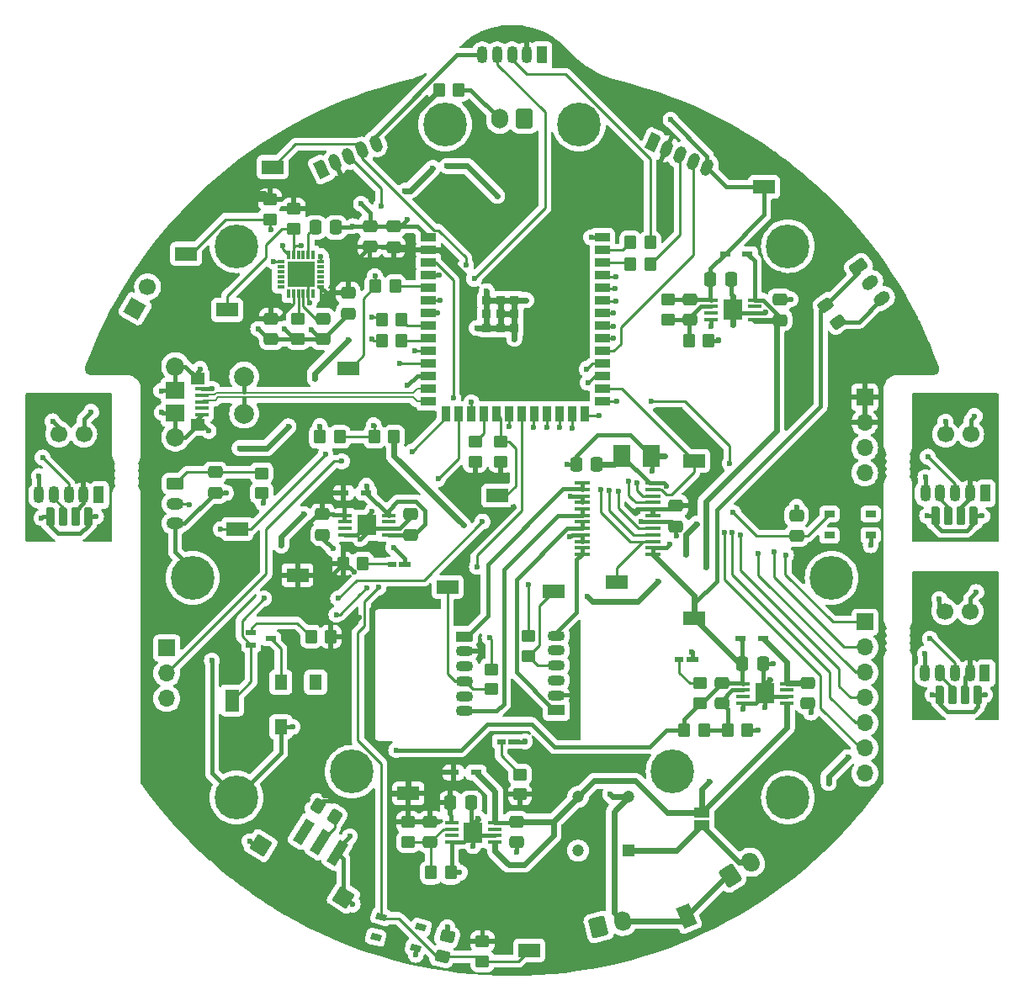
<source format=gbr>
%TF.GenerationSoftware,KiCad,Pcbnew,8.0.1*%
%TF.CreationDate,2024-04-29T04:15:04+02:00*%
%TF.ProjectId,PAMI-Power_Board,50414d49-2d50-46f7-9765-725f426f6172,rev?*%
%TF.SameCoordinates,Original*%
%TF.FileFunction,Copper,L1,Top*%
%TF.FilePolarity,Positive*%
%FSLAX46Y46*%
G04 Gerber Fmt 4.6, Leading zero omitted, Abs format (unit mm)*
G04 Created by KiCad (PCBNEW 8.0.1) date 2024-04-29 04:15:04*
%MOMM*%
%LPD*%
G01*
G04 APERTURE LIST*
G04 Aperture macros list*
%AMRoundRect*
0 Rectangle with rounded corners*
0 $1 Rounding radius*
0 $2 $3 $4 $5 $6 $7 $8 $9 X,Y pos of 4 corners*
0 Add a 4 corners polygon primitive as box body*
4,1,4,$2,$3,$4,$5,$6,$7,$8,$9,$2,$3,0*
0 Add four circle primitives for the rounded corners*
1,1,$1+$1,$2,$3*
1,1,$1+$1,$4,$5*
1,1,$1+$1,$6,$7*
1,1,$1+$1,$8,$9*
0 Add four rect primitives between the rounded corners*
20,1,$1+$1,$2,$3,$4,$5,0*
20,1,$1+$1,$4,$5,$6,$7,0*
20,1,$1+$1,$6,$7,$8,$9,0*
20,1,$1+$1,$8,$9,$2,$3,0*%
%AMHorizOval*
0 Thick line with rounded ends*
0 $1 width*
0 $2 $3 position (X,Y) of the first rounded end (center of the circle)*
0 $4 $5 position (X,Y) of the second rounded end (center of the circle)*
0 Add line between two ends*
20,1,$1,$2,$3,$4,$5,0*
0 Add two circle primitives to create the rounded ends*
1,1,$1,$2,$3*
1,1,$1,$4,$5*%
%AMRotRect*
0 Rectangle, with rotation*
0 The origin of the aperture is its center*
0 $1 length*
0 $2 width*
0 $3 Rotation angle, in degrees counterclockwise*
0 Add horizontal line*
21,1,$1,$2,0,0,$3*%
%AMOutline5P*
0 Free polygon, 5 corners , with rotation*
0 The origin of the aperture is its center*
0 number of corners: always 5*
0 $1 to $10 corner X, Y*
0 $11 Rotation angle, in degrees counterclockwise*
0 create outline with 5 corners*
4,1,5,$1,$2,$3,$4,$5,$6,$7,$8,$9,$10,$1,$2,$11*%
%AMOutline6P*
0 Free polygon, 6 corners , with rotation*
0 The origin of the aperture is its center*
0 number of corners: always 6*
0 $1 to $12 corner X, Y*
0 $13 Rotation angle, in degrees counterclockwise*
0 create outline with 6 corners*
4,1,6,$1,$2,$3,$4,$5,$6,$7,$8,$9,$10,$11,$12,$1,$2,$13*%
%AMOutline7P*
0 Free polygon, 7 corners , with rotation*
0 The origin of the aperture is its center*
0 number of corners: always 7*
0 $1 to $14 corner X, Y*
0 $15 Rotation angle, in degrees counterclockwise*
0 create outline with 7 corners*
4,1,7,$1,$2,$3,$4,$5,$6,$7,$8,$9,$10,$11,$12,$13,$14,$1,$2,$15*%
%AMOutline8P*
0 Free polygon, 8 corners , with rotation*
0 The origin of the aperture is its center*
0 number of corners: always 8*
0 $1 to $16 corner X, Y*
0 $17 Rotation angle, in degrees counterclockwise*
0 create outline with 8 corners*
4,1,8,$1,$2,$3,$4,$5,$6,$7,$8,$9,$10,$11,$12,$13,$14,$15,$16,$1,$2,$17*%
G04 Aperture macros list end*
%TA.AperFunction,ComponentPad*%
%ADD10C,0.700000*%
%TD*%
%TA.AperFunction,ComponentPad*%
%ADD11C,4.400000*%
%TD*%
%TA.AperFunction,SMDPad,CuDef*%
%ADD12RoundRect,0.250000X-0.350000X-0.450000X0.350000X-0.450000X0.350000X0.450000X-0.350000X0.450000X0*%
%TD*%
%TA.AperFunction,SMDPad,CuDef*%
%ADD13RoundRect,0.250000X-0.450000X0.350000X-0.450000X-0.350000X0.450000X-0.350000X0.450000X0.350000X0*%
%TD*%
%TA.AperFunction,SMDPad,CuDef*%
%ADD14RoundRect,0.250000X-0.475000X0.337500X-0.475000X-0.337500X0.475000X-0.337500X0.475000X0.337500X0*%
%TD*%
%TA.AperFunction,SMDPad,CuDef*%
%ADD15R,1.300000X0.500000*%
%TD*%
%TA.AperFunction,SMDPad,CuDef*%
%ADD16R,0.870000X0.500000*%
%TD*%
%TA.AperFunction,ComponentPad*%
%ADD17R,1.700000X1.700000*%
%TD*%
%TA.AperFunction,ComponentPad*%
%ADD18O,1.700000X1.700000*%
%TD*%
%TA.AperFunction,SMDPad,CuDef*%
%ADD19RoundRect,0.250000X-0.337500X-0.475000X0.337500X-0.475000X0.337500X0.475000X-0.337500X0.475000X0*%
%TD*%
%TA.AperFunction,SMDPad,CuDef*%
%ADD20R,2.200000X1.400000*%
%TD*%
%TA.AperFunction,SMDPad,CuDef*%
%ADD21RoundRect,0.250000X-0.535281X-0.196150X0.058353X-0.567093X0.535281X0.196150X-0.058353X0.567093X0*%
%TD*%
%TA.AperFunction,SMDPad,CuDef*%
%ADD22RoundRect,0.250000X0.475000X-0.337500X0.475000X0.337500X-0.475000X0.337500X-0.475000X-0.337500X0*%
%TD*%
%TA.AperFunction,ComponentPad*%
%ADD23RoundRect,0.250000X-0.400736X-0.872875X0.763619X-0.582569X0.400736X0.872875X-0.763619X0.582569X0*%
%TD*%
%TA.AperFunction,ComponentPad*%
%ADD24HorizOval,1.700000X-0.036288X0.145544X0.036288X-0.145544X0*%
%TD*%
%TA.AperFunction,SMDPad,CuDef*%
%ADD25RotRect,1.000000X2.550000X148.000000*%
%TD*%
%TA.AperFunction,SMDPad,CuDef*%
%ADD26RotRect,1.700000X1.700000X148.000000*%
%TD*%
%TA.AperFunction,ComponentPad*%
%ADD27Outline5P,-0.550000X0.875000X0.330000X0.875000X0.550000X0.655000X0.550000X-0.875000X-0.550000X-0.875000X335.000000*%
%TD*%
%TA.AperFunction,ComponentPad*%
%ADD28HorizOval,1.100000X-0.137351X-0.294550X0.137351X0.294550X0*%
%TD*%
%TA.AperFunction,SMDPad,CuDef*%
%ADD29RoundRect,0.250000X0.350000X0.450000X-0.350000X0.450000X-0.350000X-0.450000X0.350000X-0.450000X0*%
%TD*%
%TA.AperFunction,SMDPad,CuDef*%
%ADD30R,1.500000X0.900000*%
%TD*%
%TA.AperFunction,SMDPad,CuDef*%
%ADD31R,0.900000X1.500000*%
%TD*%
%TA.AperFunction,SMDPad,CuDef*%
%ADD32R,0.900000X0.900000*%
%TD*%
%TA.AperFunction,ComponentPad*%
%ADD33RoundRect,0.250000X-0.711360X-0.084210X-0.299911X-0.650522X0.711360X0.084210X0.299911X0.650522X0*%
%TD*%
%TA.AperFunction,ComponentPad*%
%ADD34HorizOval,1.200000X-0.222480X-0.161641X0.222480X0.161641X0*%
%TD*%
%TA.AperFunction,SMDPad,CuDef*%
%ADD35R,1.800000X2.300000*%
%TD*%
%TA.AperFunction,ComponentPad*%
%ADD36Outline5P,-0.550000X0.875000X0.330000X0.875000X0.550000X0.655000X0.550000X-0.875000X-0.550000X-0.875000X90.000000*%
%TD*%
%TA.AperFunction,ComponentPad*%
%ADD37O,1.750000X1.100000*%
%TD*%
%TA.AperFunction,ComponentPad*%
%ADD38R,1.200000X1.200000*%
%TD*%
%TA.AperFunction,ComponentPad*%
%ADD39C,1.200000*%
%TD*%
%TA.AperFunction,SMDPad,CuDef*%
%ADD40R,1.400000X0.450000*%
%TD*%
%TA.AperFunction,SMDPad,CuDef*%
%ADD41R,1.846000X2.150000*%
%TD*%
%TA.AperFunction,SMDPad,CuDef*%
%ADD42R,1.400000X2.200000*%
%TD*%
%TA.AperFunction,SMDPad,CuDef*%
%ADD43RoundRect,0.250000X0.450000X-0.350000X0.450000X0.350000X-0.450000X0.350000X-0.450000X-0.350000X0*%
%TD*%
%TA.AperFunction,SMDPad,CuDef*%
%ADD44R,1.525000X0.450000*%
%TD*%
%TA.AperFunction,SMDPad,CuDef*%
%ADD45RotRect,1.400000X2.200000X203.000000*%
%TD*%
%TA.AperFunction,ComponentPad*%
%ADD46Outline5P,-0.550000X0.875000X0.330000X0.875000X0.550000X0.655000X0.550000X-0.875000X-0.550000X-0.875000X180.000000*%
%TD*%
%TA.AperFunction,ComponentPad*%
%ADD47O,1.100000X1.750000*%
%TD*%
%TA.AperFunction,ComponentPad*%
%ADD48C,1.700000*%
%TD*%
%TA.AperFunction,SMDPad,CuDef*%
%ADD49R,1.110000X0.550000*%
%TD*%
%TA.AperFunction,ComponentPad*%
%ADD50Outline5P,-0.550000X0.875000X0.330000X0.875000X0.550000X0.655000X0.550000X-0.875000X-0.550000X-0.875000X25.000000*%
%TD*%
%TA.AperFunction,ComponentPad*%
%ADD51HorizOval,1.100000X-0.137351X0.294550X0.137351X-0.294550X0*%
%TD*%
%TA.AperFunction,SMDPad,CuDef*%
%ADD52RoundRect,0.114286X0.285714X0.785714X-0.285714X0.785714X-0.285714X-0.785714X0.285714X-0.785714X0*%
%TD*%
%TA.AperFunction,SMDPad,CuDef*%
%ADD53R,1.300000X1.500000*%
%TD*%
%TA.AperFunction,SMDPad,CuDef*%
%ADD54R,1.500000X1.000000*%
%TD*%
%TA.AperFunction,ComponentPad*%
%ADD55Outline5P,-0.550000X0.875000X0.330000X0.875000X0.550000X0.655000X0.550000X-0.875000X-0.550000X-0.875000X270.000000*%
%TD*%
%TA.AperFunction,ComponentPad*%
%ADD56RoundRect,0.250000X-0.625000X0.350000X-0.625000X-0.350000X0.625000X-0.350000X0.625000X0.350000X0*%
%TD*%
%TA.AperFunction,ComponentPad*%
%ADD57O,1.750000X1.200000*%
%TD*%
%TA.AperFunction,SMDPad,CuDef*%
%ADD58R,1.000000X0.500000*%
%TD*%
%TA.AperFunction,SMDPad,CuDef*%
%ADD59R,1.400000X0.400000*%
%TD*%
%TA.AperFunction,ComponentPad*%
%ADD60C,1.850000*%
%TD*%
%TA.AperFunction,SMDPad,CuDef*%
%ADD61R,1.900000X1.750000*%
%TD*%
%TA.AperFunction,SMDPad,CuDef*%
%ADD62R,1.450000X1.150000*%
%TD*%
%TA.AperFunction,SMDPad,CuDef*%
%ADD63RoundRect,0.250000X0.379242X-0.442388X0.542539X0.212562X-0.379242X0.442388X-0.542539X-0.212562X0*%
%TD*%
%TA.AperFunction,ComponentPad*%
%ADD64RoundRect,0.250000X0.600000X0.750000X-0.600000X0.750000X-0.600000X-0.750000X0.600000X-0.750000X0*%
%TD*%
%TA.AperFunction,ComponentPad*%
%ADD65O,1.700000X2.000000*%
%TD*%
%TA.AperFunction,SMDPad,CuDef*%
%ADD66R,1.050000X0.650000*%
%TD*%
%TA.AperFunction,ComponentPad*%
%ADD67RotRect,1.700000X1.700000X150.000000*%
%TD*%
%TA.AperFunction,ComponentPad*%
%ADD68HorizOval,1.700000X0.000000X0.000000X0.000000X0.000000X0*%
%TD*%
%TA.AperFunction,SMDPad,CuDef*%
%ADD69R,0.800000X0.350000*%
%TD*%
%TA.AperFunction,SMDPad,CuDef*%
%ADD70R,0.350000X0.850000*%
%TD*%
%TA.AperFunction,SMDPad,CuDef*%
%ADD71R,2.700000X2.600000*%
%TD*%
%TA.AperFunction,SMDPad,CuDef*%
%ADD72RotRect,0.650000X1.050000X75.000000*%
%TD*%
%TA.AperFunction,SMDPad,CuDef*%
%ADD73RoundRect,0.250000X-0.582661X-0.006155X-0.185906X-0.552241X0.582661X0.006155X0.185906X0.552241X0*%
%TD*%
%TA.AperFunction,ComponentPad*%
%ADD74RoundRect,0.250000X-0.094723X-0.955786X0.911682X-0.302220X0.094723X0.955786X-0.911682X0.302220X0*%
%TD*%
%TA.AperFunction,ComponentPad*%
%ADD75HorizOval,1.700000X-0.081696X0.125801X0.081696X-0.125801X0*%
%TD*%
%TA.AperFunction,SMDPad,CuDef*%
%ADD76C,2.000000*%
%TD*%
%TA.AperFunction,ComponentPad*%
%ADD77Outline5P,-0.550000X0.875000X0.550000X0.875000X0.550000X-0.655000X0.330000X-0.875000X-0.550000X-0.875000X180.000000*%
%TD*%
%TA.AperFunction,ViaPad*%
%ADD78C,0.600000*%
%TD*%
%TA.AperFunction,Conductor*%
%ADD79C,0.600000*%
%TD*%
%TA.AperFunction,Conductor*%
%ADD80C,0.250000*%
%TD*%
%TA.AperFunction,Conductor*%
%ADD81C,0.400000*%
%TD*%
%TA.AperFunction,Conductor*%
%ADD82C,0.200000*%
%TD*%
G04 APERTURE END LIST*
D10*
%TO.P,H9,1,1*%
%TO.N,GND*%
X130387844Y-117258356D03*
X130871118Y-116091630D03*
X130871118Y-118425082D03*
X132037844Y-115608356D03*
D11*
X132037844Y-117258356D03*
D10*
X132037844Y-118908356D03*
X133204570Y-116091630D03*
X133204570Y-118425082D03*
X133687844Y-117258356D03*
%TD*%
D12*
%TO.P,R5,1*%
%TO.N,+6V*%
X165490000Y-113055000D03*
%TO.P,R5,2*%
%TO.N,Net-(IC3-FB)*%
X167490000Y-113055000D03*
%TD*%
D10*
%TO.P,H10,1,1*%
%TO.N,GND*%
X114387844Y-97758356D03*
X114871118Y-96591630D03*
X114871118Y-98925082D03*
X116037844Y-96108356D03*
D11*
X116037844Y-97758356D03*
D10*
X116037844Y-99408356D03*
X117204570Y-96591630D03*
X117204570Y-98925082D03*
X117687844Y-97758356D03*
%TD*%
D13*
%TO.P,R3,1*%
%TO.N,TP3.3V_1_Power*%
X137740000Y-122310000D03*
%TO.P,R3,2*%
%TO.N,Net-(IC2-FB)*%
X137740000Y-124310000D03*
%TD*%
D14*
%TO.P,C4,1*%
%TO.N,BAU_9V*%
X148600000Y-122275000D03*
%TO.P,C4,2*%
%TO.N,GND*%
X148600000Y-124350000D03*
%TD*%
D15*
%TO.P,D8,1,K*%
%TO.N,GND*%
X137375000Y-96400000D03*
D16*
%TO.P,D8,2,A*%
%TO.N,Net-(D8-A)*%
X136060000Y-96400000D03*
%TD*%
D17*
%TO.P,J16,1,Pin_1*%
%TO.N,TP3.3V_1_Power*%
X183650000Y-79570000D03*
D18*
%TO.P,J16,2,Pin_2*%
X183650000Y-82110000D03*
%TO.P,J16,3,Pin_3*%
%TO.N,GND*%
X183650000Y-84650000D03*
%TO.P,J16,4,Pin_4*%
X183650000Y-87190000D03*
%TD*%
D19*
%TO.P,C9,1*%
%TO.N,+6V*%
X171350000Y-106350000D03*
%TO.P,C9,2*%
%TO.N,GND*%
X173425000Y-106350000D03*
%TD*%
D20*
%TO.P,TPEN1,1,1*%
%TO.N,Enable_pin*%
X149890000Y-135250000D03*
%TD*%
%TO.P,Coder1_B1,1,1*%
%TO.N,encoderB_C1*%
X152380000Y-99070000D03*
%TD*%
D21*
%TO.P,R18,1*%
%TO.N,TP3.3V_1_Power*%
X128613902Y-120710162D03*
%TO.P,R18,2*%
%TO.N,Net-(S1-COM)*%
X130310000Y-121770000D03*
%TD*%
D20*
%TO.P,TP3.3V_1,1,1*%
%TO.N,TP3.3V_1_Power*%
X137740000Y-119430000D03*
%TD*%
D22*
%TO.P,C13,1*%
%TO.N,5V_USB_micro*%
X137930000Y-93427500D03*
%TO.P,C13,2*%
%TO.N,GND*%
X137930000Y-91352500D03*
%TD*%
D23*
%TO.P,J2,1,Pin_1*%
%TO.N,GND*%
X156880122Y-132892999D03*
D24*
%TO.P,J2,2,Pin_2*%
%TO.N,+9V_BAT*%
X159305862Y-132288194D03*
%TD*%
D25*
%TO.P,S1,1,NO*%
%TO.N,GND*%
X130582131Y-125396268D03*
%TO.P,S1,2,COM*%
%TO.N,Net-(S1-COM)*%
X128886035Y-124336428D03*
%TO.P,S1,3,NC*%
%TO.N,unconnected-(S1-NC-Pad3)*%
X127189938Y-123276591D03*
D26*
%TO.P,S1,MP1,MP1*%
%TO.N,GND*%
X131200000Y-129880000D03*
%TO.P,S1,MP2,MP2*%
X122889130Y-124686791D03*
%TD*%
D27*
%TO.P,J9,1,Pin_1*%
%TO.N,GND*%
X162342285Y-53912059D03*
D28*
%TO.P,J9,2,Pin_2*%
%TO.N,TP3.3V_1_Power*%
X163701746Y-54545986D03*
%TO.P,J9,3,Pin_3*%
%TO.N,IR_RES_3*%
X165061208Y-55179913D03*
%TO.P,J9,4,Pin_4*%
%TO.N,IR_E3_POW*%
X166420670Y-55813841D03*
%TO.P,J9,5,Pin_5*%
%TO.N,+1.475V*%
X167780131Y-56447768D03*
%TD*%
D29*
%TO.P,R28,1*%
%TO.N,TP3.3V_1_Power*%
X129940000Y-103660000D03*
%TO.P,R28,2*%
%TO.N,Net-(Q4-D)*%
X127940000Y-103660000D03*
%TD*%
D30*
%TO.P,IC4,1,GND_1*%
%TO.N,GND*%
X139750000Y-63470000D03*
%TO.P,IC4,2,3V3*%
%TO.N,TP3.3V_1_Power*%
X139750000Y-64740000D03*
%TO.P,IC4,3,EN*%
%TO.N,Enable_pin*%
X139750000Y-66010000D03*
%TO.P,IC4,4,IO4*%
%TO.N,Servo_PWM*%
X139750000Y-67280000D03*
%TO.P,IC4,5,IO5*%
%TO.N,Net-(IC4-IO5)*%
X139750000Y-68550000D03*
%TO.P,IC4,6,IO6*%
%TO.N,IR_E1_POW*%
X139750000Y-69820000D03*
%TO.P,IC4,7,IO7*%
%TO.N,IR_E2_POW*%
X139750000Y-71090000D03*
%TO.P,IC4,8,IO15*%
%TO.N,Net-(IC4-IO15)*%
X139750000Y-72360000D03*
%TO.P,IC4,9,IO16*%
%TO.N,Net-(IC4-IO16)*%
X139750000Y-73630000D03*
%TO.P,IC4,10,IO17*%
%TO.N,___UART_0_RTS*%
X139750000Y-74900000D03*
%TO.P,IC4,11,IO18*%
%TO.N,___UART_0_CTS*%
X139750000Y-76170000D03*
%TO.P,IC4,12,IO8*%
%TO.N,BAT_lvl*%
X139750000Y-77440000D03*
%TO.P,IC4,13,IO19*%
%TO.N,USB_D_-*%
X139750000Y-78710000D03*
%TO.P,IC4,14,IO20*%
%TO.N,USB_D_+*%
X139750000Y-79980000D03*
D31*
%TO.P,IC4,15,IO3*%
%TO.N,___Strapping_2*%
X141515000Y-81230000D03*
%TO.P,IC4,16,IO46*%
%TO.N,___Strapping_4*%
X142785000Y-81230000D03*
%TO.P,IC4,17,IO9*%
%TO.N,Data_Ruban*%
X144055000Y-81230000D03*
%TO.P,IC4,18,IO10*%
%TO.N,Team_indic*%
X145325000Y-81230000D03*
%TO.P,IC4,19,IO11*%
%TO.N,Tirette_indic*%
X146595000Y-81230000D03*
%TO.P,IC4,20,IO12*%
%TO.N,Buzzer_PWM*%
X147865000Y-81230000D03*
%TO.P,IC4,21,IO13*%
%TO.N,Net-(IC4-IO13)*%
X149135000Y-81230000D03*
%TO.P,IC4,22,IO14*%
%TO.N,Net-(IC4-IO14)*%
X150405000Y-81230000D03*
%TO.P,IC4,23,IO21*%
%TO.N,PWM_B*%
X151675000Y-81230000D03*
%TO.P,IC4,24,IO47*%
%TO.N,IN_B_2*%
X152945000Y-81230000D03*
%TO.P,IC4,25,IO48*%
%TO.N,IN_B_1*%
X154215000Y-81230000D03*
%TO.P,IC4,26,IO45*%
%TO.N,Strapping_3___*%
X155485000Y-81230000D03*
D30*
%TO.P,IC4,27,IO0*%
%TO.N,Strapping_1___*%
X157250000Y-79980000D03*
%TO.P,IC4,28,IO35*%
%TO.N,PWM_A*%
X157250000Y-78710000D03*
%TO.P,IC4,29,IO36*%
%TO.N,IN_A_2*%
X157250000Y-77440000D03*
%TO.P,IC4,30,IO37*%
%TO.N,IN_A_1*%
X157250000Y-76170000D03*
%TO.P,IC4,31,IO38*%
%TO.N,IR_E3_POW*%
X157250000Y-74900000D03*
%TO.P,IC4,32,IO39*%
%TO.N,free_3*%
X157250000Y-73630000D03*
%TO.P,IC4,33,IO40*%
%TO.N,free_2*%
X157250000Y-72360000D03*
%TO.P,IC4,34,IO41*%
%TO.N,free_1*%
X157250000Y-71090000D03*
%TO.P,IC4,35,IO42*%
%TO.N,MTMS___*%
X157250000Y-69820000D03*
%TO.P,IC4,36,RXD0*%
%TO.N,UART_0_RXD___*%
X157250000Y-68550000D03*
%TO.P,IC4,37,TXD0*%
%TO.N,UART_0_TXD___*%
X157250000Y-67280000D03*
%TO.P,IC4,38,IO2*%
%TO.N,Net-(IC4-IO2)*%
X157250000Y-66010000D03*
%TO.P,IC4,39,IO1*%
%TO.N,Net-(IC4-IO1)*%
X157250000Y-64740000D03*
%TO.P,IC4,40,GND_2*%
%TO.N,GND*%
X157250000Y-63470000D03*
D32*
%TO.P,IC4,41,GND_3*%
X147000000Y-71190000D03*
%TO.P,IC4,42,GND_4*%
X145600000Y-69790000D03*
%TO.P,IC4,43,GND_5*%
X145600000Y-71190000D03*
%TO.P,IC4,44,GND_6*%
X145600000Y-72590000D03*
%TO.P,IC4,45,GND_7*%
X147000000Y-72590000D03*
%TO.P,IC4,46,GND_8*%
X148400000Y-72590000D03*
%TO.P,IC4,47,GND_9*%
X148400000Y-71190000D03*
%TO.P,IC4,48,GND_10*%
X148400000Y-69790000D03*
%TO.P,IC4,49,GND_11*%
X147000000Y-69790000D03*
%TD*%
D33*
%TO.P,J14,1,Pin_1*%
%TO.N,+6V*%
X183028686Y-66423286D03*
D34*
%TO.P,J14,2,Pin_2*%
%TO.N,Servo_PWM*%
X184204257Y-68041322D03*
%TO.P,J14,3,Pin_3*%
%TO.N,GND*%
X185379827Y-69659355D03*
%TD*%
D35*
%TO.P,C19,1*%
%TO.N,+6V*%
X159255000Y-85460000D03*
%TO.P,C19,2*%
%TO.N,GND*%
X162155000Y-85460000D03*
%TD*%
D10*
%TO.P,H3,1,1*%
%TO.N,GND*%
X118780001Y-119862278D03*
X119263275Y-118695552D03*
X119263275Y-121029004D03*
X120430001Y-118212278D03*
D11*
X120430001Y-119862278D03*
D10*
X120430001Y-121512278D03*
X121596727Y-118695552D03*
X121596727Y-121029004D03*
X122080001Y-119862278D03*
%TD*%
D36*
%TO.P,J3,1,Pin_1*%
%TO.N,B02*%
X152630000Y-111060000D03*
D37*
%TO.P,J3,2,Pin_2*%
%TO.N,TP3.3V_1_Power*%
X152630000Y-109560000D03*
%TO.P,J3,3,Pin_3*%
%TO.N,encoderB_C2*%
X152630000Y-108060000D03*
%TO.P,J3,4,Pin_4*%
%TO.N,encoderB_C1*%
X152630000Y-106560000D03*
%TO.P,J3,5,Pin_5*%
%TO.N,GND*%
X152630000Y-105060000D03*
%TO.P,J3,6,Pin_6*%
%TO.N,B01*%
X152630000Y-103560000D03*
%TD*%
D38*
%TO.P,K1,1,COIL+*%
%TO.N,BAU_NC*%
X159890000Y-125190000D03*
D39*
%TO.P,K1,3,COM*%
%TO.N,+9V_BAT*%
X159890000Y-119790000D03*
%TO.P,K1,6,NO*%
%TO.N,BAU_9V*%
X154810000Y-119790000D03*
%TO.P,K1,8,COIL-*%
%TO.N,GND*%
X154810000Y-125190000D03*
%TD*%
D40*
%TO.P,IC1,1,OUT*%
%TO.N,+1.475V*%
X168210000Y-69772500D03*
%TO.P,IC1,2,FB*%
%TO.N,Net-(IC1-FB)*%
X168210000Y-70422500D03*
%TO.P,IC1,3,NC_1*%
%TO.N,unconnected-(IC1-NC_1-Pad3)*%
X168210000Y-71072500D03*
%TO.P,IC1,4,GND_1*%
%TO.N,GND*%
X168210000Y-71722500D03*
%TO.P,IC1,5,EN*%
%TO.N,BAU_9V*%
X172610000Y-71722500D03*
%TO.P,IC1,6,GND_2*%
%TO.N,GND*%
X172610000Y-71072500D03*
%TO.P,IC1,7,NC_2*%
%TO.N,unconnected-(IC1-NC_2-Pad7)*%
X172610000Y-70422500D03*
%TO.P,IC1,8,IN*%
%TO.N,BAU_9V*%
X172610000Y-69772500D03*
D41*
%TO.P,IC1,9,EP*%
%TO.N,GND*%
X170410000Y-70747500D03*
%TD*%
D42*
%TO.P,TPBuzzer1,1,1*%
%TO.N,Buzzer_PWM*%
X120000000Y-110080000D03*
%TD*%
D10*
%TO.P,H7,1,1*%
%TO.N,GND*%
X178672157Y-97758356D03*
X179155431Y-96591630D03*
X179155431Y-98925082D03*
X180322157Y-96108356D03*
D11*
X180322157Y-97758356D03*
D10*
X180322157Y-99408356D03*
X181488883Y-96591630D03*
X181488883Y-98925082D03*
X181972157Y-97758356D03*
%TD*%
D43*
%TO.P,R7,1*%
%TO.N,+6V*%
X167070000Y-110355000D03*
%TO.P,R7,2*%
%TO.N,Net-(D4-A)*%
X167070000Y-108355000D03*
%TD*%
D44*
%TO.P,IC6,1,AO1_1*%
%TO.N,A02*%
X155213000Y-88215000D03*
%TO.P,IC6,2,AO1_2*%
X155213000Y-88865000D03*
%TO.P,IC6,3,PGND1_1*%
%TO.N,GND*%
X155213000Y-89515000D03*
%TO.P,IC6,4,PGND1_2*%
X155213000Y-90165000D03*
%TO.P,IC6,5,AO2_1*%
%TO.N,A01*%
X155213000Y-90815000D03*
%TO.P,IC6,6,AO2_2*%
X155213000Y-91465000D03*
%TO.P,IC6,7,BO2_1*%
%TO.N,B02*%
X155213000Y-92115000D03*
%TO.P,IC6,8,BO2_2*%
X155213000Y-92765000D03*
%TO.P,IC6,9,PGND2_1*%
%TO.N,GND*%
X155213000Y-93415000D03*
%TO.P,IC6,10,PGND2_2*%
X155213000Y-94065000D03*
%TO.P,IC6,11,BO1_1*%
%TO.N,B01*%
X155213000Y-94715000D03*
%TO.P,IC6,12,BO1_2*%
X155213000Y-95365000D03*
%TO.P,IC6,13,VM2*%
%TO.N,+6V*%
X162337000Y-95365000D03*
%TO.P,IC6,14,VM3*%
X162337000Y-94715000D03*
%TO.P,IC6,15,PWMB*%
%TO.N,PWM_B*%
X162337000Y-94065000D03*
%TO.P,IC6,16,BIN2*%
%TO.N,IN_B_2*%
X162337000Y-93415000D03*
%TO.P,IC6,17,BIN1*%
%TO.N,IN_B_1*%
X162337000Y-92765000D03*
%TO.P,IC6,18,GND*%
%TO.N,GND*%
X162337000Y-92115000D03*
%TO.P,IC6,19,STBY*%
%TO.N,TP3.3V_1_Power*%
X162337000Y-91465000D03*
%TO.P,IC6,20,VCC*%
X162337000Y-90815000D03*
%TO.P,IC6,21,AIN1*%
%TO.N,IN_A_1*%
X162337000Y-90165000D03*
%TO.P,IC6,22,AIN2*%
%TO.N,IN_A_2*%
X162337000Y-89515000D03*
%TO.P,IC6,23,PWMA*%
%TO.N,PWM_A*%
X162337000Y-88865000D03*
%TO.P,IC6,24,VM1*%
%TO.N,+6V*%
X162337000Y-88215000D03*
%TD*%
D10*
%TO.P,H6,1,1*%
%TO.N,GND*%
X153261001Y-52112278D03*
X153744275Y-50945552D03*
X153744275Y-53279004D03*
X154911001Y-50462278D03*
D11*
X154911001Y-52112278D03*
D10*
X154911001Y-53762278D03*
X156077727Y-50945552D03*
X156077727Y-53279004D03*
X156561001Y-52112278D03*
%TD*%
D29*
%TO.P,R26,1*%
%TO.N,IR_RES_3*%
X162090000Y-66170000D03*
%TO.P,R26,2*%
%TO.N,Net-(IC4-IO2)*%
X160090000Y-66170000D03*
%TD*%
D19*
%TO.P,C18,1*%
%TO.N,GND*%
X154640000Y-86300000D03*
%TO.P,C18,2*%
%TO.N,+6V*%
X156715000Y-86300000D03*
%TD*%
D43*
%TO.P,R15,1*%
%TO.N,SDA*%
X123800000Y-61640000D03*
%TO.P,R15,2*%
%TO.N,TP3.3V_1_Power*%
X123800000Y-59640000D03*
%TD*%
D20*
%TO.P,TP6V1,1,1*%
%TO.N,+6V*%
X166530000Y-101820000D03*
%TD*%
D45*
%TO.P,TPBAT1,1,1*%
%TO.N,+9V_BAT*%
X165700000Y-131800000D03*
%TD*%
D46*
%TO.P,J8,1,Pin_1*%
%TO.N,GND*%
X151170000Y-45120000D03*
D47*
%TO.P,J8,2,Pin_2*%
%TO.N,TP3.3V_1_Power*%
X149670000Y-45120000D03*
%TO.P,J8,3,Pin_3*%
%TO.N,IR_RES_2*%
X148170000Y-45120000D03*
%TO.P,J8,4,Pin_4*%
%TO.N,IR_E2_POW*%
X146670000Y-45120000D03*
%TO.P,J8,5,Pin_5*%
%TO.N,+1.475V*%
X145170000Y-45120000D03*
%TD*%
D40*
%TO.P,IC7,1,OUT*%
%TO.N,TP3.3V_1_Power*%
X131330000Y-91450000D03*
%TO.P,IC7,2,FB*%
X131330000Y-92100000D03*
%TO.P,IC7,3,NC_1*%
%TO.N,unconnected-(IC7-NC_1-Pad3)*%
X131330000Y-92750000D03*
%TO.P,IC7,4,GND_1*%
%TO.N,GND*%
X131330000Y-93400000D03*
%TO.P,IC7,5,EN*%
%TO.N,5V_USB_micro*%
X135730000Y-93400000D03*
%TO.P,IC7,6,GND_2*%
%TO.N,GND*%
X135730000Y-92750000D03*
%TO.P,IC7,7,NC_2*%
%TO.N,unconnected-(IC7-NC_2-Pad7)*%
X135730000Y-92100000D03*
%TO.P,IC7,8,IN*%
%TO.N,5V_USB_micro*%
X135730000Y-91450000D03*
D41*
%TO.P,IC7,9,EP*%
%TO.N,GND*%
X133530000Y-92425000D03*
%TD*%
D48*
%TO.P,LED3,1,A*%
%TO.N,Net-(LED3-A)*%
X191740000Y-101120000D03*
%TO.P,LED3,2,K*%
%TO.N,Net-(LED3-K)*%
X194280000Y-101120000D03*
%TD*%
D49*
%TO.P,D3,1,K*%
%TO.N,BAU_9V*%
X173410000Y-103840000D03*
%TO.P,D3,2,A*%
%TO.N,+6V*%
X171130000Y-103840000D03*
%TD*%
D20*
%TO.P,TPPWM-B1,1,1*%
%TO.N,PWM_B*%
X158720000Y-98190000D03*
%TD*%
D40*
%TO.P,IC3,1,OUT*%
%TO.N,+6V*%
X171420000Y-108395000D03*
%TO.P,IC3,2,FB*%
%TO.N,Net-(IC3-FB)*%
X171420000Y-109045000D03*
%TO.P,IC3,3,NC_1*%
%TO.N,unconnected-(IC3-NC_1-Pad3)*%
X171420000Y-109695000D03*
%TO.P,IC3,4,GND_1*%
%TO.N,GND*%
X171420000Y-110345000D03*
%TO.P,IC3,5,EN*%
%TO.N,BAU_9V*%
X175820000Y-110345000D03*
%TO.P,IC3,6,GND_2*%
%TO.N,GND*%
X175820000Y-109695000D03*
%TO.P,IC3,7,NC_2*%
%TO.N,unconnected-(IC3-NC_2-Pad7)*%
X175820000Y-109045000D03*
%TO.P,IC3,8,IN*%
%TO.N,BAU_9V*%
X175820000Y-108395000D03*
D41*
%TO.P,IC3,9,EP*%
%TO.N,GND*%
X173620000Y-109370000D03*
%TD*%
D17*
%TO.P,J10,1,Pin_1*%
%TO.N,UART_0_TXD___*%
X183680000Y-102190000D03*
D18*
%TO.P,J10,2,Pin_2*%
%TO.N,UART_0_RXD___*%
X183680000Y-104730000D03*
%TO.P,J10,3,Pin_3*%
%TO.N,MTMS___*%
X183680000Y-107270000D03*
%TO.P,J10,4,Pin_4*%
%TO.N,free_1*%
X183680000Y-109810000D03*
%TO.P,J10,5,Pin_5*%
%TO.N,free_2*%
X183680000Y-112350000D03*
%TO.P,J10,6,Pin_6*%
%TO.N,free_3*%
X183680000Y-114890000D03*
%TO.P,J10,7,Pin_7*%
%TO.N,Strapping_3___*%
X183680000Y-117430000D03*
%TD*%
D15*
%TO.P,D4,1,K*%
%TO.N,GND*%
X166300000Y-105950000D03*
D16*
%TO.P,D4,2,A*%
%TO.N,Net-(D4-A)*%
X164985000Y-105950000D03*
%TD*%
D13*
%TO.P,R30,1*%
%TO.N,Team_indic*%
X144440000Y-84060000D03*
%TO.P,R30,2*%
%TO.N,TP3.3V_1_Power*%
X144440000Y-86060000D03*
%TD*%
D10*
%TO.P,H1,1,1*%
%TO.N,GND*%
X118780001Y-64362278D03*
X119263275Y-63195552D03*
X119263275Y-65529004D03*
X120430001Y-62712278D03*
D11*
X120430001Y-64362278D03*
D10*
X120430001Y-66012278D03*
X121596727Y-63195552D03*
X121596727Y-65529004D03*
X122080001Y-64362278D03*
%TD*%
D29*
%TO.P,R19,1*%
%TO.N,Net-(IC4-IO5)*%
X136410000Y-68400000D03*
%TO.P,R19,2*%
%TO.N,IR_RES_1*%
X134410000Y-68400000D03*
%TD*%
D49*
%TO.P,D1,1,K*%
%TO.N,BAU_9V*%
X171870000Y-65130000D03*
%TO.P,D1,2,A*%
%TO.N,+1.475V*%
X169590000Y-65130000D03*
%TD*%
D50*
%TO.P,J7,1,Pin_1*%
%TO.N,GND*%
X129012153Y-56585710D03*
D51*
%TO.P,J7,2,Pin_2*%
%TO.N,TP3.3V_1_Power*%
X130371615Y-55951782D03*
%TO.P,J7,3,Pin_3*%
%TO.N,IR_RES_1*%
X131731076Y-55317855D03*
%TO.P,J7,4,Pin_4*%
%TO.N,IR_E1_POW*%
X133090538Y-54683928D03*
%TO.P,J7,5,Pin_5*%
%TO.N,+1.475V*%
X134450000Y-54050000D03*
%TD*%
D52*
%TO.P,IR_rec_1,1,GND*%
%TO.N,GND*%
X194610000Y-91515000D03*
%TO.P,IR_rec_1,2,Vs*%
%TO.N,TP3.3V_1_Power*%
X193340000Y-91515000D03*
%TO.P,IR_rec_1,3,OUT*%
%TO.N,IR_RES_1*%
X192070000Y-91515000D03*
%TO.P,IR_rec_1,4,GND*%
%TO.N,GND*%
X190800000Y-91515000D03*
%TD*%
D29*
%TO.P,R10,1*%
%TO.N,BAT_lvl*%
X130830000Y-83540000D03*
%TO.P,R10,2*%
%TO.N,GND*%
X128830000Y-83540000D03*
%TD*%
D53*
%TO.P,LS1,1,+*%
%TO.N,Net-(LS1-+)*%
X124900000Y-108250000D03*
%TO.P,LS1,2,-*%
%TO.N,GND*%
X124900000Y-112750000D03*
%TO.P,LS1,3,NC*%
%TO.N,unconnected-(LS1-NC-Pad3)*%
X128400000Y-108250000D03*
%TD*%
D49*
%TO.P,D7,1,K*%
%TO.N,5V_USB_micro*%
X133500000Y-89180000D03*
%TO.P,D7,2,A*%
%TO.N,TP3.3V_1_Power*%
X131220000Y-89180000D03*
%TD*%
D12*
%TO.P,R20,1*%
%TO.N,TP3.3V_1_Power*%
X131160000Y-96300000D03*
%TO.P,R20,2*%
%TO.N,Net-(D8-A)*%
X133160000Y-96300000D03*
%TD*%
D54*
%TO.P,JP1,1,A*%
%TO.N,BAU_NC*%
X167250000Y-122650000D03*
%TO.P,JP1,2,B*%
%TO.N,BAU_9V*%
X167250000Y-121350000D03*
%TD*%
D20*
%TO.P,Tirette1,1,1*%
%TO.N,Tirette_indic*%
X146700000Y-89470000D03*
%TD*%
D15*
%TO.P,D5,1,K*%
%TO.N,GND*%
X148385000Y-114220000D03*
D16*
%TO.P,D5,2,A*%
%TO.N,Net-(D5-A)*%
X147070000Y-114220000D03*
%TD*%
D20*
%TO.P,TPIR-Rec1,1,1*%
%TO.N,IR_RES_1*%
X131690000Y-76630000D03*
%TD*%
D43*
%TO.P,R22,1*%
%TO.N,encoderA_C1*%
X146100000Y-108940000D03*
%TO.P,R22,2*%
%TO.N,Net-(IC4-IO13)*%
X146100000Y-106940000D03*
%TD*%
D14*
%TO.P,C17,1*%
%TO.N,TP3.3V_1_Power*%
X131680000Y-69052500D03*
%TO.P,C17,2*%
%TO.N,GND*%
X131680000Y-71127500D03*
%TD*%
%TO.P,C7,1*%
%TO.N,BAU_9V*%
X177950000Y-108292500D03*
%TO.P,C7,2*%
%TO.N,GND*%
X177950000Y-110367500D03*
%TD*%
D55*
%TO.P,J12,1,Pin_1*%
%TO.N,A02*%
X143400000Y-103650000D03*
D37*
%TO.P,J12,2,Pin_2*%
%TO.N,TP3.3V_1_Power*%
X143400000Y-105150000D03*
%TO.P,J12,3,Pin_3*%
%TO.N,encoderA_C2*%
X143400000Y-106650000D03*
%TO.P,J12,4,Pin_4*%
%TO.N,encoderA_C1*%
X143400000Y-108150000D03*
%TO.P,J12,5,Pin_5*%
%TO.N,GND*%
X143400000Y-109650000D03*
%TO.P,J12,6,Pin_6*%
%TO.N,A01*%
X143400000Y-111150000D03*
%TD*%
D20*
%TO.P,TP3.3V_2,1,1*%
%TO.N,TP3.3V_1_Power*%
X126580000Y-97480000D03*
%TD*%
D14*
%TO.P,C8,1*%
%TO.N,+6V*%
X169280000Y-108317500D03*
%TO.P,C8,2*%
%TO.N,Net-(IC3-FB)*%
X169280000Y-110392500D03*
%TD*%
D13*
%TO.P,R16,1*%
%TO.N,TP3.3V_1_Power*%
X126210000Y-60590000D03*
%TO.P,R16,2*%
%TO.N,SCL*%
X126210000Y-62590000D03*
%TD*%
D12*
%TO.P,R2,1*%
%TO.N,Net-(IC1-FB)*%
X165950000Y-73830000D03*
%TO.P,R2,2*%
%TO.N,GND*%
X167950000Y-73830000D03*
%TD*%
D43*
%TO.P,R27,1*%
%TO.N,Enable_pin*%
X145200000Y-136330000D03*
%TO.P,R27,2*%
%TO.N,TP3.3V_1_Power*%
X145200000Y-134330000D03*
%TD*%
D56*
%TO.P,J11,1,Pin_1*%
%TO.N,Net-(J11-Pin_1)*%
X114270000Y-88270000D03*
D57*
%TO.P,J11,2,Pin_2*%
%TO.N,Data_Ruban*%
X114270000Y-90270000D03*
%TO.P,J11,3,Pin_3*%
%TO.N,GND*%
X114270000Y-92270000D03*
%TD*%
D14*
%TO.P,C20,1*%
%TO.N,TP3.3V_1_Power*%
X164675000Y-90475000D03*
%TO.P,C20,2*%
%TO.N,GND*%
X164675000Y-92550000D03*
%TD*%
D10*
%TO.P,H8,1,1*%
%TO.N,GND*%
X162672157Y-117258356D03*
X163155431Y-116091630D03*
X163155431Y-118425082D03*
X164322157Y-115608356D03*
D11*
X164322157Y-117258356D03*
D10*
X164322157Y-118908356D03*
X165488883Y-116091630D03*
X165488883Y-118425082D03*
X165972157Y-117258356D03*
%TD*%
D20*
%TO.P,TPRuban_LED1,1,1*%
%TO.N,Data_Ruban*%
X120500000Y-92810000D03*
%TD*%
D43*
%TO.P,R17,1*%
%TO.N,GND*%
X126640000Y-73690000D03*
%TO.P,R17,2*%
%TO.N,AD0*%
X126640000Y-71690000D03*
%TD*%
D20*
%TO.P,TPPOW-IR-LED1,1,1*%
%TO.N,IR_E1_POW*%
X124070000Y-56400000D03*
%TD*%
D58*
%TO.P,Q4,1,D*%
%TO.N,Net-(Q4-D)*%
X121910000Y-103210000D03*
%TO.P,Q4,2,G*%
%TO.N,Buzzer_PWM*%
X121910000Y-104510000D03*
%TO.P,Q4,3,S*%
%TO.N,Net-(LS1-+)*%
X123910000Y-103860000D03*
%TD*%
D13*
%TO.P,R31,1*%
%TO.N,Tirette_indic*%
X147010000Y-84050000D03*
%TO.P,R31,2*%
%TO.N,TP3.3V_1_Power*%
X147010000Y-86050000D03*
%TD*%
D14*
%TO.P,C22,1*%
%TO.N,TP3.3V_1_Power*%
X129110000Y-91352500D03*
%TO.P,C22,2*%
%TO.N,GND*%
X129110000Y-93427500D03*
%TD*%
D48*
%TO.P,LED1,1,A*%
%TO.N,Net-(LED1-A)*%
X191780000Y-83285000D03*
%TO.P,LED1,2,K*%
%TO.N,Net-(LED1-K)*%
X194320000Y-83285000D03*
%TD*%
D12*
%TO.P,R4,1*%
%TO.N,Net-(IC2-FB)*%
X139990000Y-127410000D03*
%TO.P,R4,2*%
%TO.N,GND*%
X141990000Y-127410000D03*
%TD*%
D14*
%TO.P,C14,1*%
%TO.N,TP3.3V_1_Power*%
X123930000Y-71662500D03*
%TO.P,C14,2*%
%TO.N,GND*%
X123930000Y-73737500D03*
%TD*%
D12*
%TO.P,R24,1*%
%TO.N,SDA*%
X135070000Y-73880000D03*
%TO.P,R24,2*%
%TO.N,Net-(IC4-IO16)*%
X137070000Y-73880000D03*
%TD*%
D59*
%TO.P,J6,1,1*%
%TO.N,5V_USB_micro*%
X116940000Y-78730000D03*
%TO.P,J6,2,2*%
%TO.N,USB_D_-*%
X116940000Y-79380000D03*
%TO.P,J6,3,3*%
%TO.N,USB_D_+*%
X116940000Y-80030000D03*
%TO.P,J6,4,4*%
%TO.N,unconnected-(J6-Pad4)*%
X116940000Y-80680000D03*
%TO.P,J6,5,5*%
%TO.N,GND*%
X116940000Y-81330000D03*
D60*
%TO.P,J6,MH1,MH1*%
X114290000Y-76455000D03*
%TO.P,J6,MH2,MH2*%
X114290000Y-83605000D03*
D61*
%TO.P,J6,MP1,MP1*%
X114290000Y-78905000D03*
%TO.P,J6,MP2,MP2*%
X114290000Y-81155000D03*
D62*
%TO.P,J6,MP3,MP3*%
X116520000Y-77710000D03*
%TO.P,J6,MP4,MP4*%
X116520000Y-82350000D03*
%TD*%
D17*
%TO.P,J17,1,Pin_1*%
%TO.N,GND*%
X113430000Y-104810000D03*
D18*
%TO.P,J17,2,Pin_2*%
%TO.N,___Strapping_2*%
X113430000Y-107350000D03*
%TO.P,J17,3,Pin_3*%
%TO.N,___Strapping_4*%
X113430000Y-109890000D03*
%TD*%
D63*
%TO.P,C25,1*%
%TO.N,Enable_pin*%
X141149007Y-135856682D03*
%TO.P,C25,2*%
%TO.N,GND*%
X141650993Y-133843318D03*
%TD*%
D13*
%TO.P,R1,1*%
%TO.N,+1.475V*%
X163840000Y-69740000D03*
%TO.P,R1,2*%
%TO.N,Net-(IC1-FB)*%
X163840000Y-71740000D03*
%TD*%
D10*
%TO.P,H4,1,1*%
%TO.N,GND*%
X174280001Y-119862278D03*
X174763275Y-118695552D03*
X174763275Y-121029004D03*
X175930001Y-118212278D03*
D11*
X175930001Y-119862278D03*
D10*
X175930001Y-121512278D03*
X177096727Y-118695552D03*
X177096727Y-121029004D03*
X177580001Y-119862278D03*
%TD*%
D40*
%TO.P,IC2,1,OUT*%
%TO.N,TP3.3V_1_Power*%
X142070000Y-122395000D03*
%TO.P,IC2,2,FB*%
%TO.N,Net-(IC2-FB)*%
X142070000Y-123045000D03*
%TO.P,IC2,3,NC_1*%
%TO.N,unconnected-(IC2-NC_1-Pad3)*%
X142070000Y-123695000D03*
%TO.P,IC2,4,GND_1*%
%TO.N,GND*%
X142070000Y-124345000D03*
%TO.P,IC2,5,EN*%
%TO.N,BAU_9V*%
X146470000Y-124345000D03*
%TO.P,IC2,6,GND_2*%
%TO.N,GND*%
X146470000Y-123695000D03*
%TO.P,IC2,7,NC_2*%
%TO.N,unconnected-(IC2-NC_2-Pad7)*%
X146470000Y-123045000D03*
%TO.P,IC2,8,IN*%
%TO.N,BAU_9V*%
X146470000Y-122395000D03*
D41*
%TO.P,IC2,9,EP*%
%TO.N,GND*%
X144270000Y-123370000D03*
%TD*%
D14*
%TO.P,C15,1*%
%TO.N,Net-(IC5-REGOUT)*%
X129130000Y-71662500D03*
%TO.P,C15,2*%
%TO.N,GND*%
X129130000Y-73737500D03*
%TD*%
D22*
%TO.P,C26,1*%
%TO.N,Strapping_1___*%
X176800000Y-93530000D03*
%TO.P,C26,2*%
%TO.N,GND*%
X176800000Y-91455000D03*
%TD*%
D14*
%TO.P,C5,1*%
%TO.N,TP3.3V_1_Power*%
X139930000Y-122275000D03*
%TO.P,C5,2*%
%TO.N,Net-(IC2-FB)*%
X139930000Y-124350000D03*
%TD*%
D19*
%TO.P,C1,1*%
%TO.N,+1.475V*%
X168112500Y-67710000D03*
%TO.P,C1,2*%
%TO.N,GND*%
X170187500Y-67710000D03*
%TD*%
D64*
%TO.P,J20,1,Pin_1*%
%TO.N,GND*%
X149430000Y-51560000D03*
D65*
%TO.P,J20,2,Pin_2*%
%TO.N,Net-(J20-Pin_2)*%
X146930000Y-51560000D03*
%TD*%
D66*
%TO.P,S3,1,1*%
%TO.N,Strapping_1___*%
X180109998Y-91320000D03*
%TO.P,S3,2,2*%
%TO.N,unconnected-(S3-Pad2)*%
X184259999Y-91320001D03*
%TO.P,S3,3,3*%
%TO.N,unconnected-(S3-Pad3)*%
X180109999Y-93469999D03*
%TO.P,S3,4,4*%
%TO.N,GND*%
X184260000Y-93470000D03*
%TD*%
D29*
%TO.P,R9,1*%
%TO.N,+9V_BAT*%
X136300000Y-83540000D03*
%TO.P,R9,2*%
%TO.N,BAT_lvl*%
X134300000Y-83540000D03*
%TD*%
D49*
%TO.P,D2,1,K*%
%TO.N,BAU_9V*%
X144550000Y-117340000D03*
%TO.P,D2,2,A*%
%TO.N,TP3.3V_1_Power*%
X142270000Y-117340000D03*
%TD*%
D48*
%TO.P,LED2,1,A*%
%TO.N,Net-(LED2-A)*%
X102534851Y-83270040D03*
%TO.P,LED2,2,K*%
%TO.N,Net-(LED2-K)*%
X105074851Y-83270040D03*
%TD*%
D52*
%TO.P,IR_rec_2,1,GND*%
%TO.N,GND*%
X105494851Y-91570040D03*
%TO.P,IR_rec_2,2,Vs*%
%TO.N,TP3.3V_1_Power*%
X104224851Y-91570040D03*
%TO.P,IR_rec_2,3,OUT*%
%TO.N,IR_RES_2*%
X102954851Y-91570040D03*
%TO.P,IR_rec_2,4,GND*%
%TO.N,GND*%
X101684851Y-91570040D03*
%TD*%
D43*
%TO.P,R8,1*%
%TO.N,TP3.3V_1_Power*%
X148970000Y-119540000D03*
%TO.P,R8,2*%
%TO.N,Net-(D5-A)*%
X148970000Y-117540000D03*
%TD*%
D14*
%TO.P,C21,1*%
%TO.N,Net-(J11-Pin_1)*%
X118310000Y-87110000D03*
%TO.P,C21,2*%
%TO.N,GND*%
X118310000Y-89185000D03*
%TD*%
D12*
%TO.P,R6,1*%
%TO.N,Net-(IC3-FB)*%
X169860000Y-113055000D03*
%TO.P,R6,2*%
%TO.N,GND*%
X171860000Y-113055000D03*
%TD*%
D19*
%TO.P,C16,1*%
%TO.N,Net-(IC5-CPOUT)*%
X128355000Y-62460000D03*
%TO.P,C16,2*%
%TO.N,GND*%
X130430000Y-62460000D03*
%TD*%
D10*
%TO.P,H5,1,1*%
%TO.N,GND*%
X139799001Y-52112278D03*
X140282275Y-50945552D03*
X140282275Y-53279004D03*
X141449001Y-50462278D03*
D11*
X141449001Y-52112278D03*
D10*
X141449001Y-53762278D03*
X142615727Y-50945552D03*
X142615727Y-53279004D03*
X143099001Y-52112278D03*
%TD*%
D22*
%TO.P,C24,1*%
%TO.N,TP3.3V_1_Power*%
X133860000Y-64427500D03*
%TO.P,C24,2*%
%TO.N,GND*%
X133860000Y-62352500D03*
%TD*%
D52*
%TO.P,IR_rec_3,1,GND*%
%TO.N,GND*%
X195060000Y-109500000D03*
%TO.P,IR_rec_3,2,Vs*%
%TO.N,TP3.3V_1_Power*%
X193790000Y-109500000D03*
%TO.P,IR_rec_3,3,OUT*%
%TO.N,IR_RES_3*%
X192520000Y-109500000D03*
%TO.P,IR_rec_3,4,GND*%
%TO.N,GND*%
X191250000Y-109500000D03*
%TD*%
D67*
%TO.P,J15,1,Pin_1*%
%TO.N,___UART_0_CTS*%
X110233349Y-70650032D03*
D68*
%TO.P,J15,2,Pin_2*%
%TO.N,___UART_0_RTS*%
X111503349Y-68450327D03*
%TD*%
D43*
%TO.P,R14,1*%
%TO.N,+6V*%
X122970000Y-89210000D03*
%TO.P,R14,2*%
%TO.N,Net-(J11-Pin_1)*%
X122970000Y-87210000D03*
%TD*%
D20*
%TO.P,Coder1_A1,1,1*%
%TO.N,encoderA_C1*%
X141670000Y-98660000D03*
%TD*%
D12*
%TO.P,R25,1*%
%TO.N,SCL*%
X135050000Y-71790000D03*
%TO.P,R25,2*%
%TO.N,Net-(IC4-IO15)*%
X137050000Y-71790000D03*
%TD*%
D22*
%TO.P,C3,1*%
%TO.N,BAU_9V*%
X175140000Y-71797500D03*
%TO.P,C3,2*%
%TO.N,GND*%
X175140000Y-69722500D03*
%TD*%
D20*
%TO.P,PWM-A1,1,1*%
%TO.N,PWM_A*%
X166480000Y-85960000D03*
%TD*%
%TO.P,TPSDA1,1,1*%
%TO.N,SDA*%
X115380000Y-65120000D03*
%TD*%
D69*
%TO.P,IC5,1,CLKIN*%
%TO.N,GND*%
X124915000Y-65925000D03*
%TO.P,IC5,2,NC_1*%
%TO.N,unconnected-(IC5-NC_1-Pad2)*%
X124915000Y-66425000D03*
%TO.P,IC5,3,NC_2*%
%TO.N,unconnected-(IC5-NC_2-Pad3)*%
X124915000Y-66925000D03*
%TO.P,IC5,4,NC_3*%
%TO.N,unconnected-(IC5-NC_3-Pad4)*%
X124915000Y-67425000D03*
%TO.P,IC5,5,NC_4*%
%TO.N,unconnected-(IC5-NC_4-Pad5)*%
X124915000Y-67925000D03*
%TO.P,IC5,6,AUX_DA*%
%TO.N,unconnected-(IC5-AUX_DA-Pad6)*%
X124915000Y-68425000D03*
D70*
%TO.P,IC5,7,AUX_CL*%
%TO.N,unconnected-(IC5-AUX_CL-Pad7)*%
X125665000Y-69150000D03*
%TO.P,IC5,8,VLOGIC*%
%TO.N,TP3.3V_1_Power*%
X126165000Y-69150000D03*
%TO.P,IC5,9,AD0*%
%TO.N,AD0*%
X126665000Y-69150000D03*
%TO.P,IC5,10,REGOUT*%
%TO.N,Net-(IC5-REGOUT)*%
X127165000Y-69150000D03*
%TO.P,IC5,11,FSYNC*%
%TO.N,GND*%
X127665000Y-69150000D03*
%TO.P,IC5,12,INT*%
%TO.N,unconnected-(IC5-INT-Pad12)*%
X128165000Y-69150000D03*
D69*
%TO.P,IC5,13,VDD*%
%TO.N,TP3.3V_1_Power*%
X128915000Y-68425000D03*
%TO.P,IC5,14,NC_5*%
%TO.N,unconnected-(IC5-NC_5-Pad14)*%
X128915000Y-67925000D03*
%TO.P,IC5,15,NC_6*%
%TO.N,unconnected-(IC5-NC_6-Pad15)*%
X128915000Y-67425000D03*
%TO.P,IC5,16,NC_7*%
%TO.N,unconnected-(IC5-NC_7-Pad16)*%
X128915000Y-66925000D03*
%TO.P,IC5,17,NC_8*%
%TO.N,unconnected-(IC5-NC_8-Pad17)*%
X128915000Y-66425000D03*
%TO.P,IC5,18,GND*%
%TO.N,GND*%
X128915000Y-65925000D03*
D70*
%TO.P,IC5,19,RESV_1*%
%TO.N,unconnected-(IC5-RESV_1-Pad19)*%
X128165000Y-65200000D03*
%TO.P,IC5,20,CPOUT*%
%TO.N,Net-(IC5-CPOUT)*%
X127665000Y-65200000D03*
%TO.P,IC5,21,RESV_2*%
%TO.N,unconnected-(IC5-RESV_2-Pad21)*%
X127165000Y-65200000D03*
%TO.P,IC5,22,RESV_3*%
%TO.N,unconnected-(IC5-RESV_3-Pad22)*%
X126665000Y-65200000D03*
%TO.P,IC5,23,SCL*%
%TO.N,SCL*%
X126165000Y-65200000D03*
%TO.P,IC5,24,SDA*%
%TO.N,SDA*%
X125665000Y-65200000D03*
D71*
%TO.P,IC5,25,EP*%
%TO.N,GND*%
X126915000Y-67175000D03*
%TD*%
D72*
%TO.P,S2,1,1*%
%TO.N,Enable_pin*%
X135007868Y-131829160D03*
%TO.P,S2,2,2*%
%TO.N,unconnected-(S2-Pad2)*%
X139016461Y-132903260D03*
%TO.P,S2,3,3*%
%TO.N,unconnected-(S2-Pad3)*%
X134451407Y-133905900D03*
%TO.P,S2,4,4*%
%TO.N,GND*%
X138460000Y-134980000D03*
%TD*%
D19*
%TO.P,C6,1*%
%TO.N,TP3.3V_1_Power*%
X141972500Y-120370000D03*
%TO.P,C6,2*%
%TO.N,GND*%
X144047500Y-120370000D03*
%TD*%
D10*
%TO.P,H2,1,1*%
%TO.N,GND*%
X174280001Y-64362278D03*
X174763275Y-63195552D03*
X174763275Y-65529004D03*
X175930001Y-62712278D03*
D11*
X175930001Y-64362278D03*
D10*
X175930001Y-66012278D03*
X177096727Y-63195552D03*
X177096727Y-65529004D03*
X177580001Y-64362278D03*
%TD*%
D12*
%TO.P,R21,1*%
%TO.N,Net-(IC4-IO1)*%
X160070000Y-64000000D03*
%TO.P,R21,2*%
%TO.N,IR_RES_2*%
X162070000Y-64000000D03*
%TD*%
D20*
%TO.P,TP1.475V1,1,1*%
%TO.N,+1.475V*%
X173540000Y-58400000D03*
%TD*%
D73*
%TO.P,C27,1*%
%TO.N,+6V*%
X179740173Y-70290645D03*
%TO.P,C27,2*%
%TO.N,GND*%
X180959827Y-71969355D03*
%TD*%
D20*
%TO.P,TPSCL1,1,1*%
%TO.N,SCL*%
X119520000Y-70780000D03*
%TD*%
D14*
%TO.P,C2,1*%
%TO.N,+1.475V*%
X166040000Y-69692500D03*
%TO.P,C2,2*%
%TO.N,Net-(IC1-FB)*%
X166040000Y-71767500D03*
%TD*%
D43*
%TO.P,R23,1*%
%TO.N,encoderB_C1*%
X149810000Y-105620000D03*
%TO.P,R23,2*%
%TO.N,Net-(IC4-IO14)*%
X149810000Y-103620000D03*
%TD*%
D74*
%TO.P,J1,1,Pin_1*%
%TO.N,+9V_BAT*%
X170105727Y-127720497D03*
D75*
%TO.P,J1,2,Pin_2*%
%TO.N,BAU_NC*%
X172202403Y-126358900D03*
%TD*%
D76*
%TO.P,TPUSBD-1,1,1*%
%TO.N,USB_D_-*%
X121210000Y-77480000D03*
%TD*%
D12*
%TO.P,R29,1*%
%TO.N,TP3.3V_1_Power*%
X140830000Y-48610000D03*
%TO.P,R29,2*%
%TO.N,Net-(J20-Pin_2)*%
X142830000Y-48610000D03*
%TD*%
D76*
%TO.P,TPUSBD+1,1,1*%
%TO.N,USB_D_+*%
X121210000Y-81210000D03*
%TD*%
D22*
%TO.P,C23,1*%
%TO.N,TP3.3V_1_Power*%
X136250000Y-64440000D03*
%TO.P,C23,2*%
%TO.N,GND*%
X136250000Y-62365000D03*
%TD*%
D77*
%TO.P,J5,1,Pin_1*%
%TO.N,GND*%
X106564851Y-89400040D03*
D47*
%TO.P,J5,2,Pin_2*%
%TO.N,TP3.3V_1_Power*%
X105064851Y-89400040D03*
%TO.P,J5,3,Pin_3*%
%TO.N,IR_E2_POW*%
X103564851Y-89400040D03*
%TO.P,J5,4,Pin_4*%
%TO.N,IR_RES_2*%
X102064851Y-89400040D03*
%TO.P,J5,5,Pin_5*%
%TO.N,+1.475V*%
X100564851Y-89400040D03*
%TD*%
D77*
%TO.P,J4,1,Pin_1*%
%TO.N,GND*%
X195750000Y-89225000D03*
D47*
%TO.P,J4,2,Pin_2*%
%TO.N,TP3.3V_1_Power*%
X194250003Y-89225002D03*
%TO.P,J4,3,Pin_3*%
%TO.N,IR_E1_POW*%
X192750001Y-89225003D03*
%TO.P,J4,4,Pin_4*%
%TO.N,IR_RES_1*%
X191250001Y-89225002D03*
%TO.P,J4,5,Pin_5*%
%TO.N,+1.475V*%
X189750003Y-89225002D03*
%TD*%
D77*
%TO.P,J13,1,Pin_1*%
%TO.N,GND*%
X195729999Y-107340000D03*
D47*
%TO.P,J13,2,Pin_2*%
%TO.N,TP3.3V_1_Power*%
X194230000Y-107340000D03*
%TO.P,J13,3,Pin_3*%
%TO.N,IR_E3_POW*%
X192730000Y-107340000D03*
%TO.P,J13,4,Pin_4*%
%TO.N,IR_RES_3*%
X191229999Y-107340000D03*
%TO.P,J13,5,Pin_5*%
%TO.N,+1.475V*%
X189730000Y-107340000D03*
%TD*%
D78*
%TO.N,GND*%
X131860000Y-123770000D03*
X127200000Y-91310000D03*
X124940000Y-94480000D03*
X119390000Y-89190000D03*
X112920000Y-81110000D03*
X112880000Y-78910000D03*
X116790000Y-76730000D03*
X117640000Y-82950000D03*
X140200000Y-56490000D03*
X137410000Y-58760000D03*
X146660000Y-59290000D03*
X141620000Y-56290000D03*
X166740000Y-92290000D03*
X165690000Y-95370000D03*
X181960000Y-115780000D03*
X180030000Y-118380000D03*
X126100000Y-112750000D03*
%TO.N,TP3.3V_1_Power*%
X149450000Y-115810000D03*
X132251868Y-97174665D03*
X117910000Y-68090000D03*
%TO.N,GND*%
X155730000Y-99600000D03*
X162840000Y-98100000D03*
X132970000Y-60080000D03*
X137640000Y-61680000D03*
X131710000Y-73770000D03*
X128310000Y-77670000D03*
X125680000Y-82490000D03*
X120760000Y-84680000D03*
X117970000Y-106080000D03*
%TO.N,TP3.3V_1_Power*%
X118510000Y-59090000D03*
X132190000Y-51080000D03*
X131990000Y-59200000D03*
X143750000Y-95190000D03*
X138610000Y-99090000D03*
X148330000Y-90620000D03*
X143210000Y-75680000D03*
X177600000Y-74250000D03*
X173830000Y-67080000D03*
X137850000Y-52930000D03*
X140840000Y-64730000D03*
X181170000Y-77810000D03*
X160240000Y-60220000D03*
X163550000Y-60200000D03*
X131060000Y-105120000D03*
X132770000Y-101742133D03*
X144430000Y-87660000D03*
X136310000Y-119470000D03*
X134130000Y-120080000D03*
%TO.N,+1.475V*%
X189730000Y-105370000D03*
X164130000Y-51640000D03*
X100570000Y-87500000D03*
X189770000Y-87610000D03*
%TO.N,GND*%
X130170000Y-94810000D03*
X142910000Y-127410000D03*
X138476296Y-135680000D03*
X124174774Y-65883602D03*
X154090000Y-89520000D03*
X189940000Y-91510000D03*
X149600000Y-69790000D03*
X184260000Y-94460000D03*
X174430000Y-106350000D03*
X136240000Y-94690000D03*
X132910000Y-93830000D03*
X154000000Y-93640000D03*
X162250000Y-87000000D03*
X122630000Y-72690000D03*
X163490000Y-85460000D03*
X121755000Y-124255000D03*
X144610000Y-72590000D03*
X195480000Y-91520000D03*
X164680000Y-93510000D03*
X106300000Y-91570000D03*
X149460000Y-114210000D03*
X127990000Y-72770000D03*
X128830000Y-82480000D03*
X172915000Y-113055000D03*
X127790000Y-70032749D03*
X126180000Y-67770000D03*
X144260000Y-124750000D03*
X127710000Y-66470000D03*
X148600000Y-125350000D03*
X176810000Y-90600000D03*
X178240000Y-111300000D03*
X153710000Y-86300000D03*
X170400000Y-72230000D03*
X171420000Y-110920000D03*
X174140000Y-107950000D03*
X132140000Y-62350000D03*
X100830000Y-91710000D03*
X173666170Y-70998419D03*
X144760000Y-121940000D03*
X156130000Y-63470000D03*
X148400000Y-73670000D03*
X168230000Y-72400000D03*
X134110000Y-91020000D03*
X195780000Y-109510000D03*
X128940000Y-65370000D03*
X170420000Y-69420000D03*
X166280000Y-105200000D03*
X132120000Y-130620000D03*
X176220000Y-69710000D03*
X173620000Y-110780000D03*
X168990000Y-73810000D03*
X125270000Y-72650000D03*
X145620000Y-68880000D03*
X141655007Y-132890000D03*
X161200000Y-92100000D03*
X190470000Y-109500000D03*
%TO.N,+9V_BAT*%
X143260000Y-92410000D03*
X158030000Y-119510000D03*
%TO.N,TP3.3V_1_Power*%
X159110000Y-116610000D03*
X156430000Y-115990000D03*
X160470000Y-91070000D03*
X145650000Y-114440000D03*
%TO.N,BAU_9V*%
X167650000Y-96650000D03*
X168000000Y-118230000D03*
%TO.N,+6V*%
X136510000Y-115080000D03*
X123120000Y-90240000D03*
X164060000Y-94330000D03*
X163740000Y-88530000D03*
%TO.N,Net-(LED1-A)*%
X191780000Y-82020000D03*
%TO.N,Net-(LED2-A)*%
X101940000Y-81990000D03*
%TO.N,Net-(LED3-A)*%
X191170000Y-99880000D03*
%TO.N,5V_USB_micro*%
X133520000Y-88490000D03*
X117990000Y-78710000D03*
%TO.N,Enable_pin*%
X142250000Y-79670000D03*
X134740000Y-98700000D03*
%TO.N,Strapping_1___*%
X162200000Y-79950000D03*
X170420000Y-91170000D03*
X170070000Y-86240000D03*
X158680000Y-79940000D03*
%TO.N,Buzzer_PWM*%
X123210000Y-99820000D03*
X145180000Y-92080000D03*
X130680000Y-99820000D03*
X147860000Y-82490000D03*
%TO.N,IN_A_1*%
X155670000Y-76720000D03*
X159920000Y-87970000D03*
%TO.N,UART_0_TXD___*%
X175725000Y-95425000D03*
X158640000Y-67420000D03*
%TO.N,IR_E3_POW*%
X190232743Y-103879501D03*
%TO.N,___Strapping_2*%
X138100000Y-85030000D03*
X131050000Y-86010000D03*
%TO.N,IN_B_2*%
X152920000Y-82600000D03*
X157930000Y-88940000D03*
%TO.N,PWM_B*%
X151700000Y-82550000D03*
X157120000Y-88890000D03*
%TO.N,Servo_PWM*%
X140810000Y-67290000D03*
%TO.N,___Strapping_4*%
X140730000Y-87780000D03*
X133571942Y-98741942D03*
X130500000Y-101440000D03*
%TO.N,Data_Ruban*%
X144070000Y-80060000D03*
X118840000Y-92840000D03*
X129400000Y-85300000D03*
X115680000Y-90340000D03*
%TO.N,IR_E2_POW*%
X140680000Y-71090000D03*
X100930000Y-85640000D03*
X144360000Y-67640000D03*
%TO.N,Strapping_3___*%
X156890000Y-81420000D03*
%TO.N,BAT_lvl*%
X137665000Y-78375000D03*
X134240000Y-82400000D03*
%TO.N,UART_0_RXD___*%
X174530000Y-95160000D03*
X158570000Y-68590000D03*
%TO.N,MTMS___*%
X158590000Y-69850000D03*
X172930000Y-95270000D03*
%TO.N,___UART_0_CTS*%
X136870000Y-76170000D03*
%TO.N,IN_A_2*%
X160710000Y-88220000D03*
X155800000Y-78110000D03*
%TO.N,Net-(IC4-IO14)*%
X150360000Y-82570000D03*
X149790000Y-98430000D03*
%TO.N,IR_E1_POW*%
X143520000Y-66260000D03*
X140930000Y-69790000D03*
X190004464Y-85552192D03*
%TO.N,___UART_0_RTS*%
X138420000Y-74910000D03*
%TO.N,Net-(IC4-IO13)*%
X144640000Y-96620000D03*
X145910000Y-103730000D03*
%TO.N,IN_B_1*%
X158840000Y-89030000D03*
X154220000Y-82680000D03*
%TO.N,SCL*%
X126923918Y-64279384D03*
X134105000Y-71465000D03*
%TO.N,SDA*%
X123880000Y-62670000D03*
X125110000Y-64290000D03*
X134080000Y-73720000D03*
%TO.N,IR_RES_1*%
X134370000Y-67360000D03*
X135000000Y-60330000D03*
%TO.N,Net-(LED1-K)*%
X194720000Y-81450000D03*
%TO.N,Net-(LED2-K)*%
X105810000Y-81040000D03*
%TO.N,Net-(LED3-K)*%
X194880000Y-99180000D03*
%TO.N,free_1*%
X171180000Y-93410000D03*
X158370000Y-71100000D03*
%TO.N,free_2*%
X158330000Y-72390000D03*
X170329932Y-93149334D03*
%TO.N,free_3*%
X169530000Y-93160000D03*
X158400000Y-73610000D03*
%TD*%
D79*
%TO.N,TP3.3V_1_Power*%
X134040000Y-100870000D02*
X135820000Y-99090000D01*
X137740000Y-119430000D02*
X137740000Y-117900000D01*
X137740000Y-117900000D02*
X134040000Y-114200000D01*
X134040000Y-114200000D02*
X134040000Y-100870000D01*
X135820000Y-99090000D02*
X138610000Y-99090000D01*
D80*
%TO.N,Enable_pin*%
X135007868Y-116467868D02*
X135007868Y-131829160D01*
X132640000Y-114100000D02*
X135007868Y-116467868D01*
X132640000Y-103280000D02*
X132640000Y-114100000D01*
X133345000Y-102575000D02*
X132640000Y-103280000D01*
X133345000Y-100095000D02*
X133345000Y-102575000D01*
X134740000Y-98700000D02*
X133345000Y-100095000D01*
D81*
%TO.N,TP3.3V_1_Power*%
X131490000Y-103022133D02*
X131490000Y-104690000D01*
X132770000Y-101742133D02*
X131490000Y-103022133D01*
X131490000Y-104690000D02*
X131060000Y-105120000D01*
D79*
X177600000Y-69650000D02*
X177600000Y-74250000D01*
X175030000Y-67080000D02*
X177600000Y-69650000D01*
X173830000Y-67080000D02*
X175030000Y-67080000D01*
X142380000Y-66250000D02*
X142360000Y-66250000D01*
X142360000Y-66250000D02*
X140840000Y-64730000D01*
X143210000Y-75680000D02*
X143210000Y-67080000D01*
X143210000Y-67080000D02*
X142380000Y-66250000D01*
D80*
%TO.N,Buzzer_PWM*%
X121000000Y-102030000D02*
X123210000Y-99820000D01*
X121910000Y-104500000D02*
X121000000Y-103590000D01*
X121910000Y-104510000D02*
X121910000Y-104500000D01*
X121000000Y-103590000D02*
X121000000Y-102030000D01*
D81*
%TO.N,GND*%
X130582131Y-125047869D02*
X131860000Y-123770000D01*
X130582131Y-125396268D02*
X130582131Y-125047869D01*
D79*
X124940000Y-93570000D02*
X127200000Y-91310000D01*
X124940000Y-94480000D02*
X124940000Y-93570000D01*
D81*
X119385000Y-89185000D02*
X119390000Y-89190000D01*
X118310000Y-89185000D02*
X119385000Y-89185000D01*
X112965000Y-81155000D02*
X112920000Y-81110000D01*
X114290000Y-81155000D02*
X112965000Y-81155000D01*
X112885000Y-78905000D02*
X112880000Y-78910000D01*
X114290000Y-78905000D02*
X112885000Y-78905000D01*
X116520000Y-77000000D02*
X116790000Y-76730000D01*
X116520000Y-77710000D02*
X116520000Y-77000000D01*
X117040000Y-82350000D02*
X117640000Y-82950000D01*
X116520000Y-82350000D02*
X117040000Y-82350000D01*
D79*
X137930000Y-58760000D02*
X140200000Y-56490000D01*
X137410000Y-58760000D02*
X137930000Y-58760000D01*
D80*
%TO.N,IR_E1_POW*%
X133090538Y-55490538D02*
X133090538Y-54683928D01*
X143520000Y-65490000D02*
X140775000Y-62745000D01*
X140775000Y-62745000D02*
X140345000Y-62745000D01*
X140345000Y-62745000D02*
X133090538Y-55490538D01*
X143520000Y-66260000D02*
X143520000Y-65490000D01*
D81*
%TO.N,GND*%
X136955000Y-62365000D02*
X136250000Y-62365000D01*
X137640000Y-61680000D02*
X136955000Y-62365000D01*
D79*
X143660000Y-56290000D02*
X146660000Y-59290000D01*
X141620000Y-56290000D02*
X143660000Y-56290000D01*
X165690000Y-95370000D02*
X165690000Y-93340000D01*
X165690000Y-93340000D02*
X166740000Y-92290000D01*
X180030000Y-117710000D02*
X181960000Y-115780000D01*
X180030000Y-118380000D02*
X180030000Y-117710000D01*
D81*
X124900000Y-112750000D02*
X126100000Y-112750000D01*
D80*
%TO.N,___Strapping_4*%
X132910000Y-99390000D02*
X130860000Y-101440000D01*
X132920000Y-99390000D02*
X132910000Y-99390000D01*
X130860000Y-101440000D02*
X130500000Y-101440000D01*
X133568058Y-98741942D02*
X132920000Y-99390000D01*
X133571942Y-98741942D02*
X133568058Y-98741942D01*
D81*
%TO.N,TP3.3V_1_Power*%
X131377203Y-96300000D02*
X132251868Y-97174665D01*
X131160000Y-96300000D02*
X131377203Y-96300000D01*
D79*
X118510000Y-59090000D02*
X123250000Y-59090000D01*
X123250000Y-59090000D02*
X123800000Y-59640000D01*
%TO.N,GND*%
X156250000Y-100120000D02*
X155730000Y-99600000D01*
X160820000Y-100120000D02*
X160570000Y-100120000D01*
X160570000Y-100120000D02*
X156250000Y-100120000D01*
X162840000Y-98100000D02*
X160820000Y-100120000D01*
D81*
X133860000Y-60970000D02*
X132970000Y-60080000D01*
X133860000Y-62352500D02*
X133860000Y-60970000D01*
D80*
%TO.N,___UART_0_CTS*%
X139750000Y-76170000D02*
X136870000Y-76170000D01*
D81*
%TO.N,BAT_lvl*%
X138600000Y-77440000D02*
X139750000Y-77440000D01*
X137665000Y-78375000D02*
X138600000Y-77440000D01*
D79*
%TO.N,GND*%
X128310000Y-77170000D02*
X131710000Y-73770000D01*
X128310000Y-77670000D02*
X128310000Y-77170000D01*
X123490000Y-84680000D02*
X125680000Y-82490000D01*
X120760000Y-84680000D02*
X123490000Y-84680000D01*
D81*
X117970000Y-117402277D02*
X117970000Y-106080000D01*
X120430001Y-119862278D02*
X117970000Y-117402277D01*
D79*
%TO.N,TP3.3V_1_Power*%
X148320000Y-90620000D02*
X148330000Y-90620000D01*
X143750000Y-95190000D02*
X148320000Y-90620000D01*
X140830000Y-48610000D02*
X137850000Y-51590000D01*
X140840000Y-64730000D02*
X139760000Y-64730000D01*
X137850000Y-51590000D02*
X137850000Y-52930000D01*
X139760000Y-64730000D02*
X139750000Y-64740000D01*
D80*
%TO.N,IR_E2_POW*%
X151470000Y-50860000D02*
X146670000Y-46060000D01*
X146670000Y-46060000D02*
X146670000Y-45120000D01*
X144360000Y-67640000D02*
X151470000Y-60530000D01*
X151470000Y-60530000D02*
X151470000Y-50860000D01*
D81*
%TO.N,TP3.3V_1_Power*%
X144440000Y-87650000D02*
X144430000Y-87660000D01*
X144440000Y-86060000D02*
X144440000Y-87650000D01*
D80*
%TO.N,Net-(S1-COM)*%
X130310000Y-121770000D02*
X130310000Y-121500000D01*
D81*
%TO.N,TP3.3V_1_Power*%
X134007833Y-120202167D02*
X129121897Y-120202167D01*
X134130000Y-120080000D02*
X134007833Y-120202167D01*
X129121897Y-120202167D02*
X128613902Y-120710162D01*
X137700000Y-119470000D02*
X137740000Y-119430000D01*
X136310000Y-119470000D02*
X137700000Y-119470000D01*
%TO.N,+1.475V*%
X168112500Y-67710000D02*
X168112500Y-69675000D01*
X189730000Y-107340000D02*
X189730000Y-105370000D01*
X168112500Y-67710000D02*
X168112500Y-66607500D01*
X173540000Y-61180000D02*
X169590000Y-65130000D01*
X134450000Y-53263834D02*
X134450000Y-54050000D01*
X189750003Y-87629997D02*
X189770000Y-87610000D01*
X142593834Y-45120000D02*
X134450000Y-53263834D01*
X168112500Y-69675000D02*
X168210000Y-69772500D01*
X167780131Y-55290131D02*
X164130000Y-51640000D01*
X169732363Y-58400000D02*
X167780131Y-56447768D01*
X173540000Y-58400000D02*
X173540000Y-61180000D01*
X189750003Y-89225002D02*
X189750003Y-87629997D01*
X168130000Y-69692500D02*
X168210000Y-69772500D01*
X163840000Y-69740000D02*
X165992500Y-69740000D01*
X165992500Y-69740000D02*
X166040000Y-69692500D01*
X145170000Y-45120000D02*
X142593834Y-45120000D01*
X168112500Y-66607500D02*
X169590000Y-65130000D01*
X173540000Y-58400000D02*
X169732363Y-58400000D01*
X100564851Y-87505149D02*
X100570000Y-87500000D01*
X166040000Y-69692500D02*
X168130000Y-69692500D01*
X100564851Y-89400040D02*
X100564851Y-87505149D01*
X167780131Y-56447768D02*
X167780131Y-55290131D01*
%TO.N,GND*%
X192010000Y-111180000D02*
X191250000Y-110420000D01*
X168210000Y-72380000D02*
X168230000Y-72400000D01*
X116520000Y-82350000D02*
X116520000Y-81750000D01*
D80*
X127665000Y-69150000D02*
X127665000Y-67925000D01*
D81*
X148600000Y-125350000D02*
X148600000Y-124350000D01*
X136240000Y-94690000D02*
X137375000Y-95825000D01*
X132120000Y-130620000D02*
X131380000Y-129880000D01*
D79*
X170410000Y-72220000D02*
X170400000Y-72230000D01*
D81*
X195060000Y-109500000D02*
X195770000Y-109500000D01*
X168970000Y-73830000D02*
X168990000Y-73810000D01*
X106299960Y-91570040D02*
X106300000Y-91570000D01*
X149450000Y-114220000D02*
X149460000Y-114210000D01*
X127005000Y-67175000D02*
X127710000Y-66470000D01*
X129130000Y-73737500D02*
X126687500Y-73737500D01*
X114290000Y-78905000D02*
X114290000Y-76455000D01*
X115265000Y-83605000D02*
X116520000Y-82350000D01*
X164675000Y-92550000D02*
X164675000Y-93505000D01*
D79*
X145600000Y-71190000D02*
X145600000Y-69790000D01*
D80*
X128940000Y-65370000D02*
X128915000Y-65395000D01*
D81*
X154640000Y-86300000D02*
X153710000Y-86300000D01*
X129130000Y-73677500D02*
X131680000Y-71127500D01*
X175152500Y-69710000D02*
X175140000Y-69722500D01*
X194580000Y-111180000D02*
X192010000Y-111180000D01*
X176800000Y-91455000D02*
X176800000Y-90610000D01*
X195060000Y-110700000D02*
X194580000Y-111180000D01*
X170735000Y-71072500D02*
X170410000Y-70747500D01*
X123930000Y-73737500D02*
X123677500Y-73737500D01*
X167950000Y-73830000D02*
X168970000Y-73830000D01*
X138645000Y-62365000D02*
X139750000Y-63470000D01*
X195060000Y-109500000D02*
X195060000Y-110700000D01*
X144270000Y-124740000D02*
X144270000Y-123370000D01*
D79*
X145600000Y-72590000D02*
X147000000Y-72590000D01*
D81*
X136237500Y-62352500D02*
X136250000Y-62365000D01*
X123677500Y-73737500D02*
X122630000Y-72690000D01*
X129110000Y-93427500D02*
X129110000Y-93750000D01*
X131200000Y-129880000D02*
X131200000Y-126014137D01*
X135730000Y-92750000D02*
X133855000Y-92750000D01*
X144047500Y-123147500D02*
X144270000Y-123370000D01*
X143295000Y-124345000D02*
X144270000Y-123370000D01*
X173425000Y-106350000D02*
X173425000Y-109175000D01*
X133855000Y-92750000D02*
X133530000Y-92425000D01*
X132555000Y-93400000D02*
X133530000Y-92425000D01*
X171420000Y-110345000D02*
X172645000Y-110345000D01*
X130430000Y-62460000D02*
X132030000Y-62460000D01*
X131380000Y-129880000D02*
X131200000Y-129880000D01*
X123930000Y-73737500D02*
X126592500Y-73737500D01*
D80*
X124915000Y-65925000D02*
X124216172Y-65925000D01*
D81*
X138476296Y-135680000D02*
X138460000Y-135460000D01*
X115225000Y-92270000D02*
X118310000Y-89185000D01*
X138460000Y-135460000D02*
X138460000Y-134980000D01*
X142070000Y-124345000D02*
X142070000Y-127330000D01*
X102514811Y-93300000D02*
X104664891Y-93300000D01*
D79*
X148400000Y-72590000D02*
X148400000Y-73670000D01*
D81*
X162250000Y-85555000D02*
X162155000Y-85460000D01*
D80*
X124216172Y-65925000D02*
X124174774Y-65883602D01*
D81*
X133530000Y-93210000D02*
X132910000Y-93830000D01*
X121755000Y-124255000D02*
X122186791Y-124686791D01*
X176800000Y-90610000D02*
X176810000Y-90600000D01*
X129130000Y-73737500D02*
X128957500Y-73737500D01*
X166280000Y-105200000D02*
X166300000Y-105220000D01*
D79*
X147000000Y-72590000D02*
X148400000Y-72590000D01*
D81*
X162155000Y-85460000D02*
X160065000Y-83370000D01*
X141650993Y-133099007D02*
X141650993Y-133843318D01*
X142070000Y-127330000D02*
X141990000Y-127410000D01*
X142070000Y-124345000D02*
X143295000Y-124345000D01*
X144260000Y-124750000D02*
X144270000Y-124740000D01*
D79*
X170410000Y-69430000D02*
X170420000Y-69420000D01*
D81*
X193890000Y-92980000D02*
X194610000Y-92260000D01*
X133530000Y-91600000D02*
X134110000Y-91020000D01*
D82*
X141747155Y-133747155D02*
X141752845Y-133747155D01*
D81*
X173592089Y-71072500D02*
X173666170Y-70998419D01*
X126310000Y-73690000D02*
X125270000Y-72650000D01*
X162337000Y-92115000D02*
X164240000Y-92115000D01*
X133530000Y-92425000D02*
X133530000Y-91600000D01*
D79*
X144270000Y-122520000D02*
X144710000Y-122080000D01*
D81*
X114270000Y-95160000D02*
X116037844Y-96927844D01*
X183069827Y-71969355D02*
X185379827Y-69659355D01*
X154225000Y-93415000D02*
X155213000Y-93415000D01*
D79*
X145600000Y-69790000D02*
X145600000Y-68900000D01*
D81*
X190800000Y-91515000D02*
X189945000Y-91515000D01*
X144047500Y-120370000D02*
X144047500Y-123147500D01*
X126640000Y-73690000D02*
X126310000Y-73690000D01*
D79*
X147000000Y-72590000D02*
X147000000Y-71190000D01*
D82*
X141650993Y-133843318D02*
X141747155Y-133747155D01*
D81*
X114290000Y-83605000D02*
X115265000Y-83605000D01*
X132142500Y-62352500D02*
X132140000Y-62350000D01*
X155213000Y-93415000D02*
X155213000Y-94065000D01*
X126915000Y-67175000D02*
X127005000Y-67175000D01*
X156740000Y-83370000D02*
X154640000Y-85470000D01*
X129110000Y-93750000D02*
X130170000Y-94810000D01*
X157250000Y-63470000D02*
X156130000Y-63470000D01*
D80*
X128915000Y-65395000D02*
X128915000Y-65925000D01*
D81*
X144595000Y-123695000D02*
X146470000Y-123695000D01*
X164240000Y-92115000D02*
X164675000Y-92550000D01*
X105494851Y-91570040D02*
X106299960Y-91570040D01*
X172610000Y-71072500D02*
X170735000Y-71072500D01*
X154640000Y-85470000D02*
X154640000Y-86300000D01*
X154000000Y-93640000D02*
X154225000Y-93415000D01*
D79*
X147000000Y-71190000D02*
X148400000Y-71190000D01*
X145600000Y-69790000D02*
X147000000Y-69790000D01*
D81*
X174430000Y-106350000D02*
X173425000Y-106350000D01*
D80*
X127665000Y-67925000D02*
X126915000Y-67175000D01*
D79*
X162155000Y-85460000D02*
X163490000Y-85460000D01*
D81*
X162337000Y-92115000D02*
X161215000Y-92115000D01*
X172610000Y-71072500D02*
X173592089Y-71072500D01*
X191250000Y-110420000D02*
X191250000Y-109500000D01*
X124900000Y-115392279D02*
X124900000Y-112750000D01*
X114270000Y-92270000D02*
X114270000Y-95160000D01*
D79*
X148400000Y-69790000D02*
X147000000Y-69790000D01*
D81*
X194610000Y-92260000D02*
X194610000Y-91515000D01*
D80*
X127665000Y-69907749D02*
X127790000Y-70032749D01*
D79*
X148400000Y-69790000D02*
X149600000Y-69790000D01*
D81*
X131330000Y-93400000D02*
X132555000Y-93400000D01*
X154095000Y-89515000D02*
X154090000Y-89520000D01*
X136250000Y-62365000D02*
X138645000Y-62365000D01*
X137375000Y-95825000D02*
X137375000Y-96400000D01*
X128830000Y-83540000D02*
X128830000Y-82480000D01*
X172645000Y-110345000D02*
X173620000Y-109370000D01*
X191365000Y-92980000D02*
X193890000Y-92980000D01*
X176220000Y-69710000D02*
X175152500Y-69710000D01*
X189945000Y-91515000D02*
X189940000Y-91510000D01*
X168210000Y-71722500D02*
X168210000Y-72380000D01*
X173620000Y-110780000D02*
X173620000Y-109370000D01*
X133860000Y-62352500D02*
X136237500Y-62352500D01*
D80*
X127665000Y-69150000D02*
X127665000Y-69907749D01*
D81*
X116037844Y-96927844D02*
X116037844Y-97758356D01*
D79*
X170410000Y-70747500D02*
X170410000Y-69430000D01*
D81*
X171420000Y-110920000D02*
X171420000Y-110345000D01*
D79*
X170410000Y-70747500D02*
X170410000Y-72220000D01*
D81*
X129130000Y-73737500D02*
X129130000Y-73677500D01*
X114290000Y-81155000D02*
X114290000Y-83605000D01*
X116520000Y-81750000D02*
X116940000Y-81330000D01*
X101684851Y-91570040D02*
X100969960Y-91570040D01*
X191250000Y-109500000D02*
X190470000Y-109500000D01*
X115265000Y-76455000D02*
X116520000Y-77710000D01*
X173945000Y-109695000D02*
X175820000Y-109695000D01*
X148385000Y-114220000D02*
X149450000Y-114220000D01*
X114270000Y-92270000D02*
X115225000Y-92270000D01*
X144270000Y-123370000D02*
X144595000Y-123695000D01*
X114290000Y-76455000D02*
X115265000Y-76455000D01*
X195475000Y-91515000D02*
X195480000Y-91520000D01*
X170187500Y-69187500D02*
X170420000Y-69420000D01*
X101684851Y-91570040D02*
X101684851Y-92470040D01*
X160065000Y-83370000D02*
X156740000Y-83370000D01*
X162250000Y-87000000D02*
X162250000Y-85555000D01*
X131200000Y-126014137D02*
X130582131Y-125396268D01*
X155213000Y-89515000D02*
X154095000Y-89515000D01*
X137930000Y-91650000D02*
X137930000Y-91352500D01*
X141655007Y-132890000D02*
X141650993Y-133099007D01*
X126775000Y-67175000D02*
X126180000Y-67770000D01*
X120430001Y-119862278D02*
X124900000Y-115392279D01*
X101684851Y-92470040D02*
X102514811Y-93300000D01*
X178240000Y-111300000D02*
X178240000Y-110657500D01*
X195770000Y-109500000D02*
X195780000Y-109510000D01*
X190800000Y-92415000D02*
X191365000Y-92980000D01*
D79*
X147000000Y-71190000D02*
X147000000Y-69790000D01*
D81*
X184260000Y-93470000D02*
X184260000Y-94460000D01*
X172915000Y-113055000D02*
X171860000Y-113055000D01*
X104664891Y-93300000D02*
X105494851Y-92470040D01*
X173425000Y-109175000D02*
X173620000Y-109370000D01*
X105494851Y-92470040D02*
X105494851Y-91570040D01*
X166300000Y-105220000D02*
X166300000Y-105950000D01*
X128957500Y-73737500D02*
X127990000Y-72770000D01*
X173620000Y-109370000D02*
X173945000Y-109695000D01*
D79*
X145600000Y-72590000D02*
X145600000Y-71190000D01*
D81*
X142910000Y-127410000D02*
X141990000Y-127410000D01*
X136830000Y-92750000D02*
X137930000Y-91650000D01*
X126592500Y-73737500D02*
X126640000Y-73690000D01*
D79*
X145600000Y-68900000D02*
X145620000Y-68880000D01*
D81*
X180959827Y-71969355D02*
X183069827Y-71969355D01*
X100969960Y-91570040D02*
X100830000Y-91710000D01*
D79*
X144270000Y-123370000D02*
X144270000Y-122520000D01*
D81*
X161215000Y-92115000D02*
X161200000Y-92100000D01*
D79*
X173620000Y-108470000D02*
X174140000Y-107950000D01*
D81*
X126687500Y-73737500D02*
X126640000Y-73690000D01*
X133860000Y-62352500D02*
X132142500Y-62352500D01*
X132030000Y-62460000D02*
X132140000Y-62350000D01*
X133530000Y-92425000D02*
X133530000Y-93210000D01*
X194610000Y-91515000D02*
X195475000Y-91515000D01*
X164675000Y-93505000D02*
X164680000Y-93510000D01*
X126915000Y-67175000D02*
X126775000Y-67175000D01*
D79*
X145600000Y-72590000D02*
X144610000Y-72590000D01*
X173620000Y-109370000D02*
X173620000Y-108470000D01*
X148400000Y-72590000D02*
X148400000Y-71190000D01*
D81*
X178240000Y-110657500D02*
X177950000Y-110367500D01*
D79*
X148400000Y-69790000D02*
X148400000Y-71190000D01*
D81*
X155213000Y-90165000D02*
X155213000Y-89515000D01*
X122186791Y-124686791D02*
X122889130Y-124686791D01*
X135730000Y-92750000D02*
X136830000Y-92750000D01*
X170187500Y-67710000D02*
X170187500Y-69187500D01*
X190800000Y-91515000D02*
X190800000Y-92415000D01*
%TO.N,Net-(IC1-FB)*%
X166040000Y-71517500D02*
X167135000Y-70422500D01*
X166012500Y-71740000D02*
X166040000Y-71767500D01*
X166040000Y-71767500D02*
X166040000Y-71517500D01*
X165950000Y-73830000D02*
X165950000Y-71857500D01*
X163840000Y-71740000D02*
X166012500Y-71740000D01*
X165950000Y-71857500D02*
X166040000Y-71767500D01*
X167135000Y-70422500D02*
X168210000Y-70422500D01*
D79*
%TO.N,+9V_BAT*%
X169779503Y-127720497D02*
X170105727Y-127720497D01*
X158430000Y-121250000D02*
X159890000Y-119790000D01*
X136300000Y-85450000D02*
X136300000Y-83540000D01*
X158430000Y-131412332D02*
X158430000Y-121250000D01*
X159890000Y-119790000D02*
X158310000Y-119790000D01*
X159305862Y-132288194D02*
X158430000Y-131412332D01*
X165211806Y-132288194D02*
X165700000Y-131800000D01*
X159305862Y-132288194D02*
X165211806Y-132288194D01*
X158310000Y-119790000D02*
X158030000Y-119510000D01*
X143260000Y-92410000D02*
X136300000Y-85450000D01*
X165700000Y-131800000D02*
X169779503Y-127720497D01*
D80*
%TO.N,Net-(IC2-FB)*%
X139930000Y-124350000D02*
X141235000Y-123045000D01*
X141235000Y-123045000D02*
X142070000Y-123045000D01*
X139990000Y-127410000D02*
X139990000Y-124410000D01*
X137740000Y-124310000D02*
X139890000Y-124310000D01*
X139990000Y-124410000D02*
X139930000Y-124350000D01*
X139890000Y-124310000D02*
X139930000Y-124350000D01*
D81*
%TO.N,TP3.3V_1_Power*%
X127670000Y-92340000D02*
X127670000Y-94060000D01*
X193340000Y-91515000D02*
X193340000Y-90615000D01*
X136550000Y-64740000D02*
X136250000Y-64440000D01*
X193340000Y-90615000D02*
X194250003Y-89704997D01*
X131680000Y-69052500D02*
X131680000Y-66607500D01*
X129467500Y-69052500D02*
X128915000Y-68500000D01*
X164335000Y-90815000D02*
X164675000Y-90475000D01*
D80*
X123930000Y-71662500D02*
X124655000Y-71662500D01*
D81*
X127670000Y-94060000D02*
X129910000Y-96300000D01*
X129110000Y-91352500D02*
X128657500Y-91352500D01*
X133860000Y-64427500D02*
X136237500Y-64427500D01*
X128657500Y-91352500D02*
X127670000Y-92340000D01*
X131680000Y-66607500D02*
X133860000Y-64427500D01*
X139750000Y-64740000D02*
X136550000Y-64740000D01*
X126580000Y-97480000D02*
X129980000Y-97480000D01*
X131680000Y-69052500D02*
X129467500Y-69052500D01*
X194250003Y-89704997D02*
X194250003Y-89225002D01*
X162337000Y-90815000D02*
X160725000Y-90815000D01*
X129910000Y-96300000D02*
X131160000Y-96300000D01*
X136237500Y-64427500D02*
X136250000Y-64440000D01*
X160725000Y-90815000D02*
X160470000Y-91070000D01*
X129980000Y-97480000D02*
X131160000Y-96300000D01*
D80*
X105064851Y-90245149D02*
X105064851Y-89400040D01*
X104224851Y-91570040D02*
X104224851Y-91085149D01*
D81*
X193790000Y-107780000D02*
X194230000Y-107340000D01*
D80*
X124655000Y-71662500D02*
X126165000Y-70152500D01*
D81*
X193790000Y-109500000D02*
X193790000Y-107780000D01*
D80*
X126165000Y-70152500D02*
X126165000Y-69150000D01*
D81*
X162337000Y-90815000D02*
X164335000Y-90815000D01*
X104224851Y-91085149D02*
X105064851Y-90245149D01*
D79*
%TO.N,BAU_9V*%
X174530000Y-104950000D02*
X175820000Y-106240000D01*
X152325000Y-122275000D02*
X148600000Y-122275000D01*
D81*
X175140000Y-71797500D02*
X175140000Y-71461166D01*
D79*
X167250000Y-121350000D02*
X167250000Y-118980000D01*
X147830000Y-126600000D02*
X149410000Y-126600000D01*
X146470000Y-125240000D02*
X147830000Y-126600000D01*
X167650000Y-90020000D02*
X174780000Y-82890000D01*
X175820000Y-108320000D02*
X177922500Y-108320000D01*
X174780000Y-72157500D02*
X175140000Y-71797500D01*
X175820000Y-112780000D02*
X175820000Y-110420000D01*
X174780000Y-82890000D02*
X174780000Y-72157500D01*
D81*
X172610000Y-65870000D02*
X171870000Y-65130000D01*
D79*
X146470000Y-124420000D02*
X146470000Y-125240000D01*
D81*
X148480000Y-122395000D02*
X148600000Y-122275000D01*
D79*
X175140000Y-71797500D02*
X172610000Y-71797500D01*
X160560000Y-118160000D02*
X156440000Y-118160000D01*
X152325000Y-123685000D02*
X152325000Y-122275000D01*
X177922500Y-108320000D02*
X177950000Y-108292500D01*
X163750000Y-121350000D02*
X160560000Y-118160000D01*
X167650000Y-96650000D02*
X167650000Y-90020000D01*
X167250000Y-121350000D02*
X163750000Y-121350000D01*
D81*
X175140000Y-71461166D02*
X173451334Y-69772500D01*
X146470000Y-122395000D02*
X148480000Y-122395000D01*
D79*
X175820000Y-106240000D02*
X175820000Y-108320000D01*
X173410000Y-103840000D02*
X174520000Y-104950000D01*
X149410000Y-126600000D02*
X152325000Y-123685000D01*
X167250000Y-121350000D02*
X175820000Y-112780000D01*
X174520000Y-104950000D02*
X174530000Y-104950000D01*
X167250000Y-118980000D02*
X168000000Y-118230000D01*
D81*
X172610000Y-69772500D02*
X172610000Y-65870000D01*
D79*
X156440000Y-118160000D02*
X154810000Y-119790000D01*
D81*
X173451334Y-69772500D02*
X172610000Y-69772500D01*
D79*
X146470000Y-119260000D02*
X146470000Y-122320000D01*
X154810000Y-119790000D02*
X152325000Y-122275000D01*
X144550000Y-117340000D02*
X146470000Y-119260000D01*
D81*
%TO.N,+6V*%
X158415000Y-86300000D02*
X159255000Y-85460000D01*
X150140000Y-112450000D02*
X145690000Y-112450000D01*
X171342500Y-108317500D02*
X171420000Y-108395000D01*
X162010000Y-88215000D02*
X159255000Y-85460000D01*
X163425000Y-88215000D02*
X162337000Y-88215000D01*
X161990000Y-114750000D02*
X152440000Y-114750000D01*
X179221130Y-70809688D02*
X179740173Y-70290645D01*
X165490000Y-113055000D02*
X165490000Y-111935000D01*
X165490000Y-111935000D02*
X167070000Y-110355000D01*
X169280000Y-108317500D02*
X171342500Y-108317500D01*
D79*
X171060000Y-106350000D02*
X171350000Y-106350000D01*
D81*
X143060000Y-115080000D02*
X136510000Y-115080000D01*
X171350000Y-108325000D02*
X171420000Y-108395000D01*
X167070000Y-110355000D02*
X167242500Y-110355000D01*
X171130000Y-103840000D02*
X171350000Y-104060000D01*
X168770000Y-98080000D02*
X168770000Y-90910000D01*
X123120000Y-90240000D02*
X123120000Y-89360000D01*
D79*
X166530000Y-101820000D02*
X171060000Y-106350000D01*
D81*
X123120000Y-89360000D02*
X122970000Y-89210000D01*
X163685000Y-113055000D02*
X161990000Y-114750000D01*
X179221130Y-80458870D02*
X179221130Y-70809688D01*
D79*
X156715000Y-86300000D02*
X158415000Y-86300000D01*
D81*
X179740173Y-70290645D02*
X183028686Y-67002132D01*
X171350000Y-106350000D02*
X171350000Y-108325000D01*
D79*
X166530000Y-99558000D02*
X162337000Y-95365000D01*
D81*
X163675000Y-94715000D02*
X164060000Y-94330000D01*
X166530000Y-100320000D02*
X168770000Y-98080000D01*
X166530000Y-101820000D02*
X166728000Y-102018000D01*
D79*
X166530000Y-101820000D02*
X166530000Y-99558000D01*
D81*
X168770000Y-90910000D02*
X179221130Y-80458870D01*
X152440000Y-114750000D02*
X150140000Y-112450000D01*
X162337000Y-95365000D02*
X162337000Y-94715000D01*
X183028686Y-67002132D02*
X183028686Y-66423286D01*
X171350000Y-104060000D02*
X171350000Y-106350000D01*
X162337000Y-88215000D02*
X162010000Y-88215000D01*
X165490000Y-113055000D02*
X163685000Y-113055000D01*
X163740000Y-88530000D02*
X163425000Y-88215000D01*
X145690000Y-112450000D02*
X143060000Y-115080000D01*
X167242500Y-110355000D02*
X169280000Y-108317500D01*
X166530000Y-101820000D02*
X166530000Y-100320000D01*
X162337000Y-94715000D02*
X163675000Y-94715000D01*
%TO.N,Net-(IC3-FB)*%
X169860000Y-113055000D02*
X169860000Y-110972500D01*
X169280000Y-110392500D02*
X169280000Y-110110000D01*
X170345000Y-109045000D02*
X171420000Y-109045000D01*
X167490000Y-113055000D02*
X169860000Y-113055000D01*
X169280000Y-110110000D02*
X170345000Y-109045000D01*
X169860000Y-110972500D02*
X169280000Y-110392500D01*
%TO.N,Net-(LED1-A)*%
X191780000Y-82020000D02*
X191780000Y-83285000D01*
%TO.N,Net-(LED2-A)*%
X102534851Y-83270040D02*
X102534851Y-82584851D01*
X102534851Y-82584851D02*
X101940000Y-81990000D01*
%TO.N,Net-(LED3-A)*%
X191170000Y-99880000D02*
X191170000Y-100550000D01*
X191170000Y-100550000D02*
X191740000Y-101120000D01*
%TO.N,5V_USB_micro*%
X133520000Y-88490000D02*
X133520000Y-89160000D01*
X135730000Y-90960000D02*
X135730000Y-91450000D01*
X137930000Y-93427500D02*
X138272500Y-93427500D01*
X133520000Y-89160000D02*
X133500000Y-89180000D01*
X139390000Y-92310000D02*
X139390000Y-90945000D01*
X137930000Y-93427500D02*
X135757500Y-93427500D01*
X135730000Y-91450000D02*
X135730000Y-91410000D01*
X139390000Y-90945000D02*
X138485000Y-90040000D01*
X116940000Y-78730000D02*
X117970000Y-78730000D01*
X117970000Y-78730000D02*
X117990000Y-78710000D01*
X135730000Y-91410000D02*
X133500000Y-89180000D01*
X138485000Y-90040000D02*
X136650000Y-90040000D01*
X135757500Y-93427500D02*
X135730000Y-93400000D01*
X136650000Y-90040000D02*
X135730000Y-90960000D01*
X138272500Y-93427500D02*
X139390000Y-92310000D01*
D80*
%TO.N,Net-(IC5-REGOUT)*%
X128405000Y-71662500D02*
X127165000Y-70422500D01*
X129130000Y-71662500D02*
X128405000Y-71662500D01*
X127165000Y-70422500D02*
X127165000Y-69150000D01*
%TO.N,Net-(IC5-CPOUT)*%
X127665000Y-63150000D02*
X128355000Y-62460000D01*
X127665000Y-65200000D02*
X127665000Y-63150000D01*
%TO.N,Net-(J11-Pin_1)*%
X122870000Y-87110000D02*
X122970000Y-87210000D01*
X114270000Y-88270000D02*
X115420000Y-87120000D01*
X118310000Y-87110000D02*
X122870000Y-87110000D01*
X115420000Y-87120000D02*
X116220000Y-87120000D01*
X116230000Y-87110000D02*
X118310000Y-87110000D01*
X116220000Y-87120000D02*
X116230000Y-87110000D01*
%TO.N,Enable_pin*%
X142250000Y-67780000D02*
X140480000Y-66010000D01*
X141149007Y-135856682D02*
X144726682Y-135856682D01*
X144726682Y-135856682D02*
X145200000Y-136330000D01*
X145200000Y-136330000D02*
X148810000Y-136330000D01*
X148810000Y-136330000D02*
X149890000Y-135250000D01*
X136750000Y-132010000D02*
X140596682Y-135856682D01*
X135007868Y-131829160D02*
X135188708Y-132010000D01*
X140480000Y-66010000D02*
X139750000Y-66010000D01*
X135188708Y-132010000D02*
X136750000Y-132010000D01*
X142250000Y-79670000D02*
X142250000Y-67780000D01*
X140596682Y-135856682D02*
X141149007Y-135856682D01*
%TO.N,Strapping_1___*%
X177899998Y-93530000D02*
X180109998Y-91320000D01*
X165540000Y-79950000D02*
X162200000Y-79950000D01*
X170070000Y-86240000D02*
X170070000Y-84480000D01*
X170070000Y-84480000D02*
X165540000Y-79950000D01*
X170420000Y-91170000D02*
X172780000Y-93530000D01*
X158680000Y-79940000D02*
X157290000Y-79940000D01*
X176800000Y-93530000D02*
X177899998Y-93530000D01*
X157290000Y-79940000D02*
X157250000Y-79980000D01*
X172780000Y-93530000D02*
X176800000Y-93530000D01*
%TO.N,Net-(D4-A)*%
X164985000Y-107295000D02*
X164985000Y-105950000D01*
X166045000Y-108355000D02*
X164985000Y-107295000D01*
X167070000Y-108355000D02*
X166045000Y-108355000D01*
%TO.N,Net-(D5-A)*%
X148970000Y-117540000D02*
X147070000Y-115640000D01*
X147070000Y-115640000D02*
X147070000Y-114220000D01*
%TO.N,Net-(D8-A)*%
X133160000Y-96300000D02*
X135960000Y-96300000D01*
X135960000Y-96300000D02*
X136060000Y-96400000D01*
%TO.N,Tirette_indic*%
X147550000Y-89470000D02*
X148540000Y-88480000D01*
X147850000Y-84050000D02*
X147010000Y-84050000D01*
X147010000Y-81645000D02*
X146595000Y-81230000D01*
X146700000Y-89470000D02*
X147550000Y-89470000D01*
X148540000Y-88480000D02*
X148540000Y-84740000D01*
X147010000Y-84050000D02*
X147010000Y-81645000D01*
X148540000Y-84740000D02*
X147850000Y-84050000D01*
%TO.N,Buzzer_PWM*%
X145180000Y-92080000D02*
X145180000Y-92090000D01*
X121910000Y-108170000D02*
X121910000Y-104510000D01*
X132540000Y-97960000D02*
X130680000Y-99820000D01*
X147860000Y-81235000D02*
X147865000Y-81230000D01*
X139310000Y-97960000D02*
X132540000Y-97960000D01*
X147860000Y-82490000D02*
X147860000Y-81235000D01*
X120000000Y-110080000D02*
X121910000Y-108170000D01*
X145180000Y-92090000D02*
X139310000Y-97960000D01*
D82*
%TO.N,USB_D_-*%
X116953603Y-79380000D02*
X117023603Y-79310000D01*
X118428529Y-79120000D02*
X138214999Y-79120000D01*
X138214999Y-79120000D02*
X138624999Y-78710000D01*
X138624999Y-78710000D02*
X139750000Y-78710000D01*
D81*
X121210000Y-77480000D02*
X121210000Y-79010000D01*
D82*
X117023603Y-79310000D02*
X118238529Y-79310000D01*
X118238529Y-79310000D02*
X118428529Y-79120000D01*
X116940000Y-79380000D02*
X116953603Y-79380000D01*
D80*
%TO.N,IN_A_1*%
X160340000Y-89880000D02*
X159920000Y-89460000D01*
X159920000Y-89460000D02*
X159920000Y-87970000D01*
X155670000Y-76720000D02*
X156220000Y-76170000D01*
X156220000Y-76170000D02*
X157250000Y-76170000D01*
X160625000Y-90165000D02*
X160340000Y-89880000D01*
X162337000Y-90165000D02*
X160625000Y-90165000D01*
%TO.N,UART_0_TXD___*%
X175670000Y-97430000D02*
X180430000Y-102190000D01*
X175670000Y-95480000D02*
X175670000Y-97430000D01*
X157390000Y-67420000D02*
X157250000Y-67280000D01*
X180430000Y-102190000D02*
X183680000Y-102190000D01*
X175725000Y-95425000D02*
X175670000Y-95480000D01*
X158640000Y-67420000D02*
X157390000Y-67420000D01*
%TO.N,IR_E3_POW*%
X190269501Y-103879501D02*
X192730000Y-106340000D01*
X159100000Y-72530000D02*
X159100000Y-74190000D01*
X166420670Y-55813841D02*
X166420670Y-65209330D01*
X159100000Y-74190000D02*
X158390000Y-74900000D01*
X192730000Y-106340000D02*
X192730000Y-107340000D01*
X166420670Y-65209330D02*
X159100000Y-72530000D01*
X158390000Y-74900000D02*
X157250000Y-74900000D01*
X190232743Y-103879501D02*
X190269501Y-103879501D01*
%TO.N,Net-(IC4-IO5)*%
X139600000Y-68400000D02*
X139750000Y-68550000D01*
X136410000Y-68400000D02*
X139600000Y-68400000D01*
%TO.N,Net-(IC4-IO2)*%
X159930000Y-66010000D02*
X160090000Y-66170000D01*
X157250000Y-66010000D02*
X159930000Y-66010000D01*
%TO.N,___Strapping_2*%
X130290000Y-86010000D02*
X123430000Y-92870000D01*
X123430000Y-92870000D02*
X123430000Y-97350000D01*
X141515000Y-81230000D02*
X141515000Y-81615000D01*
X131050000Y-86010000D02*
X130290000Y-86010000D01*
X123430000Y-97350000D02*
X113430000Y-107350000D01*
X141515000Y-81615000D02*
X138100000Y-85030000D01*
%TO.N,IN_B_2*%
X152920000Y-82600000D02*
X152920000Y-81255000D01*
X160405000Y-93415000D02*
X157930000Y-90940000D01*
X152920000Y-81255000D02*
X152945000Y-81230000D01*
X162337000Y-93415000D02*
X160405000Y-93415000D01*
X157930000Y-90940000D02*
X157930000Y-88940000D01*
%TO.N,PWM_B*%
X157120000Y-88890000D02*
X157120000Y-91160000D01*
X151700000Y-82550000D02*
X151700000Y-81255000D01*
X158720000Y-98190000D02*
X158720000Y-96694500D01*
X161349500Y-94065000D02*
X162337000Y-94065000D01*
X151700000Y-81255000D02*
X151675000Y-81230000D01*
X157120000Y-91160000D02*
X160025000Y-94065000D01*
X158720000Y-96694500D02*
X161349500Y-94065000D01*
X160025000Y-94065000D02*
X162337000Y-94065000D01*
D81*
%TO.N,Servo_PWM*%
X139750000Y-67280000D02*
X140800000Y-67280000D01*
X140800000Y-67280000D02*
X140810000Y-67290000D01*
D80*
%TO.N,___Strapping_4*%
X142785000Y-85725000D02*
X140730000Y-87780000D01*
X142785000Y-81230000D02*
X142785000Y-85725000D01*
%TO.N,Data_Ruban*%
X114270000Y-90270000D02*
X115610000Y-90270000D01*
X115610000Y-90270000D02*
X115680000Y-90340000D01*
X120470000Y-92840000D02*
X120500000Y-92810000D01*
X144070000Y-80060000D02*
X144070000Y-81215000D01*
X120500000Y-92810000D02*
X121890000Y-92810000D01*
X118840000Y-92840000D02*
X120470000Y-92840000D01*
X144070000Y-81215000D02*
X144055000Y-81230000D01*
X121890000Y-92810000D02*
X129400000Y-85300000D01*
%TO.N,Team_indic*%
X144440000Y-84060000D02*
X145325000Y-83175000D01*
X145325000Y-83175000D02*
X145325000Y-81230000D01*
%TO.N,IR_E2_POW*%
X140680000Y-71090000D02*
X139750000Y-71090000D01*
X103564851Y-89400040D02*
X103564851Y-88274851D01*
X103564851Y-88274851D02*
X100930000Y-85640000D01*
%TO.N,Strapping_3___*%
X155675000Y-81420000D02*
X155485000Y-81230000D01*
X156890000Y-81420000D02*
X155675000Y-81420000D01*
D81*
%TO.N,BAT_lvl*%
X134240000Y-82400000D02*
X134300000Y-82460000D01*
D80*
X134300000Y-82460000D02*
X134300000Y-83540000D01*
X134300000Y-83540000D02*
X130830000Y-83540000D01*
%TO.N,UART_0_RXD___*%
X174510000Y-95180000D02*
X174510000Y-97700000D01*
X181540000Y-104730000D02*
X183680000Y-104730000D01*
X174510000Y-97700000D02*
X181540000Y-104730000D01*
X157290000Y-68590000D02*
X157250000Y-68550000D01*
X158570000Y-68590000D02*
X157290000Y-68590000D01*
X174530000Y-95160000D02*
X174510000Y-95180000D01*
%TO.N,MTMS___*%
X172930000Y-95270000D02*
X172930000Y-97490000D01*
X172930000Y-97490000D02*
X182710000Y-107270000D01*
X182710000Y-107270000D02*
X183680000Y-107270000D01*
X157280000Y-69850000D02*
X157250000Y-69820000D01*
X158590000Y-69850000D02*
X157280000Y-69850000D01*
%TO.N,IN_A_2*%
X161324500Y-89515000D02*
X160710000Y-88900500D01*
X155800000Y-78110000D02*
X156470000Y-77440000D01*
X156470000Y-77440000D02*
X157250000Y-77440000D01*
X162337000Y-89515000D02*
X161324500Y-89515000D01*
X160710000Y-88900500D02*
X160710000Y-88220000D01*
%TO.N,Net-(IC4-IO14)*%
X149810000Y-103620000D02*
X149810000Y-98450000D01*
X150360000Y-81275000D02*
X150405000Y-81230000D01*
X149810000Y-98450000D02*
X149790000Y-98430000D01*
X150360000Y-82570000D02*
X150360000Y-81275000D01*
D82*
%TO.N,USB_D_+*%
X116940000Y-80030000D02*
X117090000Y-79880000D01*
X118304897Y-79880000D02*
X118614897Y-79570000D01*
X118614897Y-79570000D02*
X138214999Y-79570000D01*
X138624999Y-79980000D02*
X139750000Y-79980000D01*
X138214999Y-79570000D02*
X138624999Y-79980000D01*
X117090000Y-79880000D02*
X118304897Y-79880000D01*
D81*
X121210000Y-81210000D02*
X121210000Y-79680000D01*
D80*
%TO.N,PWM_A*%
X159230000Y-78710000D02*
X157250000Y-78710000D01*
X164250000Y-89340000D02*
X166480000Y-87110000D01*
X163666116Y-89340000D02*
X164250000Y-89340000D01*
X166480000Y-87110000D02*
X166480000Y-85960000D01*
X166480000Y-85960000D02*
X159230000Y-78710000D01*
X163191116Y-88865000D02*
X163666116Y-89340000D01*
X162337000Y-88865000D02*
X163191116Y-88865000D01*
%TO.N,Net-(IC4-IO1)*%
X157250000Y-64740000D02*
X159330000Y-64740000D01*
X159330000Y-64740000D02*
X160070000Y-64000000D01*
%TO.N,IR_E1_POW*%
X140930000Y-69790000D02*
X139780000Y-69790000D01*
X192750001Y-88297729D02*
X190004464Y-85552192D01*
X126392887Y-54077113D02*
X132483723Y-54077113D01*
X124070000Y-56400000D02*
X126392887Y-54077113D01*
X139780000Y-69790000D02*
X139750000Y-69820000D01*
X192750001Y-89225003D02*
X192750001Y-88297729D01*
X132483723Y-54077113D02*
X133090538Y-54683928D01*
%TO.N,___UART_0_RTS*%
X138430000Y-74900000D02*
X138420000Y-74910000D01*
X139750000Y-74900000D02*
X138430000Y-74900000D01*
%TO.N,Net-(IC4-IO13)*%
X146100000Y-103920000D02*
X145910000Y-103730000D01*
X146100000Y-106940000D02*
X146100000Y-103920000D01*
X149135000Y-90975000D02*
X149135000Y-81230000D01*
X144640000Y-96620000D02*
X144640000Y-95470000D01*
X144640000Y-95470000D02*
X149135000Y-90975000D01*
%TO.N,IN_B_1*%
X154220000Y-82680000D02*
X154220000Y-81235000D01*
X154220000Y-81235000D02*
X154215000Y-81230000D01*
X160885000Y-92765000D02*
X158840000Y-90720000D01*
X162337000Y-92765000D02*
X160885000Y-92765000D01*
X158840000Y-90720000D02*
X158840000Y-89030000D01*
%TO.N,SCL*%
X134725000Y-71465000D02*
X135050000Y-71790000D01*
X123400000Y-64240000D02*
X125050000Y-62590000D01*
X123400000Y-65510000D02*
X123400000Y-64240000D01*
X126165000Y-65200000D02*
X126165000Y-64450000D01*
X119520000Y-69390000D02*
X123400000Y-65510000D01*
X126165000Y-64450000D02*
X126335616Y-64279384D01*
X126165000Y-65200000D02*
X126165000Y-62635000D01*
X126335616Y-64279384D02*
X126923918Y-64279384D01*
X134105000Y-71465000D02*
X134725000Y-71465000D01*
X126165000Y-62635000D02*
X126210000Y-62590000D01*
X119520000Y-70780000D02*
X119520000Y-69390000D01*
X125050000Y-62590000D02*
X126210000Y-62590000D01*
%TO.N,SDA*%
X119320000Y-61640000D02*
X123800000Y-61640000D01*
X115380000Y-65120000D02*
X115840000Y-65120000D01*
X123800000Y-62590000D02*
X123880000Y-62670000D01*
X125110000Y-64645000D02*
X125665000Y-65200000D01*
X134240000Y-73880000D02*
X135070000Y-73880000D01*
X134080000Y-73720000D02*
X134240000Y-73880000D01*
X123800000Y-61640000D02*
X123800000Y-62590000D01*
X125110000Y-64290000D02*
X125110000Y-64645000D01*
X115840000Y-65120000D02*
X119320000Y-61640000D01*
%TO.N,AD0*%
X126640000Y-71690000D02*
X126665000Y-71665000D01*
X126665000Y-71665000D02*
X126665000Y-69150000D01*
D81*
%TO.N,B01*%
X154672157Y-101187843D02*
X152630000Y-103230000D01*
X154672157Y-95905843D02*
X154672157Y-101187843D01*
X155213000Y-95365000D02*
X154672157Y-95905843D01*
X155213000Y-95365000D02*
X155213000Y-94790000D01*
X152630000Y-103230000D02*
X152630000Y-103560000D01*
%TO.N,A02*%
X143400000Y-103650000D02*
X143670000Y-103650000D01*
X155158000Y-88810000D02*
X155213000Y-88865000D01*
X145730000Y-101590000D02*
X145730000Y-96380000D01*
X143670000Y-103650000D02*
X145730000Y-101590000D01*
X153300000Y-88810000D02*
X155158000Y-88810000D01*
X145730000Y-96380000D02*
X153300000Y-88810000D01*
X155213000Y-88215000D02*
X155213000Y-88865000D01*
%TO.N,A01*%
X155213000Y-90815000D02*
X155213000Y-91465000D01*
X143400000Y-111150000D02*
X146640000Y-111150000D01*
X152795000Y-91465000D02*
X155213000Y-91465000D01*
X146640000Y-111150000D02*
X147350000Y-110440000D01*
X147350000Y-96910000D02*
X152795000Y-91465000D01*
X147350000Y-110440000D02*
X147350000Y-96910000D01*
D80*
%TO.N,IR_RES_1*%
X135000000Y-58550000D02*
X135000000Y-60330000D01*
X131910000Y-76630000D02*
X133190000Y-75350000D01*
X133190000Y-69620000D02*
X134410000Y-68400000D01*
X133190000Y-75350000D02*
X133190000Y-69620000D01*
X191250001Y-89795001D02*
X191250001Y-89225002D01*
X131767855Y-55317855D02*
X135000000Y-58550000D01*
X134370000Y-68360000D02*
X134410000Y-68400000D01*
X131690000Y-76630000D02*
X131910000Y-76630000D01*
X192070000Y-90615000D02*
X191250001Y-89795001D01*
X192070000Y-91515000D02*
X192070000Y-90615000D01*
X134370000Y-67360000D02*
X134370000Y-68360000D01*
X131731076Y-55317855D02*
X131767855Y-55317855D01*
%TO.N,IR_RES_2*%
X102954851Y-91570040D02*
X102954851Y-90670040D01*
X102064851Y-89780040D02*
X102064851Y-89400040D01*
X148170000Y-45560000D02*
X148170000Y-45120000D01*
X162070000Y-64000000D02*
X162070000Y-55570000D01*
X102954851Y-90670040D02*
X102064851Y-89780040D01*
X149640000Y-47030000D02*
X148170000Y-45560000D01*
X153530000Y-47030000D02*
X149640000Y-47030000D01*
X162070000Y-55570000D02*
X153530000Y-47030000D01*
%TO.N,IR_RES_3*%
X191229999Y-107569999D02*
X191229999Y-107340000D01*
X162090000Y-66170000D02*
X165061208Y-63198792D01*
X165061208Y-63198792D02*
X165061208Y-55179913D01*
X192520000Y-109500000D02*
X192520000Y-108860000D01*
X192520000Y-108860000D02*
X191229999Y-107569999D01*
D79*
%TO.N,BAU_NC*%
X159890000Y-125190000D02*
X164710000Y-125190000D01*
D81*
X167250000Y-122770000D02*
X167250000Y-122650000D01*
D79*
X170958900Y-126358900D02*
X167250000Y-122650000D01*
X164710000Y-125190000D02*
X167250000Y-122650000D01*
X172202403Y-126358900D02*
X170958900Y-126358900D01*
D80*
%TO.N,encoderB_C1*%
X150880000Y-104550000D02*
X150880000Y-100570000D01*
X150750000Y-106560000D02*
X149810000Y-105620000D01*
X150880000Y-100570000D02*
X152380000Y-99070000D01*
X149810000Y-105620000D02*
X150880000Y-104550000D01*
X152630000Y-106560000D02*
X150750000Y-106560000D01*
%TO.N,encoderA_C1*%
X142450000Y-108150000D02*
X141670000Y-107370000D01*
X143400000Y-108150000D02*
X142450000Y-108150000D01*
X143400000Y-108150000D02*
X143462437Y-108150000D01*
X141670000Y-107370000D02*
X141670000Y-98660000D01*
X144252437Y-108940000D02*
X146100000Y-108940000D01*
X143462437Y-108150000D02*
X144252437Y-108940000D01*
D81*
%TO.N,Net-(J20-Pin_2)*%
X146930000Y-51560000D02*
X143980000Y-48610000D01*
X143980000Y-48610000D02*
X142830000Y-48610000D01*
%TO.N,Net-(LED1-K)*%
X194320000Y-81850000D02*
X194720000Y-81450000D01*
X194320000Y-83285000D02*
X194320000Y-81850000D01*
%TO.N,Net-(LED2-K)*%
X105810000Y-81040000D02*
X105074851Y-81775149D01*
X105074851Y-81775149D02*
X105074851Y-83270040D01*
%TO.N,Net-(LED3-K)*%
X194280000Y-99780000D02*
X194880000Y-99180000D01*
X194280000Y-101120000D02*
X194280000Y-99780000D01*
D80*
%TO.N,Net-(LS1-+)*%
X124900000Y-108250000D02*
X124900000Y-104850000D01*
X124900000Y-104850000D02*
X123910000Y-103860000D01*
%TO.N,Net-(Q4-D)*%
X126560000Y-102280000D02*
X122500000Y-102280000D01*
X127940000Y-103660000D02*
X126560000Y-102280000D01*
X122000000Y-103120000D02*
X121910000Y-103210000D01*
X122500000Y-102280000D02*
X122000000Y-102780000D01*
X122000000Y-102780000D02*
X122000000Y-103120000D01*
%TO.N,Net-(S1-COM)*%
X130310000Y-122912463D02*
X130310000Y-121770000D01*
X128886035Y-124336428D02*
X130310000Y-122912463D01*
D81*
%TO.N,B02*%
X153715000Y-92765000D02*
X155213000Y-92765000D01*
X152390000Y-111060000D02*
X148600000Y-107270000D01*
X155213000Y-92765000D02*
X155213000Y-92115000D01*
X152630000Y-111060000D02*
X152390000Y-111060000D01*
X148600000Y-97880000D02*
X153715000Y-92765000D01*
X148600000Y-107270000D02*
X148600000Y-97880000D01*
D80*
%TO.N,free_1*%
X157260000Y-71100000D02*
X157250000Y-71090000D01*
X181100000Y-108650000D02*
X182260000Y-109810000D01*
X171180000Y-93410000D02*
X171180000Y-97000000D01*
X181100000Y-106920000D02*
X181100000Y-108650000D01*
X182260000Y-109810000D02*
X183680000Y-109810000D01*
X158370000Y-71100000D02*
X157260000Y-71100000D01*
X171180000Y-97000000D02*
X181100000Y-106920000D01*
%TO.N,free_2*%
X182770000Y-112350000D02*
X183680000Y-112350000D01*
X170329932Y-93149334D02*
X170320000Y-93159266D01*
X180160000Y-109740000D02*
X182770000Y-112350000D01*
X158330000Y-72390000D02*
X157280000Y-72390000D01*
X180160000Y-107250000D02*
X180160000Y-109740000D01*
X170320000Y-97410000D02*
X180160000Y-107250000D01*
X170320000Y-93159266D02*
X170320000Y-97410000D01*
X157280000Y-72390000D02*
X157250000Y-72360000D01*
%TO.N,free_3*%
X179180000Y-107560000D02*
X179180000Y-110840000D01*
X183230000Y-114890000D02*
X183680000Y-114890000D01*
X169530000Y-97910000D02*
X179180000Y-107560000D01*
X158400000Y-73610000D02*
X158380000Y-73630000D01*
X158380000Y-73630000D02*
X157250000Y-73630000D01*
X179180000Y-110840000D02*
X183230000Y-114890000D01*
X169530000Y-93160000D02*
X169530000Y-97910000D01*
%TO.N,Net-(IC4-IO16)*%
X137070000Y-73880000D02*
X139500000Y-73880000D01*
X139500000Y-73880000D02*
X139750000Y-73630000D01*
%TO.N,Net-(IC4-IO15)*%
X137050000Y-71790000D02*
X137620000Y-72360000D01*
X137620000Y-72360000D02*
X139750000Y-72360000D01*
%TD*%
%TA.AperFunction,Conductor*%
%TO.N,TP3.3V_1_Power*%
G36*
X183900000Y-81676988D02*
G01*
X183842993Y-81644075D01*
X183715826Y-81610000D01*
X183584174Y-81610000D01*
X183457007Y-81644075D01*
X183400000Y-81676988D01*
X183400000Y-80003012D01*
X183457007Y-80035925D01*
X183584174Y-80070000D01*
X183715826Y-80070000D01*
X183842993Y-80035925D01*
X183900000Y-80003012D01*
X183900000Y-81676988D01*
G37*
%TD.AperFunction*%
%TA.AperFunction,Conductor*%
G36*
X148705278Y-42104695D02*
G01*
X148713878Y-42105297D01*
X149232306Y-42159730D01*
X149240821Y-42160925D01*
X149754214Y-42251357D01*
X149762639Y-42253146D01*
X150268472Y-42379133D01*
X150276751Y-42381504D01*
X150772571Y-42542433D01*
X150780659Y-42545373D01*
X151264075Y-42740468D01*
X151271952Y-42743971D01*
X151740564Y-42972263D01*
X151748181Y-42976308D01*
X152199752Y-43236706D01*
X152207079Y-43241279D01*
X152639398Y-43532506D01*
X152646385Y-43537575D01*
X153055059Y-43856427D01*
X153057361Y-43858223D01*
X153063984Y-43863773D01*
X153451621Y-44212284D01*
X153457808Y-44218249D01*
X153821754Y-44594517D01*
X153824679Y-44597649D01*
X153867648Y-44645289D01*
X153867761Y-44645398D01*
X154012112Y-44805435D01*
X154411972Y-45203140D01*
X154832794Y-45578596D01*
X155234994Y-45900050D01*
X155273353Y-45930708D01*
X155695727Y-46232286D01*
X155732318Y-46258412D01*
X156208379Y-46560776D01*
X156700123Y-46836901D01*
X156700136Y-46836907D01*
X156700139Y-46836909D01*
X157206096Y-47085972D01*
X157206106Y-47085976D01*
X157206127Y-47085985D01*
X157724817Y-47307259D01*
X157724827Y-47307262D01*
X157724842Y-47307269D01*
X158254807Y-47500130D01*
X158254810Y-47500131D01*
X158785589Y-47661304D01*
X158794442Y-47663992D01*
X158986428Y-47711099D01*
X159000203Y-47714479D01*
X159000218Y-47714484D01*
X159012379Y-47717467D01*
X159012381Y-47717469D01*
X159067521Y-47730997D01*
X159069091Y-47731394D01*
X160343487Y-48063629D01*
X160346886Y-48064568D01*
X161610201Y-48433181D01*
X161613559Y-48434213D01*
X162865736Y-48839156D01*
X162869095Y-48840296D01*
X164109021Y-49281212D01*
X164112346Y-49282449D01*
X165339058Y-49758993D01*
X165342349Y-49760327D01*
X166554752Y-50272077D01*
X166557981Y-50273495D01*
X167755150Y-50820057D01*
X167758331Y-50821566D01*
X168921976Y-51393983D01*
X168939156Y-51402434D01*
X168942337Y-51404055D01*
X170105949Y-52018802D01*
X170109062Y-52020505D01*
X170920102Y-52479415D01*
X171254419Y-52668581D01*
X171257510Y-52670390D01*
X172383620Y-53351231D01*
X172386657Y-53353127D01*
X172820796Y-53633033D01*
X173492715Y-54066245D01*
X173495659Y-54068205D01*
X174580652Y-54812951D01*
X174583511Y-54814975D01*
X175247120Y-55299251D01*
X175646568Y-55590753D01*
X175649430Y-55592906D01*
X175954191Y-55829090D01*
X176689613Y-56399029D01*
X176692369Y-56401229D01*
X177672888Y-57207483D01*
X177708820Y-57237029D01*
X177711544Y-57239334D01*
X178681502Y-58085008D01*
X178703495Y-58104183D01*
X178706139Y-58106557D01*
X179641527Y-58970875D01*
X179672661Y-58999643D01*
X179675246Y-59002101D01*
X180022761Y-59342331D01*
X180615600Y-59922743D01*
X180618122Y-59925285D01*
X181531478Y-60872667D01*
X181533925Y-60875280D01*
X182419530Y-61848621D01*
X182421902Y-61851304D01*
X183279075Y-62849855D01*
X183281362Y-62852599D01*
X184109312Y-63875439D01*
X184111516Y-63878243D01*
X184252022Y-64062455D01*
X184909622Y-64924608D01*
X184911752Y-64927486D01*
X185679303Y-65996441D01*
X185681349Y-65999380D01*
X186417686Y-67090010D01*
X186419647Y-67093006D01*
X186986141Y-67986664D01*
X187122758Y-68202182D01*
X187124226Y-68204497D01*
X187126099Y-68207549D01*
X187798269Y-69338885D01*
X187800053Y-69341989D01*
X188439278Y-70492257D01*
X188440972Y-70495411D01*
X188754459Y-71100002D01*
X188976315Y-71527876D01*
X189046738Y-71663693D01*
X189048336Y-71666888D01*
X189151433Y-71880606D01*
X189620101Y-72852141D01*
X189621610Y-72855388D01*
X190158914Y-74056649D01*
X190160329Y-74059938D01*
X190662738Y-75276245D01*
X190664057Y-75279574D01*
X191128769Y-76503641D01*
X191133620Y-76519569D01*
X191160860Y-76636723D01*
X191164074Y-76666225D01*
X191162774Y-76779798D01*
X191158886Y-76809219D01*
X191130637Y-76919231D01*
X191119869Y-76946886D01*
X191066290Y-77047033D01*
X191049259Y-77071338D01*
X190973415Y-77155888D01*
X190951097Y-77175449D01*
X190857341Y-77239553D01*
X190831016Y-77253251D01*
X190724709Y-77293244D01*
X190695881Y-77300295D01*
X190575627Y-77314785D01*
X190560791Y-77315675D01*
X190519002Y-77315674D01*
X190510695Y-77315674D01*
X190510694Y-77315674D01*
X190502055Y-77315674D01*
X190501690Y-77315700D01*
X186983602Y-77315700D01*
X186982724Y-77315697D01*
X186982628Y-77315696D01*
X186871886Y-77314912D01*
X186871885Y-77314912D01*
X186811051Y-77324129D01*
X186652895Y-77348093D01*
X186652892Y-77348093D01*
X186652891Y-77348094D01*
X186441839Y-77415281D01*
X186441836Y-77415283D01*
X186243974Y-77514802D01*
X186243972Y-77514803D01*
X186164046Y-77572328D01*
X186109161Y-77611830D01*
X186064199Y-77644190D01*
X186064198Y-77644191D01*
X185907001Y-77800217D01*
X185776275Y-77979019D01*
X185675279Y-78176138D01*
X185606517Y-78386681D01*
X185606514Y-78386695D01*
X185571700Y-78605419D01*
X185571700Y-78605424D01*
X185571680Y-78655315D01*
X185571574Y-78656953D01*
X185571656Y-78716620D01*
X185571656Y-78781760D01*
X185571748Y-78783048D01*
X185579503Y-84372483D01*
X185579481Y-84374994D01*
X185577594Y-84474977D01*
X185577594Y-84474978D01*
X185608851Y-84698490D01*
X185608851Y-84698491D01*
X185675003Y-84914256D01*
X185675008Y-84914268D01*
X185774397Y-85116880D01*
X185774404Y-85116892D01*
X185838500Y-85207708D01*
X185861074Y-85273830D01*
X185844578Y-85341209D01*
X185783609Y-85446810D01*
X185783609Y-85446811D01*
X185783609Y-85446812D01*
X185783608Y-85446814D01*
X185749500Y-85574108D01*
X185749500Y-85705892D01*
X185782955Y-85830750D01*
X185783609Y-85833188D01*
X185783609Y-85833189D01*
X185852782Y-85953000D01*
X185869255Y-86020900D01*
X185852782Y-86077000D01*
X185783609Y-86196810D01*
X185783609Y-86196811D01*
X185783609Y-86196812D01*
X185783608Y-86196814D01*
X185749500Y-86324108D01*
X185749500Y-86455892D01*
X185778919Y-86565688D01*
X185783609Y-86583188D01*
X185783609Y-86583189D01*
X185852782Y-86703000D01*
X185869255Y-86770900D01*
X185852782Y-86827000D01*
X185783609Y-86946810D01*
X185783609Y-86946811D01*
X185783609Y-86946812D01*
X185783608Y-86946814D01*
X185749500Y-87074108D01*
X185749500Y-87205892D01*
X185761894Y-87252146D01*
X185783608Y-87333187D01*
X185808263Y-87375890D01*
X185844529Y-87438704D01*
X185861002Y-87506604D01*
X185838150Y-87572631D01*
X185837974Y-87572876D01*
X185821479Y-87595860D01*
X185780373Y-87653133D01*
X185679597Y-87854280D01*
X185679596Y-87854281D01*
X185642987Y-87970000D01*
X185612811Y-88065387D01*
X185611735Y-88068787D01*
X185611733Y-88068792D01*
X185578480Y-88291301D01*
X185578480Y-88291308D01*
X185579494Y-88401190D01*
X185579499Y-88402334D01*
X185579499Y-101870039D01*
X185579477Y-101872377D01*
X185577542Y-101974970D01*
X185577542Y-101974973D01*
X185608798Y-102198477D01*
X185608799Y-102198482D01*
X185674946Y-102414234D01*
X185674952Y-102414250D01*
X185774336Y-102616855D01*
X185774339Y-102616859D01*
X185838481Y-102707740D01*
X185861055Y-102773863D01*
X185844559Y-102841242D01*
X185783609Y-102946810D01*
X185783609Y-102946811D01*
X185783609Y-102946812D01*
X185783608Y-102946814D01*
X185749500Y-103074108D01*
X185749500Y-103205892D01*
X185777651Y-103310955D01*
X185783609Y-103333188D01*
X185783609Y-103333189D01*
X185852782Y-103453000D01*
X185869255Y-103520900D01*
X185852782Y-103577000D01*
X185783609Y-103696810D01*
X185783609Y-103696811D01*
X185783609Y-103696812D01*
X185783608Y-103696814D01*
X185749500Y-103824108D01*
X185749500Y-103955892D01*
X185783538Y-104082925D01*
X185783609Y-104083188D01*
X185783609Y-104083189D01*
X185852782Y-104203000D01*
X185869255Y-104270900D01*
X185852782Y-104327000D01*
X185783609Y-104446810D01*
X185783609Y-104446811D01*
X185783609Y-104446812D01*
X185783608Y-104446814D01*
X185749500Y-104574108D01*
X185749500Y-104705892D01*
X185781252Y-104824394D01*
X185783609Y-104833188D01*
X185783609Y-104833189D01*
X185844458Y-104938582D01*
X185860931Y-105006482D01*
X185838079Y-105072509D01*
X185837811Y-105072883D01*
X185780239Y-105153100D01*
X185679454Y-105354260D01*
X185611589Y-105568774D01*
X185611588Y-105568778D01*
X185578334Y-105791293D01*
X185578334Y-105791301D01*
X185579344Y-105900994D01*
X185579349Y-105902212D01*
X185571759Y-118339115D01*
X185552034Y-118406142D01*
X185548373Y-118411516D01*
X184866998Y-119357418D01*
X184864845Y-119360317D01*
X184058042Y-120414216D01*
X184055805Y-120417051D01*
X183218677Y-121446978D01*
X183216359Y-121449747D01*
X182349569Y-122454890D01*
X182347171Y-122457590D01*
X181451483Y-123437060D01*
X181449007Y-123439689D01*
X180525195Y-124392643D01*
X180522644Y-124395199D01*
X179571457Y-125320862D01*
X179568832Y-125323343D01*
X178591106Y-126220902D01*
X178588411Y-126223305D01*
X177584943Y-127092028D01*
X177582178Y-127094352D01*
X176553847Y-127933479D01*
X176551016Y-127935721D01*
X175498696Y-128744537D01*
X175495801Y-128746696D01*
X174420380Y-129524523D01*
X174417424Y-129526597D01*
X173319754Y-130272812D01*
X173316738Y-130274798D01*
X172197868Y-130988693D01*
X172194796Y-130990591D01*
X171055577Y-131671621D01*
X171052450Y-131673429D01*
X169893906Y-132320981D01*
X169890729Y-132322697D01*
X168713766Y-132936267D01*
X168710539Y-132937889D01*
X167516276Y-133516891D01*
X167513004Y-133518419D01*
X166302357Y-134062412D01*
X166299042Y-134063844D01*
X165073063Y-134572354D01*
X165069707Y-134573689D01*
X163829458Y-135046275D01*
X163826065Y-135047512D01*
X162572551Y-135483791D01*
X162569124Y-135484928D01*
X161303459Y-135884512D01*
X161300000Y-135885549D01*
X160023231Y-136248108D01*
X160019743Y-136249044D01*
X158732953Y-136574271D01*
X158729439Y-136575105D01*
X157433715Y-136862724D01*
X157430178Y-136863455D01*
X156126654Y-137113214D01*
X156123098Y-137113842D01*
X154812833Y-137325542D01*
X154809260Y-137326066D01*
X153493367Y-137499521D01*
X153489780Y-137499940D01*
X152169442Y-137634998D01*
X152165845Y-137635313D01*
X150842139Y-137731864D01*
X150838533Y-137732075D01*
X149512519Y-137790041D01*
X149508910Y-137790146D01*
X148181805Y-137809473D01*
X148178193Y-137809473D01*
X146851088Y-137790146D01*
X146847479Y-137790041D01*
X145521465Y-137732075D01*
X145517859Y-137731864D01*
X144781722Y-137678170D01*
X144716293Y-137653661D01*
X144674500Y-137597669D01*
X144672572Y-137570168D01*
X144668511Y-137592849D01*
X144620968Y-137644049D01*
X144553291Y-137661418D01*
X144548533Y-137661162D01*
X144194153Y-137635313D01*
X144190556Y-137634998D01*
X142870218Y-137499940D01*
X142866631Y-137499521D01*
X141550738Y-137326066D01*
X141547165Y-137325542D01*
X140236899Y-137113842D01*
X140233343Y-137113214D01*
X138929820Y-136863455D01*
X138926283Y-136862724D01*
X137630559Y-136575105D01*
X137627045Y-136574271D01*
X136340255Y-136249043D01*
X136336768Y-136248107D01*
X135059999Y-135885549D01*
X135056539Y-135884512D01*
X133790874Y-135484927D01*
X133787447Y-135483790D01*
X132533933Y-135047511D01*
X132530540Y-135046274D01*
X131290291Y-134573688D01*
X131286935Y-134572353D01*
X130060956Y-134063844D01*
X130057641Y-134062412D01*
X130052017Y-134059885D01*
X133355106Y-134059885D01*
X133368786Y-134203158D01*
X133422276Y-134336768D01*
X133511239Y-134449896D01*
X133511240Y-134449897D01*
X133511241Y-134449898D01*
X133511243Y-134449900D01*
X133628479Y-134533383D01*
X133653442Y-134543033D01*
X133684390Y-134554998D01*
X133684394Y-134554999D01*
X133684399Y-134555001D01*
X134791104Y-134851541D01*
X134850342Y-134860780D01*
X134993613Y-134847100D01*
X135127225Y-134793609D01*
X135240356Y-134704643D01*
X135323838Y-134587407D01*
X135345457Y-134531487D01*
X135538469Y-133811152D01*
X135547708Y-133751914D01*
X135534028Y-133608643D01*
X135480537Y-133475031D01*
X135456767Y-133444804D01*
X135391574Y-133361903D01*
X135391573Y-133361902D01*
X135391572Y-133361901D01*
X135391571Y-133361900D01*
X135274335Y-133278417D01*
X135274333Y-133278416D01*
X135218423Y-133256801D01*
X134111710Y-132960259D01*
X134111704Y-132960258D01*
X134094428Y-132957563D01*
X134052472Y-132951020D01*
X134052471Y-132951020D01*
X133909199Y-132964700D01*
X133775589Y-133018190D01*
X133662461Y-133107153D01*
X133662458Y-133107157D01*
X133578975Y-133224394D01*
X133557357Y-133280311D01*
X133364346Y-134000642D01*
X133364344Y-134000653D01*
X133355106Y-134059885D01*
X130052017Y-134059885D01*
X128846994Y-133518419D01*
X128843722Y-133516891D01*
X127649459Y-132937889D01*
X127646232Y-132936267D01*
X126469269Y-132322697D01*
X126466092Y-132320981D01*
X125307548Y-131673428D01*
X125304421Y-131671620D01*
X125203463Y-131611267D01*
X124165192Y-130990584D01*
X124162130Y-130988692D01*
X124132085Y-130969522D01*
X123628392Y-130648141D01*
X123043260Y-130274798D01*
X123040244Y-130272812D01*
X122132547Y-129655743D01*
X121942559Y-129526586D01*
X121939633Y-129524533D01*
X121011337Y-128853118D01*
X120864197Y-128746695D01*
X120861302Y-128744536D01*
X120013542Y-128092945D01*
X119808969Y-127935710D01*
X119806164Y-127933488D01*
X118777820Y-127094351D01*
X118775055Y-127092027D01*
X118564775Y-126909983D01*
X117771573Y-126223291D01*
X117768892Y-126220901D01*
X117758152Y-126211042D01*
X116791155Y-125323331D01*
X116788541Y-125320861D01*
X116786892Y-125319256D01*
X115837330Y-124395174D01*
X115834827Y-124392666D01*
X115701374Y-124255003D01*
X120949435Y-124255003D01*
X120969630Y-124434249D01*
X120969631Y-124434254D01*
X121029211Y-124604523D01*
X121125184Y-124757262D01*
X121179896Y-124811974D01*
X121213381Y-124873297D01*
X121213709Y-124924460D01*
X121213081Y-124927531D01*
X121225170Y-125070944D01*
X121225171Y-125070946D01*
X121236244Y-125099521D01*
X121277173Y-125205146D01*
X121345004Y-125293398D01*
X121364879Y-125319256D01*
X121412035Y-125356280D01*
X122934913Y-126307879D01*
X122988862Y-126334034D01*
X123129872Y-126362839D01*
X123273285Y-126350750D01*
X123407484Y-126298748D01*
X123521595Y-126211042D01*
X123558619Y-126163886D01*
X124510218Y-124641008D01*
X124536373Y-124587059D01*
X124565178Y-124446049D01*
X124553089Y-124302636D01*
X124501087Y-124168437D01*
X124501086Y-124168436D01*
X124501086Y-124168435D01*
X124439785Y-124088679D01*
X124420221Y-124063225D01*
X125585491Y-124063225D01*
X125597579Y-124206636D01*
X125597580Y-124206638D01*
X125623009Y-124272262D01*
X125649582Y-124340838D01*
X125730448Y-124446049D01*
X125737288Y-124454948D01*
X125784444Y-124491972D01*
X126713689Y-125072627D01*
X126767637Y-125098782D01*
X126908647Y-125127588D01*
X127052061Y-125115499D01*
X127119257Y-125089459D01*
X127188878Y-125083591D01*
X127250622Y-125116294D01*
X127284883Y-125177187D01*
X127287623Y-125194665D01*
X127293676Y-125266473D01*
X127293677Y-125266475D01*
X127299000Y-125280212D01*
X127345679Y-125400675D01*
X127431746Y-125512653D01*
X127433385Y-125514785D01*
X127480541Y-125551809D01*
X128409786Y-126132464D01*
X128463734Y-126158619D01*
X128604744Y-126187425D01*
X128748158Y-126175336D01*
X128815354Y-126149296D01*
X128884974Y-126143428D01*
X128946717Y-126176131D01*
X128980979Y-126237024D01*
X128983719Y-126254502D01*
X128986754Y-126290498D01*
X128989773Y-126326315D01*
X129015774Y-126393414D01*
X129041775Y-126460515D01*
X129121517Y-126564263D01*
X129129481Y-126574625D01*
X129176637Y-126611649D01*
X130105882Y-127192304D01*
X130159830Y-127218459D01*
X130300840Y-127247265D01*
X130365085Y-127241849D01*
X130433540Y-127255833D01*
X130483568Y-127304606D01*
X130499500Y-127365411D01*
X130499500Y-128416976D01*
X130480658Y-128482686D01*
X129578915Y-129925777D01*
X129578910Y-129925785D01*
X129552758Y-129979728D01*
X129523951Y-130120741D01*
X129536040Y-130264153D01*
X129536041Y-130264155D01*
X129539396Y-130272812D01*
X129588043Y-130398355D01*
X129675749Y-130512465D01*
X129722905Y-130549489D01*
X131245783Y-131501088D01*
X131299732Y-131527243D01*
X131440742Y-131556048D01*
X131584155Y-131543959D01*
X131718354Y-131491957D01*
X131812149Y-131419865D01*
X131877295Y-131394620D01*
X131928665Y-131401141D01*
X131940745Y-131405368D01*
X131940751Y-131405368D01*
X131940753Y-131405369D01*
X132119996Y-131425565D01*
X132120000Y-131425565D01*
X132120004Y-131425565D01*
X132299249Y-131405369D01*
X132299252Y-131405368D01*
X132299255Y-131405368D01*
X132469522Y-131345789D01*
X132622262Y-131249816D01*
X132749816Y-131122262D01*
X132845789Y-130969522D01*
X132905368Y-130799255D01*
X132906365Y-130790410D01*
X132925565Y-130620003D01*
X132925565Y-130619996D01*
X132905369Y-130440750D01*
X132905368Y-130440745D01*
X132890535Y-130398354D01*
X132845789Y-130270478D01*
X132841815Y-130264154D01*
X132756766Y-130128799D01*
X132749816Y-130117738D01*
X132749815Y-130117737D01*
X132745475Y-130112295D01*
X132747875Y-130110380D01*
X132720906Y-130060990D01*
X132725890Y-129991298D01*
X132736914Y-129968922D01*
X132763869Y-129925785D01*
X132821088Y-129834217D01*
X132847243Y-129780268D01*
X132876048Y-129639258D01*
X132863959Y-129495845D01*
X132811957Y-129361646D01*
X132811956Y-129361645D01*
X132811956Y-129361644D01*
X132737038Y-129264172D01*
X132724251Y-129247535D01*
X132724250Y-129247534D01*
X132677097Y-129210512D01*
X132677091Y-129210508D01*
X131958790Y-128761663D01*
X131912369Y-128709444D01*
X131900500Y-128656505D01*
X131900500Y-125945143D01*
X131898398Y-125934579D01*
X131898397Y-125934573D01*
X131890201Y-125893374D01*
X131873580Y-125809809D01*
X131857845Y-125771821D01*
X131820777Y-125682329D01*
X131742507Y-125565189D01*
X131721630Y-125498512D01*
X131740115Y-125431132D01*
X131740452Y-125430589D01*
X131753007Y-125410498D01*
X132131618Y-124804593D01*
X132157772Y-124750644D01*
X132186578Y-124609634D01*
X132184960Y-124590445D01*
X132198943Y-124521991D01*
X132242547Y-124475037D01*
X132362262Y-124399816D01*
X132489816Y-124272262D01*
X132585789Y-124119522D01*
X132645368Y-123949255D01*
X132648834Y-123918497D01*
X132665565Y-123770003D01*
X132665565Y-123769996D01*
X132645369Y-123590750D01*
X132645368Y-123590745D01*
X132610586Y-123491344D01*
X132585789Y-123420478D01*
X132585355Y-123419788D01*
X132508285Y-123297132D01*
X132489816Y-123267738D01*
X132362262Y-123140184D01*
X132343420Y-123128345D01*
X132209523Y-123044211D01*
X132039254Y-122984631D01*
X132039249Y-122984630D01*
X131860004Y-122964435D01*
X131859996Y-122964435D01*
X131680750Y-122984630D01*
X131680745Y-122984631D01*
X131510476Y-123044211D01*
X131357737Y-123140184D01*
X131230184Y-123267737D01*
X131134212Y-123420475D01*
X131134211Y-123420476D01*
X131111156Y-123486364D01*
X131070434Y-123543139D01*
X131005481Y-123568886D01*
X130969297Y-123566899D01*
X130863419Y-123545270D01*
X130854567Y-123544750D01*
X130854782Y-123541082D01*
X130803356Y-123530567D01*
X130753336Y-123481784D01*
X130737631Y-123413702D01*
X130761227Y-123347938D01*
X130773730Y-123333323D01*
X130795858Y-123311196D01*
X130864312Y-123208748D01*
X130892712Y-123140184D01*
X130911463Y-123094915D01*
X130916701Y-123068580D01*
X130933400Y-122984630D01*
X130935501Y-122974070D01*
X130935501Y-122874829D01*
X130955186Y-122807790D01*
X130961568Y-122798769D01*
X130972962Y-122784098D01*
X130978313Y-122777208D01*
X131508240Y-121929145D01*
X131553805Y-121836411D01*
X131595257Y-121665936D01*
X131596279Y-121490497D01*
X131556813Y-121319552D01*
X131478987Y-121162316D01*
X131366999Y-121027265D01*
X131366998Y-121027264D01*
X131366996Y-121027262D01*
X131285404Y-120963897D01*
X131285399Y-120963894D01*
X131285398Y-120963893D01*
X131285395Y-120963891D01*
X130926632Y-120739711D01*
X130606943Y-120539947D01*
X130514210Y-120494383D01*
X130514200Y-120494379D01*
X130343734Y-120452930D01*
X130343733Y-120452929D01*
X130168294Y-120451908D01*
X130168290Y-120451908D01*
X130038739Y-120481818D01*
X129968990Y-120477719D01*
X129912529Y-120436561D01*
X129890023Y-120388890D01*
X129879333Y-120342587D01*
X129883432Y-120272838D01*
X129892415Y-120253310D01*
X129900000Y-120240000D01*
X129899998Y-120239999D01*
X129899999Y-120239999D01*
X129865511Y-120220888D01*
X129816415Y-120171176D01*
X129814483Y-120167433D01*
X129782472Y-120102758D01*
X129782469Y-120102754D01*
X129670551Y-119967788D01*
X129589011Y-119904464D01*
X129589003Y-119904459D01*
X129461815Y-119824983D01*
X129461814Y-119824983D01*
X129444236Y-119853115D01*
X129392017Y-119899536D01*
X129322990Y-119910356D01*
X129278977Y-119895865D01*
X129058253Y-119773553D01*
X129009155Y-119723841D01*
X128994728Y-119655477D01*
X129013198Y-119599381D01*
X129037791Y-119560023D01*
X128910609Y-119480552D01*
X128817934Y-119435015D01*
X128817929Y-119435013D01*
X128647574Y-119393590D01*
X128647575Y-119393590D01*
X128472253Y-119392571D01*
X128472245Y-119392571D01*
X128446957Y-119398410D01*
X128377208Y-119394310D01*
X128358962Y-119386049D01*
X128330000Y-119370000D01*
X128329998Y-119370000D01*
X128314046Y-119399910D01*
X128265129Y-119449798D01*
X128259643Y-119452687D01*
X128144288Y-119509783D01*
X128144284Y-119509786D01*
X128009329Y-119621696D01*
X128009326Y-119621699D01*
X127946001Y-119703240D01*
X127945996Y-119703248D01*
X127813529Y-119915238D01*
X127854162Y-119940628D01*
X127900584Y-119992847D01*
X127911405Y-120061874D01*
X127894665Y-120109779D01*
X127764600Y-120325659D01*
X127713143Y-120372923D01*
X127644301Y-120384864D01*
X127592678Y-120366825D01*
X127548569Y-120339262D01*
X127416105Y-120551251D01*
X127370568Y-120643926D01*
X127370566Y-120643931D01*
X127329143Y-120814285D01*
X127328124Y-120989607D01*
X127328921Y-120996790D01*
X127326201Y-120997091D01*
X127322816Y-121054261D01*
X127312326Y-121076344D01*
X127286292Y-121119557D01*
X127280000Y-121130000D01*
X127347106Y-121167747D01*
X127395885Y-121217769D01*
X127397447Y-121220818D01*
X127417071Y-121260467D01*
X127429167Y-121329281D01*
X127402138Y-121393711D01*
X127344567Y-121433301D01*
X127333839Y-121436291D01*
X127327818Y-121437681D01*
X127193617Y-121489685D01*
X127079511Y-121577385D01*
X127079506Y-121577390D01*
X127079505Y-121577391D01*
X127047492Y-121618166D01*
X127042482Y-121624547D01*
X127042479Y-121624551D01*
X125640454Y-123868259D01*
X125640449Y-123868268D01*
X125614298Y-123922212D01*
X125614297Y-123922215D01*
X125585491Y-124063225D01*
X124420221Y-124063225D01*
X124413381Y-124054326D01*
X124366225Y-124017302D01*
X123489766Y-123469630D01*
X122843352Y-123065706D01*
X122843344Y-123065701D01*
X122789401Y-123039549D01*
X122789399Y-123039548D01*
X122789398Y-123039548D01*
X122733611Y-123028152D01*
X122648386Y-123010742D01*
X122504976Y-123022831D01*
X122504975Y-123022832D01*
X122370774Y-123074834D01*
X122256664Y-123162540D01*
X122219795Y-123209500D01*
X122219641Y-123209696D01*
X122205048Y-123233049D01*
X122087689Y-123420862D01*
X122035470Y-123467284D01*
X121966443Y-123478104D01*
X121941577Y-123472194D01*
X121934252Y-123469631D01*
X121755004Y-123449435D01*
X121754996Y-123449435D01*
X121575750Y-123469630D01*
X121575745Y-123469631D01*
X121405476Y-123529211D01*
X121252737Y-123625184D01*
X121125184Y-123752737D01*
X121029211Y-123905476D01*
X120969631Y-124075745D01*
X120969630Y-124075750D01*
X120949435Y-124254996D01*
X120949435Y-124255003D01*
X115701374Y-124255003D01*
X114910989Y-123439687D01*
X114908515Y-123437060D01*
X114892720Y-123419788D01*
X114568926Y-123065706D01*
X114012827Y-122457589D01*
X114010429Y-122454889D01*
X113143639Y-121449746D01*
X113141321Y-121446977D01*
X113045657Y-121329281D01*
X112304164Y-120417014D01*
X112301985Y-120414252D01*
X111660172Y-119575875D01*
X111495153Y-119360316D01*
X111493000Y-119357417D01*
X111058664Y-118754462D01*
X110811710Y-118411634D01*
X110788499Y-118345734D01*
X110788325Y-118339205D01*
X110785351Y-89345128D01*
X110785373Y-89342783D01*
X110785589Y-89331388D01*
X110787411Y-89235081D01*
X110756162Y-89011561D01*
X110708820Y-88857129D01*
X110690013Y-88795780D01*
X110653890Y-88722135D01*
X110590622Y-88593146D01*
X110526072Y-88501683D01*
X110503501Y-88435561D01*
X110519997Y-88368184D01*
X110520498Y-88367315D01*
X110520500Y-88367314D01*
X110586392Y-88253186D01*
X110620500Y-88125892D01*
X110620500Y-87994108D01*
X110586392Y-87866814D01*
X110579155Y-87854280D01*
X110563697Y-87827506D01*
X110520500Y-87752686D01*
X110520498Y-87752684D01*
X110517217Y-87747001D01*
X110500744Y-87679101D01*
X110517217Y-87622999D01*
X110520498Y-87617315D01*
X110520500Y-87617314D01*
X110586392Y-87503186D01*
X110620500Y-87375892D01*
X110620500Y-87244108D01*
X110586392Y-87116814D01*
X110582745Y-87110498D01*
X110561737Y-87074110D01*
X110520500Y-87002686D01*
X110520498Y-87002684D01*
X110517217Y-86997001D01*
X110500744Y-86929101D01*
X110517217Y-86872999D01*
X110520498Y-86867315D01*
X110520500Y-86867314D01*
X110586392Y-86753186D01*
X110620500Y-86625892D01*
X110620500Y-86494108D01*
X110586392Y-86366814D01*
X110526438Y-86262971D01*
X110509966Y-86195074D01*
X110532818Y-86129047D01*
X110584602Y-86056900D01*
X110685384Y-85855758D01*
X110702851Y-85800553D01*
X110753251Y-85641264D01*
X110753254Y-85641251D01*
X110786512Y-85418762D01*
X110786513Y-85418749D01*
X110786198Y-85384500D01*
X110785503Y-85308919D01*
X110785499Y-85307780D01*
X110785503Y-85300000D01*
X110788315Y-78783009D01*
X110788344Y-78782616D01*
X110788344Y-78716198D01*
X110788370Y-78656060D01*
X110788300Y-78654986D01*
X110788301Y-78605980D01*
X110753817Y-78388257D01*
X110753341Y-78386793D01*
X110685702Y-78178614D01*
X110685695Y-78178597D01*
X110585629Y-77982200D01*
X110456060Y-77803856D01*
X110456058Y-77803854D01*
X110300190Y-77647979D01*
X110300187Y-77647976D01*
X110121861Y-77518408D01*
X109925449Y-77418323D01*
X109715803Y-77350197D01*
X109498078Y-77315703D01*
X109444984Y-77315701D01*
X109444950Y-77315700D01*
X109440572Y-77315700D01*
X109387863Y-77315700D01*
X109330280Y-77315698D01*
X109330279Y-77315698D01*
X109321656Y-77315698D01*
X109321628Y-77315700D01*
X105859303Y-77315700D01*
X105859291Y-77315699D01*
X105799159Y-77315699D01*
X105784326Y-77314809D01*
X105664105Y-77300322D01*
X105635286Y-77293273D01*
X105528972Y-77253278D01*
X105502646Y-77239580D01*
X105408879Y-77175468D01*
X105386561Y-77155906D01*
X105310716Y-77071352D01*
X105293686Y-77047048D01*
X105240104Y-76946896D01*
X105229337Y-76919242D01*
X105201085Y-76809222D01*
X105197196Y-76779806D01*
X105195897Y-76666220D01*
X105199111Y-76636721D01*
X105218061Y-76555217D01*
X105226278Y-76519877D01*
X105231124Y-76503963D01*
X105695978Y-75279520D01*
X105697252Y-75276306D01*
X106199707Y-74059884D01*
X106201072Y-74056712D01*
X106738416Y-72855358D01*
X106739894Y-72852178D01*
X107311702Y-71666835D01*
X107313240Y-71663760D01*
X107683789Y-70949119D01*
X108566722Y-70949119D01*
X108583810Y-71092026D01*
X108640463Y-71224325D01*
X108640465Y-71224327D01*
X108732097Y-71335305D01*
X108732101Y-71335309D01*
X108780513Y-71370660D01*
X108780521Y-71370665D01*
X109109167Y-71560408D01*
X110335679Y-72268534D01*
X110390508Y-72292790D01*
X110478759Y-72307631D01*
X110532436Y-72316658D01*
X110532436Y-72316657D01*
X110532437Y-72316658D01*
X110675342Y-72299571D01*
X110807644Y-72242916D01*
X110918624Y-72151282D01*
X110953980Y-72102863D01*
X111851851Y-70547702D01*
X111876107Y-70492873D01*
X111895512Y-70377481D01*
X111899975Y-70350945D01*
X111899975Y-70350944D01*
X111896436Y-70321344D01*
X111882888Y-70208039D01*
X111866247Y-70169179D01*
X111826234Y-70075738D01*
X111826232Y-70075736D01*
X111826035Y-70075498D01*
X111783100Y-70023498D01*
X111736932Y-69967582D01*
X111709427Y-69903354D01*
X111721013Y-69834451D01*
X111768011Y-69782751D01*
X111800455Y-69768858D01*
X111915304Y-69738085D01*
X111967002Y-69724233D01*
X111967003Y-69724232D01*
X111967012Y-69724230D01*
X112181179Y-69624362D01*
X112374750Y-69488822D01*
X112541844Y-69321728D01*
X112677384Y-69128157D01*
X112777252Y-68913990D01*
X112838412Y-68685735D01*
X112859008Y-68450327D01*
X112838412Y-68214919D01*
X112777252Y-67986664D01*
X112677384Y-67772498D01*
X112677160Y-67772177D01*
X112541843Y-67578924D01*
X112374751Y-67411833D01*
X112374744Y-67411828D01*
X112181183Y-67276294D01*
X112181179Y-67276292D01*
X112150356Y-67261919D01*
X111967012Y-67176424D01*
X111967008Y-67176423D01*
X111967004Y-67176421D01*
X111738762Y-67115265D01*
X111738752Y-67115263D01*
X111503350Y-67094668D01*
X111503348Y-67094668D01*
X111267945Y-67115263D01*
X111267935Y-67115265D01*
X111039693Y-67176421D01*
X111039684Y-67176425D01*
X110825520Y-67276291D01*
X110825518Y-67276292D01*
X110631946Y-67411832D01*
X110464854Y-67578924D01*
X110329314Y-67772496D01*
X110329313Y-67772498D01*
X110229447Y-67986662D01*
X110229443Y-67986671D01*
X110168287Y-68214913D01*
X110168285Y-68214923D01*
X110147690Y-68450326D01*
X110147690Y-68450327D01*
X110168285Y-68685730D01*
X110168287Y-68685740D01*
X110212913Y-68852289D01*
X110211250Y-68922139D01*
X110172087Y-68980001D01*
X110107858Y-69007505D01*
X110072574Y-69006665D01*
X109934262Y-68983405D01*
X109934261Y-68983405D01*
X109791354Y-69000493D01*
X109659055Y-69057146D01*
X109659053Y-69057148D01*
X109548075Y-69148780D01*
X109548071Y-69148784D01*
X109512720Y-69197196D01*
X109512715Y-69197204D01*
X108614847Y-70752362D01*
X108590590Y-70807194D01*
X108566722Y-70949118D01*
X108566722Y-70949119D01*
X107683789Y-70949119D01*
X107919063Y-70495368D01*
X107920708Y-70492303D01*
X108559978Y-69341951D01*
X108561716Y-69338927D01*
X109233951Y-68207483D01*
X109235747Y-68204555D01*
X109940361Y-67093005D01*
X109942321Y-67090012D01*
X109956453Y-67069081D01*
X110678689Y-65999337D01*
X110680673Y-65996488D01*
X111448281Y-64927450D01*
X111450356Y-64924647D01*
X112248523Y-63878202D01*
X112250660Y-63875484D01*
X113078643Y-62852600D01*
X113080931Y-62849856D01*
X113101917Y-62825409D01*
X113938112Y-61851293D01*
X113940475Y-61848622D01*
X113940476Y-61848621D01*
X114826111Y-60875246D01*
X114828495Y-60872700D01*
X115741903Y-59925262D01*
X115744382Y-59922764D01*
X116288554Y-59390000D01*
X122600000Y-59390000D01*
X123550000Y-59390000D01*
X123550000Y-58540000D01*
X124050000Y-58540000D01*
X124050000Y-59390000D01*
X124999999Y-59390000D01*
X124999999Y-59240028D01*
X124999998Y-59240013D01*
X124989505Y-59137302D01*
X124934358Y-58970880D01*
X124934356Y-58970875D01*
X124842315Y-58821654D01*
X124718345Y-58697684D01*
X124569124Y-58605643D01*
X124569119Y-58605641D01*
X124402697Y-58550494D01*
X124402690Y-58550493D01*
X124299986Y-58540000D01*
X124050000Y-58540000D01*
X123550000Y-58540000D01*
X123300029Y-58540000D01*
X123300012Y-58540001D01*
X123197302Y-58550494D01*
X123030880Y-58605641D01*
X123030875Y-58605643D01*
X122881654Y-58697684D01*
X122757684Y-58821654D01*
X122665643Y-58970875D01*
X122665641Y-58970880D01*
X122610494Y-59137302D01*
X122610493Y-59137309D01*
X122600000Y-59240013D01*
X122600000Y-59390000D01*
X116288554Y-59390000D01*
X116684792Y-59002068D01*
X116687298Y-58999685D01*
X117653916Y-58106509D01*
X117656436Y-58104246D01*
X118648489Y-57239308D01*
X118651140Y-57237063D01*
X119667667Y-56401200D01*
X119670355Y-56399054D01*
X120710587Y-55592893D01*
X120713434Y-55590752D01*
X121776523Y-54814951D01*
X121779317Y-54812973D01*
X122864374Y-54068182D01*
X122867254Y-54066265D01*
X123973359Y-53353115D01*
X123976381Y-53351229D01*
X125102517Y-52670372D01*
X125105582Y-52668580D01*
X126250924Y-52020512D01*
X126254022Y-52018816D01*
X127417692Y-51404038D01*
X127420807Y-51402450D01*
X128601695Y-50821550D01*
X128604823Y-50820067D01*
X129802045Y-50273480D01*
X129805222Y-50272085D01*
X131017675Y-49760314D01*
X131020918Y-49759000D01*
X132247676Y-49282436D01*
X132250956Y-49281217D01*
X133490926Y-48840285D01*
X133494243Y-48839159D01*
X134746459Y-48434203D01*
X134749778Y-48433182D01*
X136013132Y-48064559D01*
X136016495Y-48063630D01*
X137290644Y-47731459D01*
X137292311Y-47731038D01*
X137292838Y-47730909D01*
X137397937Y-47705202D01*
X137398399Y-47705008D01*
X137565555Y-47663995D01*
X138013345Y-47528027D01*
X138105175Y-47500144D01*
X138105179Y-47500142D01*
X138105194Y-47500138D01*
X138470186Y-47367316D01*
X138635143Y-47307288D01*
X138635150Y-47307284D01*
X138635161Y-47307281D01*
X139153900Y-47085991D01*
X139153914Y-47085983D01*
X139153923Y-47085980D01*
X139402468Y-46963632D01*
X139433387Y-46948411D01*
X139502227Y-46936465D01*
X139566599Y-46963632D01*
X139606064Y-47021289D01*
X139608092Y-47091129D01*
X139575832Y-47147344D01*
X133979922Y-52743253D01*
X133944645Y-52767954D01*
X133774923Y-52847096D01*
X133774915Y-52847100D01*
X133608043Y-52969456D01*
X133608036Y-52969462D01*
X133468243Y-53122019D01*
X133468236Y-53122028D01*
X133360883Y-53298940D01*
X133359941Y-53300906D01*
X133359175Y-53301756D01*
X133357729Y-53304140D01*
X133357276Y-53303865D01*
X133313193Y-53352833D01*
X133245793Y-53371243D01*
X133217357Y-53367382D01*
X133215257Y-53366843D01*
X133010733Y-53335365D01*
X133010729Y-53335364D01*
X132803996Y-53344391D01*
X132602999Y-53393575D01*
X132602989Y-53393578D01*
X132503451Y-53439995D01*
X132451046Y-53451613D01*
X126331280Y-53451613D01*
X126305167Y-53456807D01*
X126305166Y-53456806D01*
X126210442Y-53475648D01*
X126210432Y-53475651D01*
X126096603Y-53522800D01*
X126096594Y-53522805D01*
X125994155Y-53591253D01*
X125967097Y-53618312D01*
X125907029Y-53678380D01*
X125907026Y-53678383D01*
X124422227Y-55163181D01*
X124360904Y-55196666D01*
X124334546Y-55199500D01*
X122922129Y-55199500D01*
X122922123Y-55199501D01*
X122862516Y-55205908D01*
X122727671Y-55256202D01*
X122727664Y-55256206D01*
X122612455Y-55342452D01*
X122612452Y-55342455D01*
X122526206Y-55457664D01*
X122526202Y-55457671D01*
X122475908Y-55592517D01*
X122469501Y-55652116D01*
X122469500Y-55652135D01*
X122469500Y-57147870D01*
X122469501Y-57147876D01*
X122475908Y-57207483D01*
X122526202Y-57342328D01*
X122526206Y-57342335D01*
X122612452Y-57457544D01*
X122612455Y-57457547D01*
X122727664Y-57543793D01*
X122727671Y-57543797D01*
X122862517Y-57594091D01*
X122862516Y-57594091D01*
X122869444Y-57594835D01*
X122922127Y-57600500D01*
X125217872Y-57600499D01*
X125277483Y-57594091D01*
X125412331Y-57543796D01*
X125527546Y-57457546D01*
X125613796Y-57342331D01*
X125664091Y-57207483D01*
X125670500Y-57147873D01*
X125670499Y-55735451D01*
X125690184Y-55668413D01*
X125706818Y-55647771D01*
X126615658Y-54738932D01*
X126676981Y-54705447D01*
X126703339Y-54702613D01*
X129403040Y-54702613D01*
X129470079Y-54722298D01*
X129515834Y-54775102D01*
X129525778Y-54844260D01*
X129496753Y-54907816D01*
X129494462Y-54910386D01*
X129390259Y-55024102D01*
X129390252Y-55024112D01*
X129313891Y-55149952D01*
X129262284Y-55197053D01*
X129193405Y-55208776D01*
X129165474Y-55202146D01*
X129074116Y-55168895D01*
X129074115Y-55168894D01*
X129074113Y-55168894D01*
X128991501Y-55150063D01*
X128847717Y-55156342D01*
X128767058Y-55182302D01*
X127888989Y-55591754D01*
X127837666Y-55622757D01*
X127746040Y-55715849D01*
X127736710Y-55725328D01*
X127686474Y-55819092D01*
X127668742Y-55852187D01*
X127668739Y-55852194D01*
X127639262Y-55993059D01*
X127650670Y-56136529D01*
X127670056Y-56193269D01*
X128450098Y-57866072D01*
X128481101Y-57917395D01*
X128583673Y-58018353D01*
X128583676Y-58018354D01*
X128710525Y-58086318D01*
X128710527Y-58086319D01*
X128710533Y-58086322D01*
X128710536Y-58086322D01*
X128710537Y-58086323D01*
X128719374Y-58088172D01*
X128851405Y-58115799D01*
X128994874Y-58104392D01*
X129051607Y-58085008D01*
X130135320Y-57579664D01*
X130186638Y-57548664D01*
X130287596Y-57446092D01*
X130331117Y-57364861D01*
X130380127Y-57315068D01*
X130447196Y-57299610D01*
X130451462Y-57299843D01*
X130658085Y-57290822D01*
X130713815Y-57277185D01*
X130249473Y-56281400D01*
X130325537Y-56301782D01*
X130417693Y-56301782D01*
X130506710Y-56277930D01*
X130586520Y-56231852D01*
X130651685Y-56166687D01*
X130697763Y-56086877D01*
X130702394Y-56069592D01*
X131166968Y-57065875D01*
X131166969Y-57065875D01*
X131213237Y-57031951D01*
X131213243Y-57031946D01*
X131352974Y-56879455D01*
X131352977Y-56879451D01*
X131460269Y-56702638D01*
X131461165Y-56700771D01*
X131461894Y-56699960D01*
X131463433Y-56697425D01*
X131463913Y-56697716D01*
X131507903Y-56648835D01*
X131575300Y-56630412D01*
X131603768Y-56634275D01*
X131606348Y-56634935D01*
X131606360Y-56634940D01*
X131810883Y-56666418D01*
X131810883Y-56666417D01*
X131810884Y-56666418D01*
X131819532Y-56666040D01*
X132017616Y-56657392D01*
X132114666Y-56633643D01*
X132184459Y-56636828D01*
X132231818Y-56666408D01*
X134338181Y-58772771D01*
X134371666Y-58834094D01*
X134374500Y-58860452D01*
X134374500Y-59785145D01*
X134355494Y-59851117D01*
X134274209Y-59980480D01*
X134232314Y-60100209D01*
X134191593Y-60156985D01*
X134126640Y-60182732D01*
X134058078Y-60169276D01*
X134027592Y-60146935D01*
X133761367Y-59880710D01*
X133732006Y-59833983D01*
X133730996Y-59831097D01*
X133695789Y-59730478D01*
X133693541Y-59726901D01*
X133614118Y-59600500D01*
X133599816Y-59577738D01*
X133472262Y-59450184D01*
X133413277Y-59413121D01*
X133319523Y-59354211D01*
X133149254Y-59294631D01*
X133149249Y-59294630D01*
X132970004Y-59274435D01*
X132969996Y-59274435D01*
X132790750Y-59294630D01*
X132790745Y-59294631D01*
X132620476Y-59354211D01*
X132467737Y-59450184D01*
X132340184Y-59577737D01*
X132244211Y-59730476D01*
X132184631Y-59900745D01*
X132184630Y-59900750D01*
X132164435Y-60079996D01*
X132164435Y-60080003D01*
X132184630Y-60259249D01*
X132184631Y-60259254D01*
X132244211Y-60429523D01*
X132313315Y-60539500D01*
X132340184Y-60582262D01*
X132467738Y-60709816D01*
X132620478Y-60805789D01*
X132723984Y-60842007D01*
X132770710Y-60871367D01*
X133056124Y-61156781D01*
X133089609Y-61218104D01*
X133084625Y-61287796D01*
X133042753Y-61343729D01*
X133033540Y-61350001D01*
X132916342Y-61422289D01*
X132792289Y-61546342D01*
X132792288Y-61546344D01*
X132766684Y-61587856D01*
X132763451Y-61593097D01*
X132711503Y-61639821D01*
X132657912Y-61652000D01*
X132569472Y-61652000D01*
X132503499Y-61632993D01*
X132489524Y-61624211D01*
X132489518Y-61624209D01*
X132319262Y-61564633D01*
X132319249Y-61564630D01*
X132140004Y-61544435D01*
X132139996Y-61544435D01*
X131960750Y-61564630D01*
X131960745Y-61564631D01*
X131790476Y-61624211D01*
X131632965Y-61723182D01*
X131565728Y-61742182D01*
X131498893Y-61721814D01*
X131454609Y-61670589D01*
X131452316Y-61665673D01*
X131452314Y-61665666D01*
X131360212Y-61516344D01*
X131236156Y-61392288D01*
X131086834Y-61300186D01*
X130920297Y-61245001D01*
X130920295Y-61245000D01*
X130817510Y-61234500D01*
X130042498Y-61234500D01*
X130042480Y-61234501D01*
X129939703Y-61245000D01*
X129939700Y-61245001D01*
X129773168Y-61300185D01*
X129773163Y-61300187D01*
X129623842Y-61392289D01*
X129499785Y-61516346D01*
X129498037Y-61519182D01*
X129496329Y-61520717D01*
X129495307Y-61522011D01*
X129495085Y-61521836D01*
X129446089Y-61565905D01*
X129377126Y-61577126D01*
X129313044Y-61549282D01*
X129286963Y-61519182D01*
X129285214Y-61516346D01*
X129161157Y-61392289D01*
X129161156Y-61392288D01*
X129011834Y-61300186D01*
X128845297Y-61245001D01*
X128845295Y-61245000D01*
X128742510Y-61234500D01*
X127967498Y-61234500D01*
X127967480Y-61234501D01*
X127864703Y-61245000D01*
X127864700Y-61245001D01*
X127698168Y-61300185D01*
X127698163Y-61300187D01*
X127548841Y-61392290D01*
X127546595Y-61394536D01*
X127544676Y-61395583D01*
X127543181Y-61396766D01*
X127542978Y-61396510D01*
X127485270Y-61428017D01*
X127415579Y-61423028D01*
X127359648Y-61381153D01*
X127335235Y-61315687D01*
X127344284Y-61266705D01*
X127342086Y-61265977D01*
X127399505Y-61092697D01*
X127399506Y-61092690D01*
X127409999Y-60989986D01*
X127410000Y-60989973D01*
X127410000Y-60840000D01*
X124998908Y-60840000D01*
X124962017Y-60860143D01*
X124892326Y-60855157D01*
X124850011Y-60824258D01*
X124847819Y-60826451D01*
X124748695Y-60727327D01*
X124715210Y-60666004D01*
X124720194Y-60596312D01*
X124748695Y-60551964D01*
X124842317Y-60458342D01*
X124878980Y-60398903D01*
X124930928Y-60352179D01*
X124984519Y-60340000D01*
X125960000Y-60340000D01*
X125960000Y-59490000D01*
X126460000Y-59490000D01*
X126460000Y-60340000D01*
X127409999Y-60340000D01*
X127409999Y-60190028D01*
X127409998Y-60190013D01*
X127399505Y-60087302D01*
X127344358Y-59920880D01*
X127344356Y-59920875D01*
X127252315Y-59771654D01*
X127128345Y-59647684D01*
X126979124Y-59555643D01*
X126979119Y-59555641D01*
X126812697Y-59500494D01*
X126812690Y-59500493D01*
X126709986Y-59490000D01*
X126460000Y-59490000D01*
X125960000Y-59490000D01*
X125710029Y-59490000D01*
X125710012Y-59490001D01*
X125607302Y-59500494D01*
X125440880Y-59555641D01*
X125440875Y-59555643D01*
X125291654Y-59647684D01*
X125167684Y-59771654D01*
X125131020Y-59831097D01*
X125079072Y-59877821D01*
X125025481Y-59890000D01*
X122600001Y-59890000D01*
X122600001Y-60039986D01*
X122610494Y-60142697D01*
X122665641Y-60309119D01*
X122665643Y-60309124D01*
X122757684Y-60458345D01*
X122851304Y-60551965D01*
X122884789Y-60613288D01*
X122879805Y-60682980D01*
X122851305Y-60727327D01*
X122757287Y-60821345D01*
X122724020Y-60875280D01*
X122675336Y-60954211D01*
X122674481Y-60955597D01*
X122622533Y-61002321D01*
X122568942Y-61014500D01*
X119258389Y-61014500D01*
X119197971Y-61026518D01*
X119154743Y-61035116D01*
X119137546Y-61038537D01*
X119023716Y-61085687D01*
X119023707Y-61085692D01*
X118921268Y-61154140D01*
X118897671Y-61177738D01*
X118834142Y-61241267D01*
X118834139Y-61241270D01*
X116192227Y-63883181D01*
X116130904Y-63916666D01*
X116104546Y-63919500D01*
X114232129Y-63919500D01*
X114232123Y-63919501D01*
X114172516Y-63925908D01*
X114037671Y-63976202D01*
X114037664Y-63976206D01*
X113922455Y-64062452D01*
X113922452Y-64062455D01*
X113836206Y-64177664D01*
X113836202Y-64177671D01*
X113785908Y-64312517D01*
X113779501Y-64372116D01*
X113779500Y-64372135D01*
X113779500Y-65867870D01*
X113779501Y-65867876D01*
X113785908Y-65927483D01*
X113836202Y-66062328D01*
X113836206Y-66062335D01*
X113922452Y-66177544D01*
X113922455Y-66177547D01*
X114037664Y-66263793D01*
X114037671Y-66263797D01*
X114172517Y-66314091D01*
X114172516Y-66314091D01*
X114179444Y-66314835D01*
X114232127Y-66320500D01*
X116527872Y-66320499D01*
X116587483Y-66314091D01*
X116722331Y-66263796D01*
X116837546Y-66177546D01*
X116923796Y-66062331D01*
X116974091Y-65927483D01*
X116980500Y-65867873D01*
X116980499Y-64915450D01*
X117000183Y-64848412D01*
X117016813Y-64827775D01*
X117515929Y-64328659D01*
X117577250Y-64295176D01*
X117646942Y-64300160D01*
X117702875Y-64342032D01*
X117727292Y-64407496D01*
X117727382Y-64408855D01*
X117744290Y-64688377D01*
X117803179Y-65009730D01*
X117900367Y-65321620D01*
X117900371Y-65321632D01*
X117900374Y-65321639D01*
X118034456Y-65619557D01*
X118173036Y-65848796D01*
X118203474Y-65899146D01*
X118404955Y-66156317D01*
X118635961Y-66387323D01*
X118893132Y-66588804D01*
X118893135Y-66588806D01*
X118893138Y-66588808D01*
X119172722Y-66757823D01*
X119470640Y-66891905D01*
X119470653Y-66891909D01*
X119470658Y-66891911D01*
X119622852Y-66939336D01*
X119782548Y-66989099D01*
X120103897Y-67047988D01*
X120430001Y-67067714D01*
X120665305Y-67053480D01*
X120733409Y-67069081D01*
X120782269Y-67119026D01*
X120796370Y-67187458D01*
X120771236Y-67252650D01*
X120760472Y-67264935D01*
X119527556Y-68497853D01*
X119121269Y-68904140D01*
X119121267Y-68904142D01*
X119094886Y-68930523D01*
X119034142Y-68991266D01*
X119029103Y-68998808D01*
X119004348Y-69035857D01*
X118992620Y-69053409D01*
X118965687Y-69093714D01*
X118958737Y-69110495D01*
X118944730Y-69144312D01*
X118918538Y-69207544D01*
X118918535Y-69207554D01*
X118911244Y-69244206D01*
X118911245Y-69244207D01*
X118911245Y-69244208D01*
X118895432Y-69323714D01*
X118894990Y-69325934D01*
X118894984Y-69325963D01*
X118894500Y-69328393D01*
X118894500Y-69455500D01*
X118874815Y-69522539D01*
X118822011Y-69568294D01*
X118770500Y-69579500D01*
X118372129Y-69579500D01*
X118372123Y-69579501D01*
X118312516Y-69585908D01*
X118177671Y-69636202D01*
X118177664Y-69636206D01*
X118062455Y-69722452D01*
X118062452Y-69722455D01*
X117976206Y-69837664D01*
X117976202Y-69837671D01*
X117925908Y-69972517D01*
X117920281Y-70024859D01*
X117919501Y-70032123D01*
X117919500Y-70032135D01*
X117919500Y-71527870D01*
X117919501Y-71527876D01*
X117925908Y-71587483D01*
X117976202Y-71722328D01*
X117976206Y-71722335D01*
X118062452Y-71837544D01*
X118062455Y-71837547D01*
X118177664Y-71923793D01*
X118177671Y-71923797D01*
X118312517Y-71974091D01*
X118312516Y-71974091D01*
X118319444Y-71974835D01*
X118372127Y-71980500D01*
X120667872Y-71980499D01*
X120727483Y-71974091D01*
X120862331Y-71923796D01*
X120977546Y-71837546D01*
X121063796Y-71722331D01*
X121114091Y-71587483D01*
X121120500Y-71527873D01*
X121120500Y-71412500D01*
X122705000Y-71412500D01*
X123680000Y-71412500D01*
X123680000Y-70575000D01*
X124180000Y-70575000D01*
X124180000Y-71412500D01*
X125154999Y-71412500D01*
X125154999Y-71275028D01*
X125154998Y-71275013D01*
X125144505Y-71172302D01*
X125089358Y-71005880D01*
X125089356Y-71005875D01*
X124997315Y-70856654D01*
X124873345Y-70732684D01*
X124724124Y-70640643D01*
X124724119Y-70640641D01*
X124557697Y-70585494D01*
X124557690Y-70585493D01*
X124454986Y-70575000D01*
X124180000Y-70575000D01*
X123680000Y-70575000D01*
X123405029Y-70575000D01*
X123405012Y-70575001D01*
X123302302Y-70585494D01*
X123135880Y-70640641D01*
X123135875Y-70640643D01*
X122986654Y-70732684D01*
X122862684Y-70856654D01*
X122770643Y-71005875D01*
X122770641Y-71005880D01*
X122715494Y-71172302D01*
X122715493Y-71172309D01*
X122705000Y-71275013D01*
X122705000Y-71412500D01*
X121120500Y-71412500D01*
X121120499Y-70032128D01*
X121114091Y-69972517D01*
X121112874Y-69969255D01*
X121063797Y-69837671D01*
X121063793Y-69837664D01*
X120977547Y-69722455D01*
X120977544Y-69722452D01*
X120862335Y-69636206D01*
X120862328Y-69636202D01*
X120727482Y-69585908D01*
X120727483Y-69585908D01*
X120667883Y-69579501D01*
X120667881Y-69579500D01*
X120667873Y-69579500D01*
X120667865Y-69579500D01*
X120514451Y-69579500D01*
X120447412Y-69559815D01*
X120401657Y-69507011D01*
X120391713Y-69437853D01*
X120420738Y-69374297D01*
X120426770Y-69367819D01*
X121853228Y-67941361D01*
X123389164Y-66405425D01*
X123450483Y-66371943D01*
X123520175Y-66376927D01*
X123564522Y-66405428D01*
X123672512Y-66513418D01*
X123825252Y-66609391D01*
X123931455Y-66646553D01*
X123988230Y-66687273D01*
X124013978Y-66752226D01*
X124014500Y-66763594D01*
X124014500Y-67147866D01*
X124014501Y-67147873D01*
X124015992Y-67161748D01*
X124015992Y-67188239D01*
X124014500Y-67202122D01*
X124014500Y-67647866D01*
X124014501Y-67647873D01*
X124015992Y-67661748D01*
X124015992Y-67688239D01*
X124014500Y-67702122D01*
X124014500Y-68147866D01*
X124014501Y-68147873D01*
X124015992Y-68161748D01*
X124015992Y-68188239D01*
X124014500Y-68202122D01*
X124014500Y-68647870D01*
X124014501Y-68647872D01*
X124020908Y-68707483D01*
X124071202Y-68842328D01*
X124071206Y-68842335D01*
X124157452Y-68957544D01*
X124157455Y-68957547D01*
X124272664Y-69043793D01*
X124272671Y-69043797D01*
X124316479Y-69060136D01*
X124407517Y-69094091D01*
X124467127Y-69100500D01*
X124865500Y-69100499D01*
X124932539Y-69120183D01*
X124978294Y-69172987D01*
X124989500Y-69224499D01*
X124989500Y-69622870D01*
X124989501Y-69622876D01*
X124995908Y-69682483D01*
X125046202Y-69817328D01*
X125046206Y-69817335D01*
X125132452Y-69932544D01*
X125132455Y-69932547D01*
X125247664Y-70018793D01*
X125247671Y-70018797D01*
X125283411Y-70032127D01*
X125382517Y-70069091D01*
X125442127Y-70075500D01*
X125887872Y-70075499D01*
X125902243Y-70073954D01*
X125970999Y-70086355D01*
X126022138Y-70133963D01*
X126039500Y-70197242D01*
X126039500Y-70509699D01*
X126019815Y-70576738D01*
X125967011Y-70622493D01*
X125954507Y-70627403D01*
X125924935Y-70637203D01*
X125870668Y-70655185D01*
X125870663Y-70655187D01*
X125721342Y-70747289D01*
X125597289Y-70871342D01*
X125505187Y-71020663D01*
X125505185Y-71020668D01*
X125488617Y-71070668D01*
X125450001Y-71187203D01*
X125450001Y-71187204D01*
X125450000Y-71187204D01*
X125439500Y-71289983D01*
X125439500Y-71724776D01*
X125419815Y-71791815D01*
X125367011Y-71837570D01*
X125301620Y-71847997D01*
X125275630Y-71845069D01*
X125270000Y-71844435D01*
X125269999Y-71844435D01*
X125269996Y-71844435D01*
X125090750Y-71864630D01*
X125090745Y-71864631D01*
X124973831Y-71905542D01*
X124932876Y-71912500D01*
X122852808Y-71912500D01*
X122811857Y-71905542D01*
X122809255Y-71904632D01*
X122809254Y-71904631D01*
X122809249Y-71904630D01*
X122630004Y-71884435D01*
X122629996Y-71884435D01*
X122450750Y-71904630D01*
X122450745Y-71904631D01*
X122280476Y-71964211D01*
X122127737Y-72060184D01*
X122000184Y-72187737D01*
X121904211Y-72340476D01*
X121844631Y-72510745D01*
X121844630Y-72510750D01*
X121824435Y-72689996D01*
X121824435Y-72690003D01*
X121844630Y-72869249D01*
X121844631Y-72869254D01*
X121904211Y-73039523D01*
X121992595Y-73180184D01*
X122000184Y-73192262D01*
X122127738Y-73319816D01*
X122191269Y-73359735D01*
X122257380Y-73401276D01*
X122280478Y-73415789D01*
X122383984Y-73452007D01*
X122430710Y-73481367D01*
X122668181Y-73718838D01*
X122701666Y-73780161D01*
X122704500Y-73806519D01*
X122704500Y-74125000D01*
X122704501Y-74125019D01*
X122715000Y-74227796D01*
X122715001Y-74227799D01*
X122770185Y-74394331D01*
X122770187Y-74394336D01*
X122785703Y-74419492D01*
X122862288Y-74543656D01*
X122986344Y-74667712D01*
X123135666Y-74759814D01*
X123302203Y-74814999D01*
X123404991Y-74825500D01*
X124455008Y-74825499D01*
X124455016Y-74825498D01*
X124455019Y-74825498D01*
X124511302Y-74819748D01*
X124557797Y-74814999D01*
X124724334Y-74759814D01*
X124873656Y-74667712D01*
X124997712Y-74543656D01*
X125026549Y-74496902D01*
X125078497Y-74450179D01*
X125132088Y-74438000D01*
X125484500Y-74438000D01*
X125551539Y-74457685D01*
X125590038Y-74496902D01*
X125597288Y-74508656D01*
X125721344Y-74632712D01*
X125870666Y-74724814D01*
X126037203Y-74779999D01*
X126139991Y-74790500D01*
X127140008Y-74790499D01*
X127140016Y-74790498D01*
X127140019Y-74790498D01*
X127196302Y-74784748D01*
X127242797Y-74779999D01*
X127409334Y-74724814D01*
X127558656Y-74632712D01*
X127682712Y-74508656D01*
X127689962Y-74496902D01*
X127741910Y-74450178D01*
X127795500Y-74438000D01*
X127927912Y-74438000D01*
X127994951Y-74457685D01*
X128033449Y-74496901D01*
X128062288Y-74543656D01*
X128186344Y-74667712D01*
X128335666Y-74759814D01*
X128502203Y-74814999D01*
X128604991Y-74825500D01*
X129223060Y-74825499D01*
X129290098Y-74845183D01*
X129335853Y-74897987D01*
X129345797Y-74967146D01*
X129316772Y-75030702D01*
X129310740Y-75037180D01*
X128163975Y-76183947D01*
X127799711Y-76548211D01*
X127743960Y-76603962D01*
X127688209Y-76659712D01*
X127600609Y-76790814D01*
X127600602Y-76790827D01*
X127540264Y-76936498D01*
X127540261Y-76936510D01*
X127509500Y-77091153D01*
X127509500Y-77618085D01*
X127508720Y-77631969D01*
X127504435Y-77669998D01*
X127504435Y-77670001D01*
X127508720Y-77708029D01*
X127509500Y-77721914D01*
X127509500Y-77748844D01*
X127517288Y-77788003D01*
X127518890Y-77798303D01*
X127519516Y-77803854D01*
X127522518Y-77830499D01*
X127524632Y-77849252D01*
X127524633Y-77849260D01*
X127532976Y-77873104D01*
X127537550Y-77889860D01*
X127540262Y-77903496D01*
X127560509Y-77952377D01*
X127562986Y-77958867D01*
X127581035Y-78010447D01*
X127584212Y-78019524D01*
X127590709Y-78029865D01*
X127600268Y-78048365D01*
X127600603Y-78049173D01*
X127600605Y-78049179D01*
X127637223Y-78103982D01*
X127639114Y-78106900D01*
X127680180Y-78172257D01*
X127680182Y-78172260D01*
X127812662Y-78304740D01*
X127811390Y-78306011D01*
X127846295Y-78355740D01*
X127849145Y-78425552D01*
X127813800Y-78485822D01*
X127751482Y-78517416D01*
X127728842Y-78519500D01*
X122552349Y-78519500D01*
X122485310Y-78499815D01*
X122439555Y-78447011D01*
X122429611Y-78377853D01*
X122448540Y-78327679D01*
X122500922Y-78247501D01*
X122534173Y-78196607D01*
X122634063Y-77968881D01*
X122695108Y-77727821D01*
X122695109Y-77727812D01*
X122715643Y-77480005D01*
X122715643Y-77479994D01*
X122695109Y-77232187D01*
X122695107Y-77232175D01*
X122634063Y-76991118D01*
X122534173Y-76763393D01*
X122398166Y-76555217D01*
X122368119Y-76522577D01*
X122229744Y-76372262D01*
X122033509Y-76219526D01*
X122033507Y-76219525D01*
X122033506Y-76219524D01*
X121814811Y-76101172D01*
X121814802Y-76101169D01*
X121579616Y-76020429D01*
X121334335Y-75979500D01*
X121085665Y-75979500D01*
X120840383Y-76020429D01*
X120605197Y-76101169D01*
X120605188Y-76101172D01*
X120386493Y-76219524D01*
X120192548Y-76370478D01*
X120190256Y-76372262D01*
X120182693Y-76380478D01*
X120021833Y-76555217D01*
X119885826Y-76763393D01*
X119785936Y-76991118D01*
X119724892Y-77232175D01*
X119724890Y-77232187D01*
X119704357Y-77479994D01*
X119704357Y-77480005D01*
X119724890Y-77727812D01*
X119724892Y-77727824D01*
X119785936Y-77968881D01*
X119885826Y-78196606D01*
X119971460Y-78327679D01*
X119991647Y-78394568D01*
X119972467Y-78461754D01*
X119920009Y-78507904D01*
X119867651Y-78519500D01*
X118859416Y-78519500D01*
X118792377Y-78499815D01*
X118746622Y-78447011D01*
X118742374Y-78436454D01*
X118732326Y-78407738D01*
X118715789Y-78360478D01*
X118715174Y-78359500D01*
X118631544Y-78226403D01*
X118619816Y-78207738D01*
X118492262Y-78080184D01*
X118468452Y-78065223D01*
X118339523Y-77984211D01*
X118169254Y-77924631D01*
X118169249Y-77924630D01*
X117990004Y-77904435D01*
X117989996Y-77904435D01*
X117883382Y-77916447D01*
X117814560Y-77904392D01*
X117763181Y-77857043D01*
X117745499Y-77793227D01*
X117745499Y-77087129D01*
X117745498Y-77087123D01*
X117743801Y-77071338D01*
X117739091Y-77027517D01*
X117732920Y-77010973D01*
X117688797Y-76892671D01*
X117688796Y-76892669D01*
X117681196Y-76882517D01*
X117620297Y-76801167D01*
X117595881Y-76735704D01*
X117595729Y-76731454D01*
X117575369Y-76550750D01*
X117575368Y-76550745D01*
X117515788Y-76380476D01*
X117426313Y-76238078D01*
X117419816Y-76227738D01*
X117292262Y-76100184D01*
X117276347Y-76090184D01*
X117139523Y-76004211D01*
X116969254Y-75944631D01*
X116969249Y-75944630D01*
X116790004Y-75924435D01*
X116789996Y-75924435D01*
X116610750Y-75944630D01*
X116610745Y-75944631D01*
X116440476Y-76004211D01*
X116287739Y-76100183D01*
X116181970Y-76205952D01*
X116120647Y-76239436D01*
X116050955Y-76234452D01*
X116006608Y-76205951D01*
X115711546Y-75910888D01*
X115711542Y-75910885D01*
X115595096Y-75833078D01*
X115550430Y-75779784D01*
X115547986Y-75774212D01*
X115444417Y-75615687D01*
X115418774Y-75576437D01*
X115258776Y-75402635D01*
X115258775Y-75402634D01*
X115258773Y-75402632D01*
X115112167Y-75288524D01*
X115072348Y-75257531D01*
X114864580Y-75145092D01*
X114864571Y-75145089D01*
X114641141Y-75068384D01*
X114468328Y-75039547D01*
X114408120Y-75029500D01*
X114171880Y-75029500D01*
X114113625Y-75039221D01*
X113938858Y-75068384D01*
X113715428Y-75145089D01*
X113715419Y-75145092D01*
X113507651Y-75257531D01*
X113321228Y-75402631D01*
X113321223Y-75402635D01*
X113161225Y-75576437D01*
X113032013Y-75774212D01*
X112937117Y-75990554D01*
X112879123Y-76219569D01*
X112859615Y-76454994D01*
X112859615Y-76455005D01*
X112879123Y-76690430D01*
X112879123Y-76690433D01*
X112879124Y-76690434D01*
X112888506Y-76727483D01*
X112937117Y-76919445D01*
X113032013Y-77135787D01*
X113161225Y-77333562D01*
X113193184Y-77368279D01*
X113224106Y-77430934D01*
X113216245Y-77500360D01*
X113172098Y-77554515D01*
X113145287Y-77568443D01*
X113097671Y-77586202D01*
X113097664Y-77586206D01*
X112982455Y-77672452D01*
X112982452Y-77672455D01*
X112896206Y-77787664D01*
X112896202Y-77787671D01*
X112845908Y-77922517D01*
X112839501Y-77982116D01*
X112839500Y-77982135D01*
X112839500Y-77998184D01*
X112819815Y-78065223D01*
X112767011Y-78110978D01*
X112729385Y-78121404D01*
X112700750Y-78124630D01*
X112530478Y-78184210D01*
X112377737Y-78280184D01*
X112250184Y-78407737D01*
X112154211Y-78560476D01*
X112094631Y-78730745D01*
X112094630Y-78730750D01*
X112074435Y-78909996D01*
X112074435Y-78910003D01*
X112094630Y-79089249D01*
X112094631Y-79089254D01*
X112154211Y-79259523D01*
X112212185Y-79351787D01*
X112250184Y-79412262D01*
X112377738Y-79539816D01*
X112407211Y-79558335D01*
X112530478Y-79635789D01*
X112700747Y-79695369D01*
X112729382Y-79698595D01*
X112793796Y-79725661D01*
X112833352Y-79783255D01*
X112839500Y-79821802D01*
X112839500Y-79827863D01*
X112839501Y-79827876D01*
X112845909Y-79887484D01*
X112882901Y-79986668D01*
X112887885Y-80056360D01*
X112882901Y-80073332D01*
X112845909Y-80172514D01*
X112845909Y-80172515D01*
X112841244Y-80215901D01*
X112814505Y-80280451D01*
X112757113Y-80320299D01*
X112745560Y-80323532D01*
X112740754Y-80324629D01*
X112570478Y-80384210D01*
X112417737Y-80480184D01*
X112290184Y-80607737D01*
X112194211Y-80760476D01*
X112134631Y-80930745D01*
X112134630Y-80930750D01*
X112114435Y-81109996D01*
X112114435Y-81110003D01*
X112134630Y-81289249D01*
X112134631Y-81289254D01*
X112194211Y-81459523D01*
X112282011Y-81599255D01*
X112290184Y-81612262D01*
X112417738Y-81739816D01*
X112570478Y-81835789D01*
X112740745Y-81895368D01*
X112740755Y-81895369D01*
X112743099Y-81895905D01*
X112744464Y-81896668D01*
X112747317Y-81897667D01*
X112747142Y-81898166D01*
X112804076Y-81930018D01*
X112836930Y-81991681D01*
X112839500Y-82016793D01*
X112839500Y-82077869D01*
X112839501Y-82077876D01*
X112845908Y-82137483D01*
X112896202Y-82272328D01*
X112896206Y-82272335D01*
X112982452Y-82387544D01*
X112982455Y-82387547D01*
X113097664Y-82473793D01*
X113097671Y-82473797D01*
X113145287Y-82491557D01*
X113201221Y-82533428D01*
X113225638Y-82598893D01*
X113210786Y-82667166D01*
X113193184Y-82691721D01*
X113161225Y-82726437D01*
X113032013Y-82924212D01*
X112937117Y-83140554D01*
X112879123Y-83369569D01*
X112859615Y-83604994D01*
X112859615Y-83605005D01*
X112879123Y-83840430D01*
X112937117Y-84069445D01*
X113032013Y-84285787D01*
X113161225Y-84483562D01*
X113314443Y-84649999D01*
X113321227Y-84657368D01*
X113434972Y-84745899D01*
X113501914Y-84798003D01*
X113507654Y-84802470D01*
X113715421Y-84914908D01*
X113938861Y-84991616D01*
X114171880Y-85030500D01*
X114171881Y-85030500D01*
X114408119Y-85030500D01*
X114408120Y-85030500D01*
X114641139Y-84991616D01*
X114864579Y-84914908D01*
X115072346Y-84802470D01*
X115229694Y-84680001D01*
X119954435Y-84680001D01*
X119958720Y-84718029D01*
X119959500Y-84731914D01*
X119959500Y-84758844D01*
X119967288Y-84798003D01*
X119968890Y-84808303D01*
X119974632Y-84859252D01*
X119974633Y-84859260D01*
X119982976Y-84883104D01*
X119987550Y-84899860D01*
X119990262Y-84913496D01*
X120010509Y-84962377D01*
X120012986Y-84968867D01*
X120032087Y-85023453D01*
X120034212Y-85029524D01*
X120040709Y-85039865D01*
X120050268Y-85058365D01*
X120050603Y-85059173D01*
X120050605Y-85059179D01*
X120087223Y-85113982D01*
X120089101Y-85116880D01*
X120091530Y-85120745D01*
X120130180Y-85182257D01*
X120130182Y-85182260D01*
X120130184Y-85182262D01*
X120257738Y-85309816D01*
X120323131Y-85350905D01*
X120326040Y-85352790D01*
X120380821Y-85389394D01*
X120381606Y-85389719D01*
X120400134Y-85399289D01*
X120410478Y-85405789D01*
X120471175Y-85427028D01*
X120477607Y-85429484D01*
X120506021Y-85441253D01*
X120526497Y-85449735D01*
X120526498Y-85449735D01*
X120526503Y-85449737D01*
X120540139Y-85452449D01*
X120556898Y-85457023D01*
X120580745Y-85465368D01*
X120631714Y-85471110D01*
X120641992Y-85472709D01*
X120669140Y-85478109D01*
X120681157Y-85480500D01*
X120681158Y-85480500D01*
X120708085Y-85480500D01*
X120721969Y-85481280D01*
X120759998Y-85485565D01*
X120760000Y-85485565D01*
X120760002Y-85485565D01*
X120798031Y-85481280D01*
X120811915Y-85480500D01*
X123568844Y-85480500D01*
X123568845Y-85480499D01*
X123723497Y-85449737D01*
X123865104Y-85391082D01*
X123869172Y-85389397D01*
X123869172Y-85389396D01*
X123869179Y-85389394D01*
X124000289Y-85301789D01*
X126301789Y-83000289D01*
X126309816Y-82992262D01*
X126350931Y-82926825D01*
X126352777Y-82923979D01*
X126367103Y-82902539D01*
X126389394Y-82869179D01*
X126389720Y-82868390D01*
X126399287Y-82849868D01*
X126405789Y-82839522D01*
X126427022Y-82778837D01*
X126429477Y-82772407D01*
X126449738Y-82723497D01*
X126452449Y-82709860D01*
X126457025Y-82693096D01*
X126465368Y-82669255D01*
X126471109Y-82618287D01*
X126472709Y-82608004D01*
X126479091Y-82575925D01*
X126480500Y-82568844D01*
X126480500Y-82541914D01*
X126481280Y-82528029D01*
X126485565Y-82490001D01*
X126485565Y-82489998D01*
X126481280Y-82451969D01*
X126480500Y-82438085D01*
X126480500Y-82411157D01*
X126478010Y-82398639D01*
X126472708Y-82371987D01*
X126471109Y-82361703D01*
X126465368Y-82310745D01*
X126457027Y-82286909D01*
X126452449Y-82270137D01*
X126451542Y-82265576D01*
X126449738Y-82256503D01*
X126429481Y-82207600D01*
X126427006Y-82201115D01*
X126420608Y-82182831D01*
X126405789Y-82140478D01*
X126399289Y-82130134D01*
X126389719Y-82111606D01*
X126389394Y-82110821D01*
X126352790Y-82056040D01*
X126350905Y-82053131D01*
X126348822Y-82049816D01*
X126309816Y-81987738D01*
X126182262Y-81860184D01*
X126182260Y-81860182D01*
X126182257Y-81860180D01*
X126116900Y-81819114D01*
X126113982Y-81817223D01*
X126059179Y-81780605D01*
X126059173Y-81780603D01*
X126058365Y-81780268D01*
X126039865Y-81770709D01*
X126029526Y-81764213D01*
X126029513Y-81764206D01*
X125968885Y-81742992D01*
X125962390Y-81740513D01*
X125913497Y-81720262D01*
X125913491Y-81720260D01*
X125899850Y-81717547D01*
X125883090Y-81712972D01*
X125859250Y-81704630D01*
X125859251Y-81704630D01*
X125808315Y-81698892D01*
X125798009Y-81697290D01*
X125758843Y-81689500D01*
X125731915Y-81689500D01*
X125718031Y-81688720D01*
X125680002Y-81684435D01*
X125679998Y-81684435D01*
X125641969Y-81688720D01*
X125628085Y-81689500D01*
X125601158Y-81689500D01*
X125561991Y-81697290D01*
X125551685Y-81698892D01*
X125500751Y-81704630D01*
X125500741Y-81704632D01*
X125476904Y-81712973D01*
X125460150Y-81717547D01*
X125446503Y-81720261D01*
X125397619Y-81740509D01*
X125391126Y-81742988D01*
X125330481Y-81764209D01*
X125330469Y-81764215D01*
X125320127Y-81770713D01*
X125301639Y-81780266D01*
X125300832Y-81780600D01*
X125300824Y-81780604D01*
X125300821Y-81780605D01*
X125300821Y-81780606D01*
X125272511Y-81799522D01*
X125246047Y-81817204D01*
X125243132Y-81819092D01*
X125177742Y-81860180D01*
X125177735Y-81860186D01*
X123194741Y-83843181D01*
X123133418Y-83876666D01*
X123107060Y-83879500D01*
X120811915Y-83879500D01*
X120798031Y-83878720D01*
X120760002Y-83874435D01*
X120759998Y-83874435D01*
X120721969Y-83878720D01*
X120708085Y-83879500D01*
X120681152Y-83879500D01*
X120641994Y-83887288D01*
X120631696Y-83888890D01*
X120580742Y-83894632D01*
X120580735Y-83894634D01*
X120556898Y-83902975D01*
X120540140Y-83907550D01*
X120526502Y-83910263D01*
X120526496Y-83910264D01*
X120477631Y-83930504D01*
X120471140Y-83932982D01*
X120410477Y-83954210D01*
X120410474Y-83954212D01*
X120400127Y-83960713D01*
X120381639Y-83970266D01*
X120380832Y-83970600D01*
X120380824Y-83970604D01*
X120380821Y-83970605D01*
X120380821Y-83970606D01*
X120345595Y-83994143D01*
X120326047Y-84007204D01*
X120323132Y-84009092D01*
X120257742Y-84050180D01*
X120257735Y-84050186D01*
X120130186Y-84177735D01*
X120130180Y-84177742D01*
X120089092Y-84243132D01*
X120087209Y-84246038D01*
X120060647Y-84285793D01*
X120050604Y-84300824D01*
X120050600Y-84300832D01*
X120050266Y-84301639D01*
X120040713Y-84320127D01*
X120034212Y-84330474D01*
X120034210Y-84330477D01*
X120012982Y-84391140D01*
X120010504Y-84397631D01*
X119990264Y-84446496D01*
X119990263Y-84446502D01*
X119987550Y-84460140D01*
X119982975Y-84476898D01*
X119974634Y-84500735D01*
X119974632Y-84500742D01*
X119968890Y-84551696D01*
X119967288Y-84561994D01*
X119959500Y-84601152D01*
X119959500Y-84628085D01*
X119958720Y-84641969D01*
X119954435Y-84679998D01*
X119954435Y-84680001D01*
X115229694Y-84680001D01*
X115258773Y-84657368D01*
X115418775Y-84483561D01*
X115547986Y-84285788D01*
X115550430Y-84280215D01*
X115595097Y-84226919D01*
X115596806Y-84225777D01*
X115596811Y-84225775D01*
X115711543Y-84149114D01*
X116398838Y-83461817D01*
X116460161Y-83428333D01*
X116486519Y-83425499D01*
X116932058Y-83425499D01*
X116999097Y-83445184D01*
X117019739Y-83461817D01*
X117137738Y-83579816D01*
X117230878Y-83638340D01*
X117270891Y-83663482D01*
X117290478Y-83675789D01*
X117454475Y-83733174D01*
X117460745Y-83735368D01*
X117460750Y-83735369D01*
X117639996Y-83755565D01*
X117640000Y-83755565D01*
X117640004Y-83755565D01*
X117819249Y-83735369D01*
X117819252Y-83735368D01*
X117819255Y-83735368D01*
X117989522Y-83675789D01*
X118142262Y-83579816D01*
X118269816Y-83452262D01*
X118365789Y-83299522D01*
X118425368Y-83129255D01*
X118426432Y-83119816D01*
X118445565Y-82950003D01*
X118445565Y-82949996D01*
X118425369Y-82770750D01*
X118425368Y-82770745D01*
X118399361Y-82696421D01*
X118365789Y-82600478D01*
X118360594Y-82592211D01*
X118312337Y-82515410D01*
X118269816Y-82447738D01*
X118142262Y-82320184D01*
X118066111Y-82272335D01*
X117989519Y-82224209D01*
X117908061Y-82195705D01*
X117851285Y-82154983D01*
X117825538Y-82090030D01*
X117838995Y-82021469D01*
X117877170Y-81981702D01*
X117875231Y-81979112D01*
X117972233Y-81906495D01*
X117997546Y-81887546D01*
X118083796Y-81772331D01*
X118134091Y-81637483D01*
X118140500Y-81577873D01*
X118140499Y-81082128D01*
X118134091Y-81022517D01*
X118134089Y-81022513D01*
X118133632Y-81018255D01*
X118133632Y-80991745D01*
X118134089Y-80987486D01*
X118134091Y-80987483D01*
X118140500Y-80927873D01*
X118140499Y-80604500D01*
X118160183Y-80537462D01*
X118212987Y-80491707D01*
X118264499Y-80480501D01*
X118383951Y-80480501D01*
X118383954Y-80480501D01*
X118536682Y-80439577D01*
X118607455Y-80398716D01*
X118673613Y-80360520D01*
X118785417Y-80248716D01*
X118785417Y-80248715D01*
X118795626Y-80238507D01*
X118795630Y-80238501D01*
X118827317Y-80206816D01*
X118888641Y-80173333D01*
X118914995Y-80170500D01*
X119867651Y-80170500D01*
X119934690Y-80190185D01*
X119980445Y-80242989D01*
X119990389Y-80312147D01*
X119971460Y-80362321D01*
X119885826Y-80493393D01*
X119785936Y-80721118D01*
X119724892Y-80962175D01*
X119724890Y-80962187D01*
X119704357Y-81209994D01*
X119704357Y-81210005D01*
X119724890Y-81457812D01*
X119724892Y-81457824D01*
X119785936Y-81698881D01*
X119885826Y-81926606D01*
X120021833Y-82134782D01*
X120047339Y-82162489D01*
X120190256Y-82317738D01*
X120386491Y-82470474D01*
X120410252Y-82483333D01*
X120597824Y-82584842D01*
X120605190Y-82588828D01*
X120783311Y-82649977D01*
X120839465Y-82669255D01*
X120840386Y-82669571D01*
X121085665Y-82710500D01*
X121334335Y-82710500D01*
X121579614Y-82669571D01*
X121814810Y-82588828D01*
X122033509Y-82470474D01*
X122229744Y-82317738D01*
X122398164Y-82134785D01*
X122534173Y-81926607D01*
X122634063Y-81698881D01*
X122695108Y-81457821D01*
X122695756Y-81450000D01*
X122715643Y-81210005D01*
X122715643Y-81209994D01*
X122695109Y-80962187D01*
X122695107Y-80962175D01*
X122634063Y-80721118D01*
X122534173Y-80493393D01*
X122448540Y-80362321D01*
X122428353Y-80295432D01*
X122447533Y-80228246D01*
X122499991Y-80182096D01*
X122552349Y-80170500D01*
X137914902Y-80170500D01*
X137981941Y-80190185D01*
X138002582Y-80206818D01*
X138256283Y-80460520D01*
X138256285Y-80460521D01*
X138256289Y-80460524D01*
X138313221Y-80493393D01*
X138393215Y-80539577D01*
X138457541Y-80556813D01*
X138517202Y-80593179D01*
X138541629Y-80633255D01*
X138556202Y-80672328D01*
X138556206Y-80672335D01*
X138642452Y-80787544D01*
X138642455Y-80787547D01*
X138757664Y-80873793D01*
X138757671Y-80873797D01*
X138892517Y-80924091D01*
X138892516Y-80924091D01*
X138899444Y-80924835D01*
X138952127Y-80930500D01*
X140440500Y-80930499D01*
X140507539Y-80950184D01*
X140553294Y-81002987D01*
X140564500Y-81054499D01*
X140564500Y-81629547D01*
X140544815Y-81696586D01*
X140528181Y-81717228D01*
X138041621Y-84203787D01*
X137980298Y-84237272D01*
X137967825Y-84239326D01*
X137920750Y-84244630D01*
X137750478Y-84304210D01*
X137597739Y-84400183D01*
X137515516Y-84482406D01*
X137454192Y-84515890D01*
X137384501Y-84510906D01*
X137328567Y-84469034D01*
X137304151Y-84403569D01*
X137319003Y-84335297D01*
X137322298Y-84329625D01*
X137325509Y-84324420D01*
X137334814Y-84309334D01*
X137389999Y-84142797D01*
X137400500Y-84040009D01*
X137400499Y-83039992D01*
X137399951Y-83034632D01*
X137389999Y-82937203D01*
X137389998Y-82937200D01*
X137373346Y-82886949D01*
X137334814Y-82770666D01*
X137242712Y-82621344D01*
X137118656Y-82497288D01*
X137019029Y-82435838D01*
X136969336Y-82405187D01*
X136969331Y-82405185D01*
X136953684Y-82400000D01*
X136802797Y-82350001D01*
X136802795Y-82350000D01*
X136700010Y-82339500D01*
X135899998Y-82339500D01*
X135899980Y-82339501D01*
X135797203Y-82350000D01*
X135797200Y-82350001D01*
X135630668Y-82405185D01*
X135630663Y-82405187D01*
X135481342Y-82497289D01*
X135387681Y-82590951D01*
X135326358Y-82624436D01*
X135256666Y-82619452D01*
X135212319Y-82590951D01*
X135118655Y-82497287D01*
X135103251Y-82487786D01*
X135056527Y-82435838D01*
X135045129Y-82396131D01*
X135025369Y-82220750D01*
X135025368Y-82220745D01*
X135012101Y-82182831D01*
X134965789Y-82050478D01*
X134965372Y-82049815D01*
X134890099Y-81930018D01*
X134869816Y-81897738D01*
X134742262Y-81770184D01*
X134700568Y-81743986D01*
X134589523Y-81674211D01*
X134419254Y-81614631D01*
X134419249Y-81614630D01*
X134240004Y-81594435D01*
X134239996Y-81594435D01*
X134060750Y-81614630D01*
X134060745Y-81614631D01*
X133890476Y-81674211D01*
X133737737Y-81770184D01*
X133610184Y-81897737D01*
X133514211Y-82050476D01*
X133454631Y-82220745D01*
X133454630Y-82220750D01*
X133434435Y-82399996D01*
X133434435Y-82400003D01*
X133442350Y-82470255D01*
X133430295Y-82539077D01*
X133406812Y-82571818D01*
X133357292Y-82621338D01*
X133357290Y-82621342D01*
X133357288Y-82621344D01*
X133339627Y-82649977D01*
X133265187Y-82770663D01*
X133265186Y-82770666D01*
X133246888Y-82825888D01*
X133245689Y-82829505D01*
X133205916Y-82886949D01*
X133141400Y-82913772D01*
X133127983Y-82914500D01*
X132002017Y-82914500D01*
X131934978Y-82894815D01*
X131889223Y-82842011D01*
X131884311Y-82829505D01*
X131883114Y-82825892D01*
X131864814Y-82770666D01*
X131772712Y-82621344D01*
X131648656Y-82497288D01*
X131549029Y-82435838D01*
X131499336Y-82405187D01*
X131499331Y-82405185D01*
X131483684Y-82400000D01*
X131332797Y-82350001D01*
X131332795Y-82350000D01*
X131230010Y-82339500D01*
X130429998Y-82339500D01*
X130429980Y-82339501D01*
X130327203Y-82350000D01*
X130327200Y-82350001D01*
X130160668Y-82405185D01*
X130160663Y-82405187D01*
X130011345Y-82497287D01*
X129917681Y-82590951D01*
X129856357Y-82624435D01*
X129786666Y-82619451D01*
X129742319Y-82590950D01*
X129666779Y-82515410D01*
X129633294Y-82454087D01*
X129631240Y-82441612D01*
X129615369Y-82300750D01*
X129615368Y-82300745D01*
X129605427Y-82272335D01*
X129555789Y-82130478D01*
X129555577Y-82130141D01*
X129503542Y-82047328D01*
X129459816Y-81977738D01*
X129332262Y-81850184D01*
X129302315Y-81831367D01*
X129179523Y-81754211D01*
X129009254Y-81694631D01*
X129009249Y-81694630D01*
X128830004Y-81674435D01*
X128829996Y-81674435D01*
X128650750Y-81694630D01*
X128650745Y-81694631D01*
X128480476Y-81754211D01*
X128327737Y-81850184D01*
X128200184Y-81977737D01*
X128104211Y-82130476D01*
X128044631Y-82300745D01*
X128044630Y-82300749D01*
X128028759Y-82441613D01*
X128001692Y-82506027D01*
X127993221Y-82515409D01*
X127887289Y-82621342D01*
X127795187Y-82770663D01*
X127795185Y-82770668D01*
X127776887Y-82825888D01*
X127740001Y-82937203D01*
X127740001Y-82937204D01*
X127740000Y-82937204D01*
X127729500Y-83039983D01*
X127729500Y-84040001D01*
X127729501Y-84040019D01*
X127740000Y-84142796D01*
X127740001Y-84142799D01*
X127795185Y-84309331D01*
X127795187Y-84309336D01*
X127811200Y-84335297D01*
X127887288Y-84458656D01*
X128011344Y-84582712D01*
X128160666Y-84674814D01*
X128327203Y-84729999D01*
X128429991Y-84740500D01*
X128581788Y-84740499D01*
X128648826Y-84760183D01*
X128694581Y-84812987D01*
X128704525Y-84882145D01*
X128686783Y-84930468D01*
X128674210Y-84950477D01*
X128614630Y-85120750D01*
X128609326Y-85167825D01*
X128582258Y-85232239D01*
X128573787Y-85241621D01*
X124382180Y-89433228D01*
X124320857Y-89466713D01*
X124251165Y-89461729D01*
X124195232Y-89419857D01*
X124170815Y-89354393D01*
X124170499Y-89345565D01*
X124170499Y-88809992D01*
X124168089Y-88786404D01*
X124159999Y-88707203D01*
X124159998Y-88707200D01*
X124159166Y-88704689D01*
X124104814Y-88540666D01*
X124012712Y-88391344D01*
X123919049Y-88297681D01*
X123885564Y-88236358D01*
X123890548Y-88166666D01*
X123919049Y-88122319D01*
X123960126Y-88081242D01*
X124012712Y-88028656D01*
X124104814Y-87879334D01*
X124159999Y-87712797D01*
X124170500Y-87610009D01*
X124170499Y-86809992D01*
X124169931Y-86804435D01*
X124159999Y-86707203D01*
X124159998Y-86707200D01*
X124143656Y-86657883D01*
X124104814Y-86540666D01*
X124012712Y-86391344D01*
X123888656Y-86267288D01*
X123762134Y-86189249D01*
X123739336Y-86175187D01*
X123739331Y-86175185D01*
X123734928Y-86173726D01*
X123572797Y-86120001D01*
X123572795Y-86120000D01*
X123470010Y-86109500D01*
X122469998Y-86109500D01*
X122469980Y-86109501D01*
X122367203Y-86120000D01*
X122367200Y-86120001D01*
X122200668Y-86175185D01*
X122200663Y-86175187D01*
X122051342Y-86267289D01*
X121927289Y-86391342D01*
X121927288Y-86391344D01*
X121906303Y-86425367D01*
X121906161Y-86425597D01*
X121854213Y-86472321D01*
X121800622Y-86484500D01*
X119558348Y-86484500D01*
X119491309Y-86464815D01*
X119452809Y-86425597D01*
X119452668Y-86425368D01*
X119377712Y-86303844D01*
X119253656Y-86179788D01*
X119157940Y-86120750D01*
X119104336Y-86087687D01*
X119104331Y-86087685D01*
X119089245Y-86082686D01*
X118937797Y-86032501D01*
X118937795Y-86032500D01*
X118835010Y-86022000D01*
X117784998Y-86022000D01*
X117784980Y-86022001D01*
X117682203Y-86032500D01*
X117682200Y-86032501D01*
X117515668Y-86087685D01*
X117515663Y-86087687D01*
X117366342Y-86179789D01*
X117242289Y-86303842D01*
X117221492Y-86337560D01*
X117167333Y-86425367D01*
X117167191Y-86425597D01*
X117115243Y-86472321D01*
X117061652Y-86484500D01*
X116168392Y-86484500D01*
X116142869Y-86489576D01*
X116130099Y-86492117D01*
X116105908Y-86494500D01*
X115487741Y-86494500D01*
X115487721Y-86494499D01*
X115481607Y-86494499D01*
X115358394Y-86494499D01*
X115358392Y-86494499D01*
X115269562Y-86512169D01*
X115258794Y-86514311D01*
X115248120Y-86516434D01*
X115237545Y-86518537D01*
X115237541Y-86518539D01*
X115209740Y-86530055D01*
X115190397Y-86538067D01*
X115123719Y-86565685D01*
X115123717Y-86565686D01*
X115021266Y-86634141D01*
X115021263Y-86634144D01*
X114522227Y-87133181D01*
X114460904Y-87166666D01*
X114434546Y-87169500D01*
X113594998Y-87169500D01*
X113594980Y-87169501D01*
X113492203Y-87180000D01*
X113492200Y-87180001D01*
X113325668Y-87235185D01*
X113325663Y-87235187D01*
X113176342Y-87327289D01*
X113052289Y-87451342D01*
X112960187Y-87600663D01*
X112960185Y-87600668D01*
X112942624Y-87653664D01*
X112905001Y-87767203D01*
X112905001Y-87767204D01*
X112905000Y-87767204D01*
X112894500Y-87869983D01*
X112894500Y-88670001D01*
X112894501Y-88670019D01*
X112905000Y-88772796D01*
X112905001Y-88772799D01*
X112952172Y-88915150D01*
X112960186Y-88939334D01*
X113052288Y-89088656D01*
X113176344Y-89212712D01*
X113240543Y-89252310D01*
X113287268Y-89304258D01*
X113298489Y-89373221D01*
X113270646Y-89437303D01*
X113263128Y-89445530D01*
X113155585Y-89553073D01*
X113053768Y-89693211D01*
X112975128Y-89847552D01*
X112921597Y-90012302D01*
X112899817Y-90149816D01*
X112894500Y-90183389D01*
X112894500Y-90356611D01*
X112896652Y-90370198D01*
X112921573Y-90527547D01*
X112921598Y-90527701D01*
X112973751Y-90688211D01*
X112975128Y-90692447D01*
X113041765Y-90823231D01*
X113053768Y-90846788D01*
X113155586Y-90986928D01*
X113278072Y-91109414D01*
X113278078Y-91109418D01*
X113361023Y-91169683D01*
X113403689Y-91225013D01*
X113409667Y-91294626D01*
X113377061Y-91356421D01*
X113361023Y-91370317D01*
X113278078Y-91430581D01*
X113278069Y-91430588D01*
X113155588Y-91553069D01*
X113155588Y-91553070D01*
X113155586Y-91553072D01*
X113119674Y-91602500D01*
X113053768Y-91693211D01*
X112975128Y-91847552D01*
X112921597Y-92012302D01*
X112899817Y-92149816D01*
X112894500Y-92183389D01*
X112894500Y-92356611D01*
X112899030Y-92385212D01*
X112919480Y-92514332D01*
X112921598Y-92527701D01*
X112975127Y-92692445D01*
X113053768Y-92846788D01*
X113155586Y-92986928D01*
X113278072Y-93109414D01*
X113323099Y-93142128D01*
X113418207Y-93211229D01*
X113418209Y-93211230D01*
X113418212Y-93211232D01*
X113501795Y-93253819D01*
X113552590Y-93301792D01*
X113569500Y-93364303D01*
X113569500Y-95091006D01*
X113569500Y-95228994D01*
X113569500Y-95228996D01*
X113569499Y-95228996D01*
X113596418Y-95364322D01*
X113596421Y-95364332D01*
X113649222Y-95491807D01*
X113725887Y-95606545D01*
X113725888Y-95606546D01*
X113966248Y-95846905D01*
X113999733Y-95908228D01*
X113994749Y-95977919D01*
X113976178Y-96011059D01*
X113811317Y-96221487D01*
X113740646Y-96338392D01*
X113642299Y-96501077D01*
X113519865Y-96773116D01*
X113508216Y-96798998D01*
X113508210Y-96799013D01*
X113411022Y-97110903D01*
X113352133Y-97432256D01*
X113332408Y-97758356D01*
X113352133Y-98084455D01*
X113411022Y-98405808D01*
X113508210Y-98717698D01*
X113508214Y-98717710D01*
X113508217Y-98717717D01*
X113642299Y-99015635D01*
X113804037Y-99283181D01*
X113811317Y-99295224D01*
X114012798Y-99552395D01*
X114243804Y-99783401D01*
X114500975Y-99984882D01*
X114500978Y-99984884D01*
X114500981Y-99984886D01*
X114780565Y-100153901D01*
X115078483Y-100287983D01*
X115078496Y-100287987D01*
X115078501Y-100287989D01*
X115356881Y-100374735D01*
X115390391Y-100385177D01*
X115711740Y-100444066D01*
X116037844Y-100463792D01*
X116363948Y-100444066D01*
X116685297Y-100385177D01*
X116997205Y-100287983D01*
X117295123Y-100153901D01*
X117574707Y-99984886D01*
X117831880Y-99783404D01*
X118062892Y-99552392D01*
X118264374Y-99295219D01*
X118433389Y-99015635D01*
X118567471Y-98717717D01*
X118664665Y-98405809D01*
X118723554Y-98084460D01*
X118743280Y-97758356D01*
X118723554Y-97432252D01*
X118664665Y-97110903D01*
X118663320Y-97106586D01*
X118567477Y-96799013D01*
X118567475Y-96799008D01*
X118567471Y-96798995D01*
X118433389Y-96501077D01*
X118264374Y-96221493D01*
X118264372Y-96221490D01*
X118264370Y-96221487D01*
X118062889Y-95964316D01*
X117831883Y-95733310D01*
X117574712Y-95531829D01*
X117537812Y-95509522D01*
X117295123Y-95362811D01*
X116997205Y-95228729D01*
X116997198Y-95228726D01*
X116997186Y-95228722D01*
X116685296Y-95131534D01*
X116363943Y-95072645D01*
X116037844Y-95052920D01*
X115711744Y-95072645D01*
X115390396Y-95131533D01*
X115341340Y-95146819D01*
X115271480Y-95147969D01*
X115216771Y-95116114D01*
X115006819Y-94906162D01*
X114973334Y-94844839D01*
X114970500Y-94818481D01*
X114970500Y-93364303D01*
X114990185Y-93297264D01*
X115038204Y-93253819D01*
X115121788Y-93211232D01*
X115261928Y-93109414D01*
X115384414Y-92986928D01*
X115389572Y-92979828D01*
X115442440Y-92938149D01*
X115556807Y-92890777D01*
X115556808Y-92890776D01*
X115556811Y-92890775D01*
X115671543Y-92814114D01*
X118176338Y-90309317D01*
X118237661Y-90275833D01*
X118264019Y-90272999D01*
X118835002Y-90272999D01*
X118835008Y-90272999D01*
X118937797Y-90262499D01*
X119104334Y-90207314D01*
X119253656Y-90115212D01*
X119340500Y-90028366D01*
X119401823Y-89994881D01*
X119414295Y-89992827D01*
X119470755Y-89986466D01*
X119569249Y-89975369D01*
X119569252Y-89975368D01*
X119569255Y-89975368D01*
X119739522Y-89915789D01*
X119892262Y-89819816D01*
X120019816Y-89692262D01*
X120115789Y-89539522D01*
X120175368Y-89369255D01*
X120175369Y-89369249D01*
X120195565Y-89190003D01*
X120195565Y-89189996D01*
X120175369Y-89010750D01*
X120175368Y-89010745D01*
X120140316Y-88910573D01*
X120115789Y-88840478D01*
X120099069Y-88813869D01*
X120032047Y-88707204D01*
X120019816Y-88687738D01*
X119892262Y-88560184D01*
X119869146Y-88545659D01*
X119739523Y-88464211D01*
X119569254Y-88404631D01*
X119569249Y-88404630D01*
X119425569Y-88388442D01*
X119361155Y-88361376D01*
X119351771Y-88352903D01*
X119253658Y-88254790D01*
X119253656Y-88254788D01*
X119250819Y-88253038D01*
X119249283Y-88251330D01*
X119247989Y-88250307D01*
X119248163Y-88250085D01*
X119204096Y-88201094D01*
X119192872Y-88132132D01*
X119220713Y-88068049D01*
X119250817Y-88041962D01*
X119253656Y-88040212D01*
X119377712Y-87916156D01*
X119452809Y-87794402D01*
X119504757Y-87747679D01*
X119558348Y-87735500D01*
X121697983Y-87735500D01*
X121765022Y-87755185D01*
X121810777Y-87807989D01*
X121815686Y-87820489D01*
X121835128Y-87879158D01*
X121835186Y-87879333D01*
X121835187Y-87879336D01*
X121847996Y-87900102D01*
X121926721Y-88027737D01*
X121927289Y-88028657D01*
X122020951Y-88122319D01*
X122054436Y-88183642D01*
X122049452Y-88253334D01*
X122020951Y-88297681D01*
X121927289Y-88391342D01*
X121835187Y-88540663D01*
X121835185Y-88540668D01*
X121822999Y-88577443D01*
X121780001Y-88707203D01*
X121780001Y-88707204D01*
X121780000Y-88707204D01*
X121769500Y-88809983D01*
X121769500Y-89610001D01*
X121769501Y-89610019D01*
X121780000Y-89712796D01*
X121780001Y-89712799D01*
X121835185Y-89879331D01*
X121835187Y-89879336D01*
X121857671Y-89915788D01*
X121927288Y-90028656D01*
X122051344Y-90152712D01*
X122200666Y-90244814D01*
X122244080Y-90259200D01*
X122301524Y-90298971D01*
X122328295Y-90363021D01*
X122334630Y-90419249D01*
X122394210Y-90589521D01*
X122432750Y-90650856D01*
X122487566Y-90738096D01*
X122490183Y-90742260D01*
X122490184Y-90742262D01*
X122617740Y-90869818D01*
X122650656Y-90890500D01*
X122687422Y-90913601D01*
X122733714Y-90965935D01*
X122744363Y-91034988D01*
X122715988Y-91098837D01*
X122709132Y-91106276D01*
X122093804Y-91721604D01*
X122032481Y-91755089D01*
X121962789Y-91750105D01*
X121931812Y-91733189D01*
X121842335Y-91666206D01*
X121842328Y-91666202D01*
X121707482Y-91615908D01*
X121707483Y-91615908D01*
X121647883Y-91609501D01*
X121647881Y-91609500D01*
X121647873Y-91609500D01*
X121647864Y-91609500D01*
X119352129Y-91609500D01*
X119352123Y-91609501D01*
X119292516Y-91615908D01*
X119157671Y-91666202D01*
X119157664Y-91666206D01*
X119042455Y-91752452D01*
X119042452Y-91752455D01*
X118956206Y-91867664D01*
X118956202Y-91867671D01*
X118922989Y-91956723D01*
X118881118Y-92012657D01*
X118820690Y-92036610D01*
X118660750Y-92054630D01*
X118660745Y-92054631D01*
X118490476Y-92114211D01*
X118337737Y-92210184D01*
X118210184Y-92337737D01*
X118114211Y-92490476D01*
X118054631Y-92660745D01*
X118054630Y-92660750D01*
X118034435Y-92839996D01*
X118034435Y-92840003D01*
X118054630Y-93019249D01*
X118054631Y-93019254D01*
X118114211Y-93189523D01*
X118139700Y-93230088D01*
X118210184Y-93342262D01*
X118337738Y-93469816D01*
X118383925Y-93498837D01*
X118477879Y-93557873D01*
X118490478Y-93565789D01*
X118590468Y-93600777D01*
X118660745Y-93625368D01*
X118660750Y-93625369D01*
X118784811Y-93639346D01*
X118840000Y-93645565D01*
X118840000Y-93645564D01*
X118844049Y-93646021D01*
X118908463Y-93673087D01*
X118946347Y-93725907D01*
X118956200Y-93752324D01*
X118956206Y-93752335D01*
X119042452Y-93867544D01*
X119042455Y-93867547D01*
X119157664Y-93953793D01*
X119157671Y-93953797D01*
X119292517Y-94004091D01*
X119292516Y-94004091D01*
X119299444Y-94004835D01*
X119352127Y-94010500D01*
X121647872Y-94010499D01*
X121707483Y-94004091D01*
X121842331Y-93953796D01*
X121957546Y-93867546D01*
X122043796Y-93752331D01*
X122094091Y-93617483D01*
X122100500Y-93557873D01*
X122100499Y-93482699D01*
X122120183Y-93415661D01*
X122172986Y-93369905D01*
X122177009Y-93368154D01*
X122186286Y-93364312D01*
X122243836Y-93325857D01*
X122288733Y-93295858D01*
X122375858Y-93208733D01*
X122375859Y-93208731D01*
X122382925Y-93201665D01*
X122382928Y-93201661D01*
X122592819Y-92991770D01*
X122654142Y-92958285D01*
X122723834Y-92963269D01*
X122779767Y-93005141D01*
X122804184Y-93070605D01*
X122804500Y-93079451D01*
X122804500Y-97039547D01*
X122784815Y-97106586D01*
X122768181Y-97127228D01*
X114992180Y-104903229D01*
X114930857Y-104936714D01*
X114861165Y-104931730D01*
X114805232Y-104889858D01*
X114780815Y-104824394D01*
X114780499Y-104815548D01*
X114780499Y-103912129D01*
X114780498Y-103912123D01*
X114780497Y-103912116D01*
X114774091Y-103852517D01*
X114740860Y-103763421D01*
X114723797Y-103717671D01*
X114723793Y-103717664D01*
X114637547Y-103602455D01*
X114637544Y-103602452D01*
X114522335Y-103516206D01*
X114522328Y-103516202D01*
X114387482Y-103465908D01*
X114387483Y-103465908D01*
X114327883Y-103459501D01*
X114327881Y-103459500D01*
X114327873Y-103459500D01*
X114327864Y-103459500D01*
X112532129Y-103459500D01*
X112532123Y-103459501D01*
X112472516Y-103465908D01*
X112337671Y-103516202D01*
X112337664Y-103516206D01*
X112222455Y-103602452D01*
X112222452Y-103602455D01*
X112136206Y-103717664D01*
X112136202Y-103717671D01*
X112085908Y-103852517D01*
X112079501Y-103912116D01*
X112079501Y-103912123D01*
X112079500Y-103912135D01*
X112079500Y-105707870D01*
X112079501Y-105707876D01*
X112085908Y-105767483D01*
X112136202Y-105902328D01*
X112136206Y-105902335D01*
X112222452Y-106017544D01*
X112222455Y-106017547D01*
X112337664Y-106103793D01*
X112337671Y-106103797D01*
X112469081Y-106152810D01*
X112525015Y-106194681D01*
X112549432Y-106260145D01*
X112534580Y-106328418D01*
X112513430Y-106356673D01*
X112391503Y-106478600D01*
X112255965Y-106672169D01*
X112255964Y-106672171D01*
X112156098Y-106886335D01*
X112156094Y-106886344D01*
X112094938Y-107114586D01*
X112094936Y-107114596D01*
X112074341Y-107349999D01*
X112074341Y-107350000D01*
X112094936Y-107585403D01*
X112094938Y-107585413D01*
X112156094Y-107813655D01*
X112156096Y-107813659D01*
X112156097Y-107813663D01*
X112229657Y-107971412D01*
X112255965Y-108027830D01*
X112255967Y-108027834D01*
X112391501Y-108221395D01*
X112391506Y-108221402D01*
X112558597Y-108388493D01*
X112558603Y-108388498D01*
X112744158Y-108518425D01*
X112787783Y-108573002D01*
X112794977Y-108642500D01*
X112763454Y-108704855D01*
X112744158Y-108721575D01*
X112558597Y-108851505D01*
X112391505Y-109018597D01*
X112255965Y-109212169D01*
X112255964Y-109212171D01*
X112156098Y-109426335D01*
X112156094Y-109426344D01*
X112094938Y-109654586D01*
X112094936Y-109654596D01*
X112074341Y-109889999D01*
X112074341Y-109890000D01*
X112094936Y-110125403D01*
X112094938Y-110125413D01*
X112156094Y-110353655D01*
X112156096Y-110353659D01*
X112156097Y-110353663D01*
X112228529Y-110508994D01*
X112255965Y-110567830D01*
X112255967Y-110567834D01*
X112324368Y-110665520D01*
X112391505Y-110761401D01*
X112558599Y-110928495D01*
X112637918Y-110984035D01*
X112752165Y-111064032D01*
X112752167Y-111064033D01*
X112752170Y-111064035D01*
X112966337Y-111163903D01*
X112966343Y-111163904D01*
X112966344Y-111163905D01*
X113021285Y-111178626D01*
X113194592Y-111225063D01*
X113382918Y-111241539D01*
X113429999Y-111245659D01*
X113430000Y-111245659D01*
X113430001Y-111245659D01*
X113469234Y-111242226D01*
X113665408Y-111225063D01*
X113893663Y-111163903D01*
X114107830Y-111064035D01*
X114301401Y-110928495D01*
X114468495Y-110761401D01*
X114604035Y-110567830D01*
X114703903Y-110353663D01*
X114765063Y-110125408D01*
X114785659Y-109890000D01*
X114765063Y-109654592D01*
X114703903Y-109426337D01*
X114604035Y-109212171D01*
X114577068Y-109173657D01*
X114468494Y-109018597D01*
X114301402Y-108851506D01*
X114301396Y-108851501D01*
X114115842Y-108721575D01*
X114072217Y-108666998D01*
X114065023Y-108597500D01*
X114096546Y-108535145D01*
X114115842Y-108518425D01*
X114160097Y-108487437D01*
X114301401Y-108388495D01*
X114468495Y-108221401D01*
X114604035Y-108027830D01*
X114703903Y-107813663D01*
X114765063Y-107585408D01*
X114785659Y-107350000D01*
X114765063Y-107114592D01*
X114743625Y-107034586D01*
X114738143Y-107014125D01*
X114739806Y-106944276D01*
X114770235Y-106894353D01*
X122256203Y-99408387D01*
X122317525Y-99374903D01*
X122387217Y-99379887D01*
X122443150Y-99421759D01*
X122467567Y-99487223D01*
X122460925Y-99537022D01*
X122424630Y-99640748D01*
X122419326Y-99687825D01*
X122392258Y-99752239D01*
X122383787Y-99761621D01*
X121490777Y-100654632D01*
X120601270Y-101544139D01*
X120601267Y-101544142D01*
X120563398Y-101582011D01*
X120514142Y-101631266D01*
X120511771Y-101634815D01*
X120482557Y-101678537D01*
X120468175Y-101700061D01*
X120445686Y-101733717D01*
X120419876Y-101796028D01*
X120419877Y-101796029D01*
X120398536Y-101847549D01*
X120398535Y-101847555D01*
X120374500Y-101968389D01*
X120374500Y-103651610D01*
X120386518Y-103712029D01*
X120398537Y-103772452D01*
X120409282Y-103798393D01*
X120445688Y-103886286D01*
X120462960Y-103912135D01*
X120470465Y-103923366D01*
X120470466Y-103923368D01*
X120514140Y-103988731D01*
X120514141Y-103988732D01*
X120514142Y-103988733D01*
X120601267Y-104075858D01*
X120601268Y-104075858D01*
X120608335Y-104082925D01*
X120608334Y-104082925D01*
X120608338Y-104082928D01*
X120873181Y-104347771D01*
X120906666Y-104409094D01*
X120909500Y-104435452D01*
X120909500Y-104807869D01*
X120909501Y-104807876D01*
X120915908Y-104867483D01*
X120966202Y-105002328D01*
X120966206Y-105002335D01*
X121052452Y-105117544D01*
X121052455Y-105117547D01*
X121167664Y-105203793D01*
X121167669Y-105203796D01*
X121203832Y-105217284D01*
X121259766Y-105259154D01*
X121284184Y-105324618D01*
X121284500Y-105333466D01*
X121284500Y-107859547D01*
X121264815Y-107926586D01*
X121248181Y-107947228D01*
X120752228Y-108443181D01*
X120690905Y-108476666D01*
X120664547Y-108479500D01*
X119252129Y-108479500D01*
X119252123Y-108479501D01*
X119192516Y-108485908D01*
X119057671Y-108536202D01*
X119057664Y-108536206D01*
X118942455Y-108622452D01*
X118893766Y-108687492D01*
X118837832Y-108729362D01*
X118768140Y-108734346D01*
X118706817Y-108700860D01*
X118673333Y-108639536D01*
X118670500Y-108613180D01*
X118670500Y-106505493D01*
X118689508Y-106439519D01*
X118695787Y-106429525D01*
X118695786Y-106429525D01*
X118695789Y-106429522D01*
X118755368Y-106259255D01*
X118756007Y-106253587D01*
X118775565Y-106080003D01*
X118775565Y-106079996D01*
X118755369Y-105900750D01*
X118755368Y-105900745D01*
X118735893Y-105845089D01*
X118695789Y-105730478D01*
X118695186Y-105729519D01*
X118625247Y-105618211D01*
X118599816Y-105577738D01*
X118472262Y-105450184D01*
X118405727Y-105408377D01*
X118319523Y-105354211D01*
X118149254Y-105294631D01*
X118149249Y-105294630D01*
X117970004Y-105274435D01*
X117969996Y-105274435D01*
X117790750Y-105294630D01*
X117790745Y-105294631D01*
X117620476Y-105354211D01*
X117467737Y-105450184D01*
X117340184Y-105577737D01*
X117244211Y-105730476D01*
X117184631Y-105900745D01*
X117184630Y-105900750D01*
X117164435Y-106079996D01*
X117164435Y-106080003D01*
X117184630Y-106259249D01*
X117184631Y-106259254D01*
X117244212Y-106429525D01*
X117250492Y-106439519D01*
X117269500Y-106505493D01*
X117269500Y-117333283D01*
X117269500Y-117471271D01*
X117269500Y-117471273D01*
X117269499Y-117471273D01*
X117296418Y-117606599D01*
X117296421Y-117606609D01*
X117349222Y-117734084D01*
X117425887Y-117848822D01*
X117425888Y-117848823D01*
X118021375Y-118444309D01*
X118054860Y-118505632D01*
X118049876Y-118575323D01*
X118039815Y-118596132D01*
X118034462Y-118604987D01*
X118034454Y-118605003D01*
X118007188Y-118665586D01*
X117907609Y-118886843D01*
X117900373Y-118902920D01*
X117900367Y-118902935D01*
X117803179Y-119214825D01*
X117744290Y-119536178D01*
X117724565Y-119862278D01*
X117744290Y-120188377D01*
X117803179Y-120509730D01*
X117900367Y-120821620D01*
X117900371Y-120821632D01*
X117900374Y-120821639D01*
X118034456Y-121119557D01*
X118151794Y-121313657D01*
X118203474Y-121399146D01*
X118404955Y-121656317D01*
X118635961Y-121887323D01*
X118893132Y-122088804D01*
X118893135Y-122088806D01*
X118893138Y-122088808D01*
X119172722Y-122257823D01*
X119470640Y-122391905D01*
X119470653Y-122391909D01*
X119470658Y-122391911D01*
X119699579Y-122463245D01*
X119782548Y-122489099D01*
X120103897Y-122547988D01*
X120430001Y-122567714D01*
X120756105Y-122547988D01*
X121077454Y-122489099D01*
X121389362Y-122391905D01*
X121687280Y-122257823D01*
X121966864Y-122088808D01*
X122224037Y-121887326D01*
X122455049Y-121656314D01*
X122656531Y-121399141D01*
X122825546Y-121119557D01*
X122959628Y-120821639D01*
X123056822Y-120509731D01*
X123115711Y-120188382D01*
X123135437Y-119862278D01*
X123115711Y-119536174D01*
X123056822Y-119214825D01*
X123038334Y-119155494D01*
X122959634Y-118902935D01*
X122959632Y-118902930D01*
X122959628Y-118902917D01*
X122825546Y-118604999D01*
X122824963Y-118604034D01*
X122820190Y-118596138D01*
X122802354Y-118528583D01*
X122823872Y-118462110D01*
X122838621Y-118444313D01*
X125444114Y-115838822D01*
X125520775Y-115724090D01*
X125573580Y-115596608D01*
X125579304Y-115567830D01*
X125583546Y-115546506D01*
X125583546Y-115546503D01*
X125600500Y-115461272D01*
X125600500Y-114101439D01*
X125620185Y-114034400D01*
X125672989Y-113988645D01*
X125681168Y-113985257D01*
X125792326Y-113943798D01*
X125792326Y-113943797D01*
X125792331Y-113943796D01*
X125907546Y-113857546D01*
X125993796Y-113742331D01*
X125999267Y-113727664D01*
X126035236Y-113631224D01*
X126077106Y-113575290D01*
X126137535Y-113551336D01*
X126279249Y-113535369D01*
X126279252Y-113535368D01*
X126279255Y-113535368D01*
X126449522Y-113475789D01*
X126602262Y-113379816D01*
X126729816Y-113252262D01*
X126825789Y-113099522D01*
X126885368Y-112929255D01*
X126885369Y-112929249D01*
X126905565Y-112750003D01*
X126905565Y-112749996D01*
X126885369Y-112570750D01*
X126885368Y-112570745D01*
X126842565Y-112448422D01*
X126825789Y-112400478D01*
X126823641Y-112397060D01*
X126756828Y-112290728D01*
X126729816Y-112247738D01*
X126602262Y-112120184D01*
X126586850Y-112110500D01*
X126449523Y-112024211D01*
X126279254Y-111964631D01*
X126279250Y-111964630D01*
X126137534Y-111948663D01*
X126073120Y-111921596D01*
X126035236Y-111868776D01*
X126034204Y-111866010D01*
X126009875Y-111800778D01*
X125993797Y-111757671D01*
X125993793Y-111757664D01*
X125907547Y-111642455D01*
X125907544Y-111642452D01*
X125792335Y-111556206D01*
X125792328Y-111556202D01*
X125657482Y-111505908D01*
X125657483Y-111505908D01*
X125597883Y-111499501D01*
X125597881Y-111499500D01*
X125597873Y-111499500D01*
X125597864Y-111499500D01*
X124202129Y-111499500D01*
X124202123Y-111499501D01*
X124142516Y-111505908D01*
X124007671Y-111556202D01*
X124007664Y-111556206D01*
X123892455Y-111642452D01*
X123892452Y-111642455D01*
X123806206Y-111757664D01*
X123806202Y-111757671D01*
X123755908Y-111892517D01*
X123749501Y-111952116D01*
X123749500Y-111952135D01*
X123749500Y-113547870D01*
X123749501Y-113547876D01*
X123755908Y-113607483D01*
X123806202Y-113742328D01*
X123806206Y-113742335D01*
X123892452Y-113857544D01*
X123892455Y-113857547D01*
X124007664Y-113943793D01*
X124007673Y-113943798D01*
X124118832Y-113985257D01*
X124174766Y-114027127D01*
X124199184Y-114092592D01*
X124199500Y-114101439D01*
X124199500Y-115050759D01*
X124179815Y-115117798D01*
X124163181Y-115138440D01*
X121847968Y-117453652D01*
X121786645Y-117487137D01*
X121716953Y-117482153D01*
X121696143Y-117472090D01*
X121687280Y-117466733D01*
X121672904Y-117460263D01*
X121621856Y-117437288D01*
X121389362Y-117332651D01*
X121389355Y-117332648D01*
X121389343Y-117332644D01*
X121077453Y-117235456D01*
X120756100Y-117176567D01*
X120430001Y-117156842D01*
X120103901Y-117176567D01*
X119782548Y-117235456D01*
X119470658Y-117332644D01*
X119470642Y-117332650D01*
X119470640Y-117332651D01*
X119342629Y-117390264D01*
X119172726Y-117466731D01*
X119172710Y-117466739D01*
X119163855Y-117472092D01*
X119096300Y-117489924D01*
X119029827Y-117468401D01*
X119012032Y-117453652D01*
X118706819Y-117148439D01*
X118673334Y-117087116D01*
X118670500Y-117060758D01*
X118670500Y-111546819D01*
X118690185Y-111479780D01*
X118742989Y-111434025D01*
X118812147Y-111424081D01*
X118875703Y-111453106D01*
X118893764Y-111472505D01*
X118942454Y-111537546D01*
X118967375Y-111556202D01*
X119057664Y-111623793D01*
X119057671Y-111623797D01*
X119192517Y-111674091D01*
X119192516Y-111674091D01*
X119199444Y-111674835D01*
X119252127Y-111680500D01*
X120747872Y-111680499D01*
X120807483Y-111674091D01*
X120942331Y-111623796D01*
X121057546Y-111537546D01*
X121143796Y-111422331D01*
X121194091Y-111287483D01*
X121200500Y-111227873D01*
X121200499Y-109815450D01*
X121220184Y-109748412D01*
X121236813Y-109727775D01*
X122308729Y-108655860D01*
X122308733Y-108655858D01*
X122395858Y-108568733D01*
X122464311Y-108466286D01*
X122464312Y-108466285D01*
X122498176Y-108384530D01*
X122511463Y-108352452D01*
X122527731Y-108270666D01*
X122532139Y-108248506D01*
X122532140Y-108248506D01*
X122532140Y-108248495D01*
X122535500Y-108231610D01*
X122535500Y-105333466D01*
X122555185Y-105266427D01*
X122607989Y-105220672D01*
X122616156Y-105217288D01*
X122652331Y-105203796D01*
X122767546Y-105117546D01*
X122853796Y-105002331D01*
X122904091Y-104867483D01*
X122910500Y-104807873D01*
X122910499Y-104608999D01*
X122930183Y-104541962D01*
X122982987Y-104496207D01*
X123052145Y-104486263D01*
X123108809Y-104509733D01*
X123136209Y-104530245D01*
X123167669Y-104553796D01*
X123167671Y-104553797D01*
X123200183Y-104565923D01*
X123302517Y-104604091D01*
X123362127Y-104610500D01*
X123724547Y-104610499D01*
X123791586Y-104630183D01*
X123812228Y-104646818D01*
X124238181Y-105072771D01*
X124271666Y-105134094D01*
X124274500Y-105160452D01*
X124274500Y-106880336D01*
X124254815Y-106947375D01*
X124202011Y-106993130D01*
X124163754Y-107003626D01*
X124142516Y-107005909D01*
X124007671Y-107056202D01*
X124007664Y-107056206D01*
X123892455Y-107142452D01*
X123892452Y-107142455D01*
X123806206Y-107257664D01*
X123806202Y-107257671D01*
X123755908Y-107392517D01*
X123750503Y-107442796D01*
X123749501Y-107452123D01*
X123749500Y-107452135D01*
X123749500Y-109047870D01*
X123749501Y-109047876D01*
X123755908Y-109107483D01*
X123806202Y-109242328D01*
X123806206Y-109242335D01*
X123892452Y-109357544D01*
X123892455Y-109357547D01*
X124007664Y-109443793D01*
X124007671Y-109443797D01*
X124142517Y-109494091D01*
X124142516Y-109494091D01*
X124149444Y-109494835D01*
X124202127Y-109500500D01*
X125597872Y-109500499D01*
X125657483Y-109494091D01*
X125792331Y-109443796D01*
X125907546Y-109357546D01*
X125993796Y-109242331D01*
X126044091Y-109107483D01*
X126050500Y-109047873D01*
X126050500Y-109047870D01*
X127249500Y-109047870D01*
X127249501Y-109047876D01*
X127255908Y-109107483D01*
X127306202Y-109242328D01*
X127306206Y-109242335D01*
X127392452Y-109357544D01*
X127392455Y-109357547D01*
X127507664Y-109443793D01*
X127507671Y-109443797D01*
X127642517Y-109494091D01*
X127642516Y-109494091D01*
X127649444Y-109494835D01*
X127702127Y-109500500D01*
X129097872Y-109500499D01*
X129157483Y-109494091D01*
X129292331Y-109443796D01*
X129407546Y-109357546D01*
X129493796Y-109242331D01*
X129544091Y-109107483D01*
X129550500Y-109047873D01*
X129550499Y-107452128D01*
X129544091Y-107392517D01*
X129543279Y-107390341D01*
X129493797Y-107257671D01*
X129493793Y-107257664D01*
X129407547Y-107142455D01*
X129407544Y-107142452D01*
X129292335Y-107056206D01*
X129292328Y-107056202D01*
X129157482Y-107005908D01*
X129157483Y-107005908D01*
X129097883Y-106999501D01*
X129097881Y-106999500D01*
X129097873Y-106999500D01*
X129097864Y-106999500D01*
X127702129Y-106999500D01*
X127702123Y-106999501D01*
X127642516Y-107005908D01*
X127507671Y-107056202D01*
X127507664Y-107056206D01*
X127392455Y-107142452D01*
X127392452Y-107142455D01*
X127306206Y-107257664D01*
X127306202Y-107257671D01*
X127255908Y-107392517D01*
X127250503Y-107442796D01*
X127249501Y-107452123D01*
X127249500Y-107452135D01*
X127249500Y-109047870D01*
X126050500Y-109047870D01*
X126050499Y-107452128D01*
X126044091Y-107392517D01*
X126043279Y-107390341D01*
X125993797Y-107257671D01*
X125993793Y-107257664D01*
X125907547Y-107142455D01*
X125907544Y-107142452D01*
X125792335Y-107056206D01*
X125792328Y-107056202D01*
X125657483Y-107005908D01*
X125636243Y-107003625D01*
X125571692Y-106976886D01*
X125531845Y-106919493D01*
X125525500Y-106880336D01*
X125525500Y-104788392D01*
X125515910Y-104740184D01*
X125511995Y-104720500D01*
X125501463Y-104667548D01*
X125454311Y-104553714D01*
X125436074Y-104526420D01*
X125415886Y-104496207D01*
X125385859Y-104451268D01*
X125343685Y-104409094D01*
X125298733Y-104364142D01*
X125298732Y-104364141D01*
X125131905Y-104197314D01*
X124946818Y-104012227D01*
X124913333Y-103950904D01*
X124910499Y-103924546D01*
X124910499Y-103562129D01*
X124910498Y-103562123D01*
X124909274Y-103550738D01*
X124904091Y-103502517D01*
X124902718Y-103498837D01*
X124853797Y-103367671D01*
X124853793Y-103367664D01*
X124767547Y-103252455D01*
X124767544Y-103252452D01*
X124652335Y-103166206D01*
X124652328Y-103166202D01*
X124597310Y-103145682D01*
X124541376Y-103103811D01*
X124516959Y-103038346D01*
X124531811Y-102970073D01*
X124581216Y-102920668D01*
X124640643Y-102905500D01*
X126249548Y-102905500D01*
X126316587Y-102925185D01*
X126337229Y-102941819D01*
X126803181Y-103407771D01*
X126836666Y-103469094D01*
X126839500Y-103495452D01*
X126839500Y-104160001D01*
X126839501Y-104160019D01*
X126850000Y-104262796D01*
X126850001Y-104262799D01*
X126905185Y-104429331D01*
X126905187Y-104429336D01*
X126915965Y-104446810D01*
X126997288Y-104578656D01*
X127121344Y-104702712D01*
X127270666Y-104794814D01*
X127437203Y-104849999D01*
X127539991Y-104860500D01*
X128340008Y-104860499D01*
X128340016Y-104860498D01*
X128340019Y-104860498D01*
X128396302Y-104854748D01*
X128442797Y-104849999D01*
X128609334Y-104794814D01*
X128758656Y-104702712D01*
X128852675Y-104608692D01*
X128913994Y-104575210D01*
X128983686Y-104580194D01*
X129028034Y-104608695D01*
X129121654Y-104702315D01*
X129270875Y-104794356D01*
X129270880Y-104794358D01*
X129437302Y-104849505D01*
X129437309Y-104849506D01*
X129540019Y-104859999D01*
X129689999Y-104859999D01*
X129690000Y-104859998D01*
X129690000Y-103910000D01*
X130190000Y-103910000D01*
X130190000Y-104859999D01*
X130339972Y-104859999D01*
X130339986Y-104859998D01*
X130442697Y-104849505D01*
X130609119Y-104794358D01*
X130609124Y-104794356D01*
X130758345Y-104702315D01*
X130882315Y-104578345D01*
X130974356Y-104429124D01*
X130974358Y-104429119D01*
X131029505Y-104262697D01*
X131029506Y-104262690D01*
X131039999Y-104159986D01*
X131040000Y-104159973D01*
X131040000Y-103910000D01*
X130190000Y-103910000D01*
X129690000Y-103910000D01*
X129690000Y-102460000D01*
X129540027Y-102460000D01*
X129540012Y-102460001D01*
X129437302Y-102470494D01*
X129270880Y-102525641D01*
X129270875Y-102525643D01*
X129121657Y-102617682D01*
X129028034Y-102711305D01*
X128966710Y-102744789D01*
X128897019Y-102739805D01*
X128852672Y-102711304D01*
X128758657Y-102617289D01*
X128758656Y-102617288D01*
X128609334Y-102525186D01*
X128442797Y-102470001D01*
X128442795Y-102470000D01*
X128340016Y-102459500D01*
X128340009Y-102459500D01*
X127675453Y-102459500D01*
X127608414Y-102439815D01*
X127587772Y-102423181D01*
X127052928Y-101888338D01*
X127052925Y-101888334D01*
X127052925Y-101888335D01*
X127045858Y-101881268D01*
X127045858Y-101881267D01*
X126958733Y-101794142D01*
X126958732Y-101794141D01*
X126958731Y-101794140D01*
X126894176Y-101751006D01*
X126879092Y-101740927D01*
X126856286Y-101725688D01*
X126856283Y-101725686D01*
X126856282Y-101725686D01*
X126856281Y-101725685D01*
X126760926Y-101686189D01*
X126742455Y-101678538D01*
X126742453Y-101678537D01*
X126742452Y-101678537D01*
X126682029Y-101666518D01*
X126621610Y-101654500D01*
X126621607Y-101654500D01*
X126621606Y-101654500D01*
X122561607Y-101654500D01*
X122559451Y-101654500D01*
X122492412Y-101634815D01*
X122446657Y-101582011D01*
X122436713Y-101512853D01*
X122465738Y-101449297D01*
X122471770Y-101442819D01*
X122842473Y-101072116D01*
X123268379Y-100646209D01*
X123329700Y-100612726D01*
X123342156Y-100610674D01*
X123389255Y-100605368D01*
X123559522Y-100545789D01*
X123712262Y-100449816D01*
X123839816Y-100322262D01*
X123935789Y-100169522D01*
X123995368Y-99999255D01*
X123996987Y-99984886D01*
X124015565Y-99820003D01*
X124015565Y-99819996D01*
X123995369Y-99640750D01*
X123995368Y-99640745D01*
X123935788Y-99470476D01*
X123878867Y-99379887D01*
X123839816Y-99317738D01*
X123712262Y-99190184D01*
X123692637Y-99177853D01*
X123559523Y-99094211D01*
X123389254Y-99034631D01*
X123389249Y-99034630D01*
X123210004Y-99014435D01*
X123209996Y-99014435D01*
X123030750Y-99034630D01*
X123030739Y-99034633D01*
X122927023Y-99070924D01*
X122857245Y-99074485D01*
X122796618Y-99039756D01*
X122764391Y-98977762D01*
X122770797Y-98908186D01*
X122798387Y-98866203D01*
X123915858Y-97748733D01*
X123928375Y-97730000D01*
X124980000Y-97730000D01*
X124980000Y-98227844D01*
X124986401Y-98287372D01*
X124986403Y-98287379D01*
X125036645Y-98422086D01*
X125036649Y-98422093D01*
X125122809Y-98537187D01*
X125122812Y-98537190D01*
X125237906Y-98623350D01*
X125237913Y-98623354D01*
X125372620Y-98673596D01*
X125372627Y-98673598D01*
X125432155Y-98679999D01*
X125432172Y-98680000D01*
X126330000Y-98680000D01*
X126330000Y-97730000D01*
X126830000Y-97730000D01*
X126830000Y-98680000D01*
X127727828Y-98680000D01*
X127727844Y-98679999D01*
X127787372Y-98673598D01*
X127787379Y-98673596D01*
X127922086Y-98623354D01*
X127922093Y-98623350D01*
X128037187Y-98537190D01*
X128037190Y-98537187D01*
X128123350Y-98422093D01*
X128123354Y-98422086D01*
X128173596Y-98287379D01*
X128173598Y-98287372D01*
X128179999Y-98227844D01*
X128180000Y-98227827D01*
X128180000Y-97730000D01*
X126830000Y-97730000D01*
X126330000Y-97730000D01*
X124980000Y-97730000D01*
X123928375Y-97730000D01*
X123984312Y-97646285D01*
X124019755Y-97560717D01*
X124031463Y-97532452D01*
X124035677Y-97511267D01*
X124047609Y-97451280D01*
X124055501Y-97411608D01*
X124055501Y-97283283D01*
X124055500Y-97283257D01*
X124055500Y-97230000D01*
X124980000Y-97230000D01*
X126330000Y-97230000D01*
X126330000Y-96280000D01*
X126830000Y-96280000D01*
X126830000Y-97230000D01*
X128180000Y-97230000D01*
X128180000Y-96732172D01*
X128179999Y-96732155D01*
X128173598Y-96672627D01*
X128173596Y-96672620D01*
X128127862Y-96550000D01*
X130060001Y-96550000D01*
X130060001Y-96799986D01*
X130070494Y-96902697D01*
X130125641Y-97069119D01*
X130125643Y-97069124D01*
X130217684Y-97218345D01*
X130341654Y-97342315D01*
X130490875Y-97434356D01*
X130490880Y-97434358D01*
X130657302Y-97489505D01*
X130657309Y-97489506D01*
X130760019Y-97499999D01*
X130909999Y-97499999D01*
X130910000Y-97499998D01*
X130910000Y-96550000D01*
X130060001Y-96550000D01*
X128127862Y-96550000D01*
X128123354Y-96537913D01*
X128123350Y-96537906D01*
X128037190Y-96422812D01*
X128037187Y-96422809D01*
X127922093Y-96336649D01*
X127922086Y-96336645D01*
X127787379Y-96286403D01*
X127787372Y-96286401D01*
X127727844Y-96280000D01*
X126830000Y-96280000D01*
X126330000Y-96280000D01*
X125432155Y-96280000D01*
X125372627Y-96286401D01*
X125372620Y-96286403D01*
X125237913Y-96336645D01*
X125237906Y-96336649D01*
X125122812Y-96422809D01*
X125122809Y-96422812D01*
X125036649Y-96537906D01*
X125036645Y-96537913D01*
X124986403Y-96672620D01*
X124986401Y-96672627D01*
X124980000Y-96732155D01*
X124980000Y-97230000D01*
X124055500Y-97230000D01*
X124055500Y-95007348D01*
X124075185Y-94940309D01*
X124127989Y-94894554D01*
X124197147Y-94884610D01*
X124260703Y-94913635D01*
X124284491Y-94941372D01*
X124310184Y-94982262D01*
X124437738Y-95109816D01*
X124496628Y-95146819D01*
X124503131Y-95150905D01*
X124506040Y-95152790D01*
X124560821Y-95189394D01*
X124561606Y-95189719D01*
X124580134Y-95199289D01*
X124590478Y-95205789D01*
X124651175Y-95227028D01*
X124657607Y-95229484D01*
X124686021Y-95241253D01*
X124706497Y-95249735D01*
X124706498Y-95249735D01*
X124706503Y-95249737D01*
X124720139Y-95252449D01*
X124736898Y-95257023D01*
X124760745Y-95265368D01*
X124811714Y-95271110D01*
X124821992Y-95272709D01*
X124849140Y-95278109D01*
X124861157Y-95280500D01*
X124861158Y-95280500D01*
X124888085Y-95280500D01*
X124901969Y-95281280D01*
X124939998Y-95285565D01*
X124940000Y-95285565D01*
X124940002Y-95285565D01*
X124978031Y-95281280D01*
X124991915Y-95280500D01*
X125018841Y-95280500D01*
X125018842Y-95280500D01*
X125058017Y-95272707D01*
X125068283Y-95271110D01*
X125119255Y-95265368D01*
X125143100Y-95257023D01*
X125159862Y-95252448D01*
X125173497Y-95249737D01*
X125222389Y-95229484D01*
X125228837Y-95227023D01*
X125289522Y-95205789D01*
X125299868Y-95199287D01*
X125318390Y-95189720D01*
X125319179Y-95189394D01*
X125373987Y-95152771D01*
X125376825Y-95150931D01*
X125442262Y-95109816D01*
X125569816Y-94982262D01*
X125610931Y-94916825D01*
X125612777Y-94913979D01*
X125632401Y-94884610D01*
X125649394Y-94859179D01*
X125649720Y-94858390D01*
X125659287Y-94839868D01*
X125665789Y-94829522D01*
X125687023Y-94768837D01*
X125689484Y-94762389D01*
X125709737Y-94713497D01*
X125712448Y-94699862D01*
X125717023Y-94683100D01*
X125725368Y-94659255D01*
X125731110Y-94608283D01*
X125732707Y-94598017D01*
X125740500Y-94558842D01*
X125740500Y-94531914D01*
X125741280Y-94518029D01*
X125745565Y-94480001D01*
X125745565Y-94479998D01*
X125741280Y-94441969D01*
X125740500Y-94428085D01*
X125740500Y-93952940D01*
X125760185Y-93885901D01*
X125776819Y-93865259D01*
X126751303Y-92890775D01*
X127729422Y-91912655D01*
X127790743Y-91879172D01*
X127860435Y-91884156D01*
X127916368Y-91926028D01*
X127934807Y-91961334D01*
X127950641Y-92009119D01*
X127950643Y-92009124D01*
X128042684Y-92158345D01*
X128166655Y-92282316D01*
X128166659Y-92282319D01*
X128169656Y-92284168D01*
X128171279Y-92285972D01*
X128172323Y-92286798D01*
X128172181Y-92286976D01*
X128216381Y-92336116D01*
X128227602Y-92405079D01*
X128199759Y-92469161D01*
X128169661Y-92495241D01*
X128166349Y-92497283
... [228084 chars truncated]
</source>
